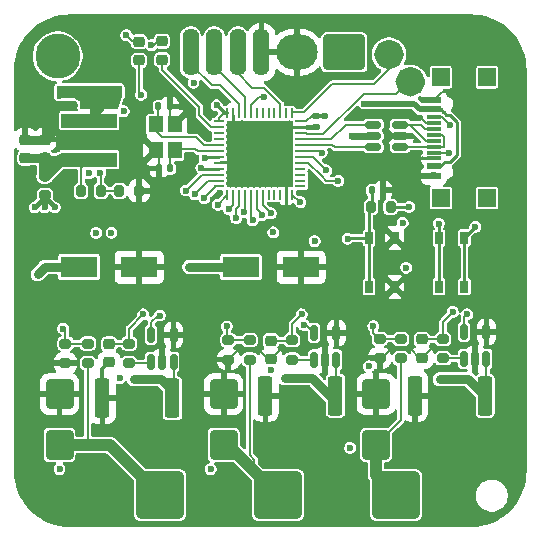
<source format=gtl>
%TF.GenerationSoftware,KiCad,Pcbnew,9.0.0*%
%TF.CreationDate,2025-04-09T22:07:22+02:00*%
%TF.ProjectId,ESC,4553432e-6b69-4636-9164-5f7063625858,rev?*%
%TF.SameCoordinates,Original*%
%TF.FileFunction,Copper,L1,Top*%
%TF.FilePolarity,Positive*%
%FSLAX45Y45*%
G04 Gerber Fmt 4.5, Leading zero omitted, Abs format (unit mm)*
G04 Created by KiCad (PCBNEW 9.0.0) date 2025-04-09 22:07:22*
%MOMM*%
%LPD*%
G01*
G04 APERTURE LIST*
G04 Aperture macros list*
%AMRoundRect*
0 Rectangle with rounded corners*
0 $1 Rounding radius*
0 $2 $3 $4 $5 $6 $7 $8 $9 X,Y pos of 4 corners*
0 Add a 4 corners polygon primitive as box body*
4,1,4,$2,$3,$4,$5,$6,$7,$8,$9,$2,$3,0*
0 Add four circle primitives for the rounded corners*
1,1,$1+$1,$2,$3*
1,1,$1+$1,$4,$5*
1,1,$1+$1,$6,$7*
1,1,$1+$1,$8,$9*
0 Add four rect primitives between the rounded corners*
20,1,$1+$1,$2,$3,$4,$5,0*
20,1,$1+$1,$4,$5,$6,$7,0*
20,1,$1+$1,$6,$7,$8,$9,0*
20,1,$1+$1,$8,$9,$2,$3,0*%
G04 Aperture macros list end*
%TA.AperFunction,Conductor*%
%ADD10C,1.251086*%
%TD*%
%TA.AperFunction,ComponentPad*%
%ADD11RoundRect,0.333333X1.666667X1.666667X-1.666667X1.666667X-1.666667X-1.666667X1.666667X-1.666667X0*%
%TD*%
%TA.AperFunction,SMDPad,CuDef*%
%ADD12R,3.150000X1.800000*%
%TD*%
%TA.AperFunction,SMDPad,CuDef*%
%ADD13RoundRect,0.218750X-0.256250X0.218750X-0.256250X-0.218750X0.256250X-0.218750X0.256250X0.218750X0*%
%TD*%
%TA.AperFunction,SMDPad,CuDef*%
%ADD14RoundRect,0.225000X0.250000X-0.225000X0.250000X0.225000X-0.250000X0.225000X-0.250000X-0.225000X0*%
%TD*%
%TA.AperFunction,SMDPad,CuDef*%
%ADD15R,0.650000X1.050000*%
%TD*%
%TA.AperFunction,SMDPad,CuDef*%
%ADD16RoundRect,0.200000X0.200000X0.275000X-0.200000X0.275000X-0.200000X-0.275000X0.200000X-0.275000X0*%
%TD*%
%TA.AperFunction,SMDPad,CuDef*%
%ADD17RoundRect,0.200000X-0.275000X0.200000X-0.275000X-0.200000X0.275000X-0.200000X0.275000X0.200000X0*%
%TD*%
%TA.AperFunction,ComponentPad*%
%ADD18C,3.800000*%
%TD*%
%TA.AperFunction,SMDPad,CuDef*%
%ADD19R,4.700000X1.180000*%
%TD*%
%TA.AperFunction,SMDPad,CuDef*%
%ADD20RoundRect,0.062500X-0.375000X-0.062500X0.375000X-0.062500X0.375000X0.062500X-0.375000X0.062500X0*%
%TD*%
%TA.AperFunction,SMDPad,CuDef*%
%ADD21RoundRect,0.062500X-0.062500X-0.375000X0.062500X-0.375000X0.062500X0.375000X-0.062500X0.375000X0*%
%TD*%
%TA.AperFunction,HeatsinkPad*%
%ADD22R,5.600000X5.600000*%
%TD*%
%TA.AperFunction,SMDPad,CuDef*%
%ADD23RoundRect,0.225000X-0.250000X0.225000X-0.250000X-0.225000X0.250000X-0.225000X0.250000X0.225000X0*%
%TD*%
%TA.AperFunction,SMDPad,CuDef*%
%ADD24RoundRect,0.250000X0.362500X1.425000X-0.362500X1.425000X-0.362500X-1.425000X0.362500X-1.425000X0*%
%TD*%
%TA.AperFunction,SMDPad,CuDef*%
%ADD25RoundRect,0.150000X0.150000X-0.512500X0.150000X0.512500X-0.150000X0.512500X-0.150000X-0.512500X0*%
%TD*%
%TA.AperFunction,SMDPad,CuDef*%
%ADD26RoundRect,0.200000X0.275000X-0.200000X0.275000X0.200000X-0.275000X0.200000X-0.275000X-0.200000X0*%
%TD*%
%TA.AperFunction,SMDPad,CuDef*%
%ADD27RoundRect,0.150000X0.512500X0.150000X-0.512500X0.150000X-0.512500X-0.150000X0.512500X-0.150000X0*%
%TD*%
%TA.AperFunction,SMDPad,CuDef*%
%ADD28RoundRect,0.250000X0.900000X-1.000000X0.900000X1.000000X-0.900000X1.000000X-0.900000X-1.000000X0*%
%TD*%
%TA.AperFunction,SMDPad,CuDef*%
%ADD29RoundRect,0.200000X-0.200000X-0.275000X0.200000X-0.275000X0.200000X0.275000X-0.200000X0.275000X0*%
%TD*%
%TA.AperFunction,SMDPad,CuDef*%
%ADD30RoundRect,0.140000X0.140000X0.170000X-0.140000X0.170000X-0.140000X-0.170000X0.140000X-0.170000X0*%
%TD*%
%TA.AperFunction,SMDPad,CuDef*%
%ADD31R,1.150000X0.600000*%
%TD*%
%TA.AperFunction,SMDPad,CuDef*%
%ADD32R,1.150000X0.300000*%
%TD*%
%TA.AperFunction,SMDPad,CuDef*%
%ADD33R,1.500000X1.500000*%
%TD*%
%TA.AperFunction,SMDPad,CuDef*%
%ADD34RoundRect,0.140000X0.170000X-0.140000X0.170000X0.140000X-0.170000X0.140000X-0.170000X-0.140000X0*%
%TD*%
%TA.AperFunction,ComponentPad*%
%ADD35RoundRect,0.250000X1.500000X1.250000X-1.500000X1.250000X-1.500000X-1.250000X1.500000X-1.250000X0*%
%TD*%
%TA.AperFunction,ComponentPad*%
%ADD36O,3.500000X3.000000*%
%TD*%
%TA.AperFunction,SMDPad,CuDef*%
%ADD37O,1.400000X4.000000*%
%TD*%
%TA.AperFunction,SMDPad,CuDef*%
%ADD38RoundRect,0.140000X-0.140000X-0.170000X0.140000X-0.170000X0.140000X0.170000X-0.140000X0.170000X0*%
%TD*%
%TA.AperFunction,SMDPad,CuDef*%
%ADD39R,1.150000X1.400000*%
%TD*%
%TA.AperFunction,ViaPad*%
%ADD40C,0.600000*%
%TD*%
%TA.AperFunction,Conductor*%
%ADD41C,0.200000*%
%TD*%
%TA.AperFunction,Conductor*%
%ADD42C,0.350000*%
%TD*%
%TA.AperFunction,Conductor*%
%ADD43C,0.800000*%
%TD*%
%TA.AperFunction,Conductor*%
%ADD44C,0.300000*%
%TD*%
%TA.AperFunction,Conductor*%
%ADD45C,1.000000*%
%TD*%
%TA.AperFunction,Conductor*%
%ADD46C,0.400000*%
%TD*%
%TA.AperFunction,Conductor*%
%ADD47C,0.250000*%
%TD*%
%TA.AperFunction,Conductor*%
%ADD48C,0.550000*%
%TD*%
%TA.AperFunction,Conductor*%
%ADD49C,0.600000*%
%TD*%
%TA.AperFunction,Conductor*%
%ADD50C,0.500000*%
%TD*%
G04 APERTURE END LIST*
%TO.N,/SWCLK*%
D10*
X5142554Y-2370000D02*
G75*
G02*
X5017446Y-2370000I-62554J0D01*
G01*
X5017446Y-2370000D02*
G75*
G02*
X5142554Y-2370000I62554J0D01*
G01*
%TO.N,/SWDIO*%
X5322554Y-2600000D02*
G75*
G02*
X5197446Y-2600000I-62554J0D01*
G01*
X5197446Y-2600000D02*
G75*
G02*
X5322554Y-2600000I62554J0D01*
G01*
%TD*%
D11*
%TO.P,C25,1,A*%
%TO.N,/Phase_A*%
X5140000Y-6101000D03*
%TO.P,C25,2,B*%
%TO.N,/Phase_B*%
X4140000Y-6100000D03*
%TO.P,C25,3,C*%
%TO.N,/Phase_C*%
X3140000Y-6100000D03*
%TD*%
D12*
%TO.P,C16,1*%
%TO.N,V_Bat*%
X2455000Y-4170000D03*
%TO.P,C16,2*%
%TO.N,GND*%
X2965000Y-4170000D03*
%TD*%
D13*
%TO.P,D5,1,K*%
%TO.N,Net-(D5-K)*%
X2965000Y-2261250D03*
%TO.P,D5,2,A*%
%TO.N,V_Bat*%
X2965000Y-2418750D03*
%TD*%
%TO.P,D6,1,K*%
%TO.N,Net-(D6-K)*%
X3160000Y-2256250D03*
%TO.P,D6,2,A*%
%TO.N,/LED_stat*%
X3160000Y-2413750D03*
%TD*%
D14*
%TO.P,C9,1*%
%TO.N,GND*%
X4080000Y-4947500D03*
%TO.P,C9,2*%
%TO.N,/VISENSE_B*%
X4080000Y-4792500D03*
%TD*%
D15*
%TO.P,SW2,1,1*%
%TO.N,/Reset*%
X4912500Y-4337500D03*
X4912500Y-3922500D03*
%TO.P,SW2,2,2*%
%TO.N,GND*%
X5127500Y-4337500D03*
X5127500Y-3922500D03*
%TD*%
D16*
%TO.P,R_FBB1,1*%
%TO.N,GND*%
X2962500Y-3525000D03*
%TO.P,R_FBB1,2*%
%TO.N,/FB*%
X2797500Y-3525000D03*
%TD*%
D12*
%TO.P,C8,1*%
%TO.N,V_Bat*%
X3825000Y-4170000D03*
%TO.P,C8,2*%
%TO.N,GND*%
X4335000Y-4170000D03*
%TD*%
D17*
%TO.P,R4,1*%
%TO.N,/VISENSE_A*%
X5537000Y-4777500D03*
%TO.P,R4,2*%
%TO.N,Net-(R4-Pad2)*%
X5537000Y-4942500D03*
%TD*%
D14*
%TO.P,C17,1*%
%TO.N,GND*%
X2710000Y-4977500D03*
%TO.P,C17,2*%
%TO.N,/VISENSE_C*%
X2710000Y-4822500D03*
%TD*%
D18*
%TO.P,H1,1*%
%TO.N,N/C*%
X2275000Y-2385000D03*
%TD*%
D19*
%TO.P,L2,1*%
%TO.N,/SW*%
X2540000Y-2929500D03*
%TO.P,L2,2*%
%TO.N,/OUT_buck*%
X2540000Y-3260500D03*
%TD*%
D20*
%TO.P,U1,1,VBAT*%
%TO.N,+3V3*%
X3641250Y-2937000D03*
%TO.P,U1,2,PC13*%
%TO.N,/LED_stat*%
X3641250Y-2987000D03*
%TO.P,U1,3,PC14*%
%TO.N,unconnected-(U1-PC14-Pad3)*%
X3641250Y-3037000D03*
%TO.P,U1,4,PC15*%
%TO.N,unconnected-(U1-PC15-Pad4)*%
X3641250Y-3087000D03*
%TO.P,U1,5,PH0*%
%TO.N,/RCC_OSC_IN*%
X3641250Y-3137000D03*
%TO.P,U1,6,PH1*%
%TO.N,/RCC_OSC_OUT*%
X3641250Y-3187000D03*
%TO.P,U1,7,NRST*%
%TO.N,/Reset*%
X3641250Y-3237000D03*
%TO.P,U1,8,VSSA*%
%TO.N,GND*%
X3641250Y-3287000D03*
%TO.P,U1,9,VDDA*%
%TO.N,+3V3*%
X3641250Y-3337000D03*
%TO.P,U1,10,PA0*%
%TO.N,/VV_SENSE_C*%
X3641250Y-3387000D03*
%TO.P,U1,11,PA1*%
%TO.N,/VISENSE_C*%
X3641250Y-3437000D03*
%TO.P,U1,12,PA2*%
%TO.N,/VV_SENSE_B*%
X3641250Y-3487000D03*
D21*
%TO.P,U1,13,PA3*%
%TO.N,/VISENSE_B*%
X3710000Y-3555750D03*
%TO.P,U1,14,PA4*%
%TO.N,/VV_SENSE_A*%
X3760000Y-3555750D03*
%TO.P,U1,15,PA5*%
%TO.N,/VISENSE_A*%
X3810000Y-3555750D03*
%TO.P,U1,16,PA6*%
%TO.N,/V_Bat_Div*%
X3860000Y-3555750D03*
%TO.P,U1,17,PA7*%
%TO.N,/LO_A*%
X3910000Y-3555750D03*
%TO.P,U1,18,PB0*%
%TO.N,/LO_B*%
X3960000Y-3555750D03*
%TO.P,U1,19,PB1*%
%TO.N,/LO_C*%
X4010000Y-3555750D03*
%TO.P,U1,20,PB2*%
%TO.N,unconnected-(U1-PB2-Pad20)*%
X4060000Y-3555750D03*
%TO.P,U1,21,PB10*%
%TO.N,unconnected-(U1-PB10-Pad21)*%
X4110000Y-3555750D03*
%TO.P,U1,22,PB11*%
%TO.N,unconnected-(U1-PB11-Pad22)*%
X4160000Y-3555750D03*
%TO.P,U1,23,VSS*%
%TO.N,GND*%
X4210000Y-3555750D03*
%TO.P,U1,24,VDD*%
%TO.N,+3V3*%
X4260000Y-3555750D03*
D20*
%TO.P,U1,25,PB12*%
%TO.N,unconnected-(U1-PB12-Pad25)*%
X4328750Y-3487000D03*
%TO.P,U1,26,PB13*%
%TO.N,unconnected-(U1-PB13-Pad26)*%
X4328750Y-3437000D03*
%TO.P,U1,27,PB14*%
%TO.N,unconnected-(U1-PB14-Pad27)*%
X4328750Y-3387000D03*
%TO.P,U1,28,PB15*%
%TO.N,unconnected-(U1-PB15-Pad28)*%
X4328750Y-3337000D03*
%TO.P,U1,29,PA8*%
%TO.N,/Hi_A*%
X4328750Y-3287000D03*
%TO.P,U1,30,PA9*%
%TO.N,/Hi_B*%
X4328750Y-3237000D03*
%TO.P,U1,31,PA10*%
%TO.N,/HI_C*%
X4328750Y-3187000D03*
%TO.P,U1,32,PA11*%
%TO.N,/USB_D-*%
X4328750Y-3137000D03*
%TO.P,U1,33,PA12*%
%TO.N,/USB_D+*%
X4328750Y-3087000D03*
%TO.P,U1,34,PA13*%
%TO.N,/SWDIO*%
X4328750Y-3037000D03*
%TO.P,U1,35,VSS*%
%TO.N,GND*%
X4328750Y-2987000D03*
%TO.P,U1,36,VDDUSB*%
%TO.N,+3V3*%
X4328750Y-2937000D03*
D21*
%TO.P,U1,37,PA14*%
%TO.N,/SWCLK*%
X4260000Y-2868250D03*
%TO.P,U1,38,PA15*%
%TO.N,unconnected-(U1-PA15-Pad38)*%
X4210000Y-2868250D03*
%TO.P,U1,39,PB3*%
%TO.N,/Duty_in*%
X4160000Y-2868250D03*
%TO.P,U1,40,PB4*%
%TO.N,unconnected-(U1-PB4-Pad40)*%
X4110000Y-2868250D03*
%TO.P,U1,41,PB5*%
%TO.N,unconnected-(U1-PB5-Pad41)*%
X4060000Y-2868250D03*
%TO.P,U1,42,PB6*%
%TO.N,unconnected-(U1-PB6-Pad42)*%
X4010000Y-2868250D03*
%TO.P,U1,43,PB7*%
%TO.N,unconnected-(U1-PB7-Pad43)*%
X3960000Y-2868250D03*
%TO.P,U1,44,PH3*%
%TO.N,/Boot*%
X3910000Y-2868250D03*
%TO.P,U1,45,PB8*%
%TO.N,/I2C1_CL*%
X3860000Y-2868250D03*
%TO.P,U1,46,PB9*%
%TO.N,/I2C1_SDA*%
X3810000Y-2868250D03*
%TO.P,U1,47,VSS*%
%TO.N,GND*%
X3760000Y-2868250D03*
%TO.P,U1,48,VDD*%
%TO.N,+3V3*%
X3710000Y-2868250D03*
D22*
%TO.P,U1,49,VSS*%
%TO.N,GND*%
X3985000Y-3212000D03*
%TD*%
D14*
%TO.P,C1,1*%
%TO.N,GND*%
X5360000Y-4937500D03*
%TO.P,C1,2*%
%TO.N,/VISENSE_A*%
X5360000Y-4782500D03*
%TD*%
D17*
%TO.P,R20,1*%
%TO.N,/VISENSE_C*%
X2880000Y-4817500D03*
%TO.P,R20,2*%
%TO.N,Net-(R20-Pad2)*%
X2880000Y-4982500D03*
%TD*%
D23*
%TO.P,C12,1*%
%TO.N,GND*%
X2001000Y-3090000D03*
%TO.P,C12,2*%
%TO.N,/OUT_buck*%
X2001000Y-3245000D03*
%TD*%
D24*
%TO.P,R1,1*%
%TO.N,Net-(Q6-S)*%
X5893250Y-5260000D03*
%TO.P,R1,2*%
%TO.N,GND*%
X5300750Y-5260000D03*
%TD*%
D15*
%TO.P,SW1,1,1*%
%TO.N,/Boot*%
X5502500Y-4337500D03*
X5502500Y-3922500D03*
%TO.P,SW1,2,2*%
%TO.N,+3V3*%
X5717500Y-4337500D03*
X5717500Y-3922500D03*
%TD*%
D25*
%TO.P,U5,1*%
%TO.N,Net-(R20-Pad2)*%
X3065000Y-4972250D03*
%TO.P,U5,2,GND*%
%TO.N,GND*%
X3160000Y-4972250D03*
%TO.P,U5,3,+*%
%TO.N,Net-(Q8-S)*%
X3255000Y-4972250D03*
%TO.P,U5,4,-*%
%TO.N,GND*%
X3255000Y-4744750D03*
%TO.P,U5,5,V+*%
%TO.N,+3V3*%
X3065000Y-4744750D03*
%TD*%
%TO.P,U4,1*%
%TO.N,Net-(R14-Pad2)*%
X4445000Y-4953750D03*
%TO.P,U4,2,GND*%
%TO.N,GND*%
X4540000Y-4953750D03*
%TO.P,U4,3,+*%
%TO.N,Net-(Q7-S)*%
X4635000Y-4953750D03*
%TO.P,U4,4,-*%
%TO.N,GND*%
X4635000Y-4726250D03*
%TO.P,U4,5,V+*%
%TO.N,+3V3*%
X4445000Y-4726250D03*
%TD*%
D17*
%TO.P,J_3V3,1*%
%TO.N,/OUT_buck*%
X2165000Y-3397500D03*
%TO.P,J_3V3,2*%
%TO.N,+3V3*%
X2165000Y-3562500D03*
%TD*%
D24*
%TO.P,R19,1*%
%TO.N,Net-(Q8-S)*%
X3246250Y-5280000D03*
%TO.P,R19,2*%
%TO.N,GND*%
X2653750Y-5280000D03*
%TD*%
D26*
%TO.P,R16,1*%
%TO.N,GND*%
X3720000Y-4952500D03*
%TO.P,R16,2*%
%TO.N,/VV_SENSE_B*%
X3720000Y-4787500D03*
%TD*%
D25*
%TO.P,U3,1*%
%TO.N,Net-(R4-Pad2)*%
X5715000Y-4946250D03*
%TO.P,U3,2,GND*%
%TO.N,GND*%
X5810000Y-4946250D03*
%TO.P,U3,3,+*%
%TO.N,Net-(Q6-S)*%
X5905000Y-4946250D03*
%TO.P,U3,4,-*%
%TO.N,GND*%
X5905000Y-4718750D03*
%TO.P,U3,5,V+*%
%TO.N,+3V3*%
X5715000Y-4718750D03*
%TD*%
D24*
%TO.P,R13,1*%
%TO.N,Net-(Q7-S)*%
X4626250Y-5260000D03*
%TO.P,R13,2*%
%TO.N,GND*%
X4033750Y-5260000D03*
%TD*%
D27*
%TO.P,U2,1,I/O1*%
%TO.N,Net-(J1-D--PadA7)*%
X5174750Y-3154000D03*
%TO.P,U2,2,GND*%
%TO.N,GND*%
X5174750Y-3059000D03*
%TO.P,U2,3,I/O2*%
%TO.N,Net-(J1-D+-PadA6)*%
X5174750Y-2964000D03*
%TO.P,U2,4,I/O2*%
%TO.N,/USB_D+*%
X4947250Y-2964000D03*
%TO.P,U2,5,VBUS*%
%TO.N,+5V_USB*%
X4947250Y-3059000D03*
%TO.P,U2,6,I/O1*%
%TO.N,/USB_D-*%
X4947250Y-3154000D03*
%TD*%
D28*
%TO.P,D7,1,K*%
%TO.N,/Phase_A*%
X4970000Y-5675000D03*
%TO.P,D7,2,A*%
%TO.N,GND*%
X4970000Y-5245000D03*
%TD*%
D29*
%TO.P,R28,1*%
%TO.N,/Reset*%
X4927500Y-3660000D03*
%TO.P,R28,2*%
%TO.N,+3V3*%
X5092500Y-3660000D03*
%TD*%
D26*
%TO.P,R22,1*%
%TO.N,GND*%
X2340000Y-4982500D03*
%TO.P,R22,2*%
%TO.N,/VV_SENSE_C*%
X2340000Y-4817500D03*
%TD*%
%TO.P,R12,1*%
%TO.N,GND*%
X5000000Y-4942500D03*
%TO.P,R12,2*%
%TO.N,/VV_SENSE_A*%
X5000000Y-4777500D03*
%TD*%
D28*
%TO.P,D8,1,K*%
%TO.N,/Phase_B*%
X3680000Y-5675000D03*
%TO.P,D8,2,A*%
%TO.N,GND*%
X3680000Y-5245000D03*
%TD*%
D17*
%TO.P,R21,1*%
%TO.N,/VV_SENSE_C*%
X2530000Y-4817500D03*
%TO.P,R21,2*%
%TO.N,/Phase_C*%
X2530000Y-4982500D03*
%TD*%
%TO.P,R15,1*%
%TO.N,/VV_SENSE_B*%
X3900000Y-4787500D03*
%TO.P,R15,2*%
%TO.N,/Phase_B*%
X3900000Y-4952500D03*
%TD*%
D16*
%TO.P,R_FBT1,1*%
%TO.N,/FB*%
X2638500Y-3525000D03*
%TO.P,R_FBT1,2*%
%TO.N,/OUT_buck*%
X2473500Y-3525000D03*
%TD*%
D30*
%TO.P,C29,1*%
%TO.N,GND*%
X5028000Y-3520000D03*
%TO.P,C29,2*%
%TO.N,/Reset*%
X4932000Y-3520000D03*
%TD*%
D31*
%TO.P,J1,A1,GND*%
%TO.N,GND*%
X5460000Y-3395000D03*
%TO.P,J1,A4,VBUS*%
%TO.N,+5V_USB*%
X5460000Y-3315000D03*
D32*
%TO.P,J1,A5,CC1*%
%TO.N,Net-(J1-CC1)*%
X5460000Y-3200000D03*
%TO.P,J1,A6,D+*%
%TO.N,Net-(J1-D+-PadA6)*%
X5460000Y-3100000D03*
%TO.P,J1,A7,D-*%
%TO.N,Net-(J1-D--PadA7)*%
X5460000Y-3050000D03*
%TO.P,J1,A8,SBU1*%
%TO.N,GND*%
X5460000Y-2950000D03*
D31*
%TO.P,J1,A9,VBUS*%
%TO.N,+5V_USB*%
X5460000Y-2835000D03*
%TO.P,J1,A12,GND*%
%TO.N,GND*%
X5460000Y-2755000D03*
D32*
%TO.P,J1,B5,CC2*%
%TO.N,Net-(J1-CC2)*%
X5460000Y-2900000D03*
%TO.P,J1,B6,D+*%
%TO.N,Net-(J1-D+-PadA6)*%
X5460000Y-3000000D03*
%TO.P,J1,B7,D-*%
%TO.N,Net-(J1-D--PadA7)*%
X5460000Y-3150000D03*
%TO.P,J1,B8,SBU2*%
%TO.N,GND*%
X5460000Y-3250000D03*
D33*
%TO.P,J1,MP1*%
%TO.N,N/C*%
X5517500Y-3587000D03*
%TO.P,J1,MP2*%
X5517500Y-2563000D03*
%TO.P,J1,MP3*%
X5910500Y-3587000D03*
%TO.P,J1,MP4*%
X5910500Y-2563000D03*
%TD*%
D23*
%TO.P,C11,1*%
%TO.N,GND*%
X2166000Y-3090000D03*
%TO.P,C11,2*%
%TO.N,/OUT_buck*%
X2166000Y-3245000D03*
%TD*%
D17*
%TO.P,R14,1*%
%TO.N,/VISENSE_B*%
X4260000Y-4787500D03*
%TO.P,R14,2*%
%TO.N,Net-(R14-Pad2)*%
X4260000Y-4952500D03*
%TD*%
D34*
%TO.P,C23,1*%
%TO.N,GND*%
X4465000Y-2988000D03*
%TO.P,C23,2*%
%TO.N,+3V3*%
X4465000Y-2892000D03*
%TD*%
D35*
%TO.P,C24,1,Bat+*%
%TO.N,/V_Bat_raw*%
X4700000Y-2351000D03*
D36*
%TO.P,C24,2,Bat-*%
%TO.N,GND*%
X4300000Y-2350000D03*
D37*
%TO.P,C24,3,GND*%
X4000000Y-2350000D03*
%TO.P,C24,4,PWM*%
%TO.N,/Duty_in*%
X3800000Y-2350000D03*
%TO.P,C24,5,SCL*%
%TO.N,/I2C1_CL*%
X3600000Y-2350000D03*
%TO.P,C24,6,SDA*%
%TO.N,/I2C1_SDA*%
X3400000Y-2350000D03*
%TD*%
D17*
%TO.P,R11,1*%
%TO.N,/VV_SENSE_A*%
X5180000Y-4777500D03*
%TO.P,R11,2*%
%TO.N,/Phase_A*%
X5180000Y-4942500D03*
%TD*%
D30*
%TO.P,C27,1*%
%TO.N,GND*%
X3223000Y-2810000D03*
%TO.P,C27,2*%
%TO.N,/RCC_OSC_IN*%
X3127000Y-2810000D03*
%TD*%
D28*
%TO.P,D9,1,K*%
%TO.N,/Phase_C*%
X2290000Y-5675000D03*
%TO.P,D9,2,A*%
%TO.N,GND*%
X2290000Y-5245000D03*
%TD*%
D38*
%TO.P,C26,1*%
%TO.N,GND*%
X3131500Y-3335000D03*
%TO.P,C26,2*%
%TO.N,/RCC_OSC_OUT*%
X3227500Y-3335000D03*
%TD*%
D39*
%TO.P,Y1,1,1*%
%TO.N,/RCC_OSC_IN*%
X3103700Y-2962500D03*
%TO.P,Y1,2,2*%
%TO.N,GND*%
X3103700Y-3182500D03*
%TO.P,Y1,3,3*%
%TO.N,/RCC_OSC_OUT*%
X3263800Y-3182500D03*
%TO.P,Y1,4,4*%
%TO.N,GND*%
X3263800Y-2962500D03*
%TD*%
D40*
%TO.N,GND*%
X2675000Y-2300000D03*
X2920000Y-3385000D03*
X3805000Y-3210000D03*
X4175000Y-3370000D03*
X4325000Y-4000000D03*
X2850000Y-4375000D03*
X2050000Y-5250000D03*
X6100000Y-5400000D03*
X3415000Y-2967500D03*
X4175000Y-3030000D03*
X1995000Y-2815000D03*
X3985000Y-3212000D03*
X2405000Y-2800000D03*
X2040000Y-5640000D03*
X4175000Y-3210000D03*
X3800000Y-3020000D03*
X5687973Y-3493271D03*
X4075000Y-5575000D03*
X2310000Y-2805000D03*
X2950000Y-3700000D03*
X6100000Y-5700000D03*
X3350000Y-4025000D03*
X2975000Y-2845000D03*
X2000000Y-3445000D03*
X3425000Y-5250000D03*
X4675000Y-4050000D03*
X6050000Y-4150000D03*
X2675000Y-2475000D03*
X3800000Y-3370000D03*
X5810000Y-2110000D03*
X3195000Y-3525000D03*
X3980000Y-3025000D03*
X5610000Y-4020000D03*
X3225000Y-2705000D03*
X2840000Y-3790000D03*
X6050000Y-4700000D03*
X5420000Y-4200000D03*
X2325000Y-3505000D03*
X6100000Y-5100000D03*
X2350000Y-3380000D03*
X2830000Y-3365000D03*
X5925000Y-3175000D03*
X5930000Y-2280000D03*
X2190000Y-6120000D03*
X3375000Y-3775000D03*
X4675000Y-4150000D03*
X2230000Y-2865000D03*
X2955000Y-3230000D03*
X3985000Y-3365000D03*
X4325000Y-2700000D03*
X2230000Y-2945000D03*
X1992694Y-4832842D03*
X3997500Y-2349500D03*
X2000000Y-2695000D03*
X3340000Y-2807500D03*
X1995000Y-2920000D03*
X5925000Y-2907017D03*
%TO.N,/VISENSE_A*%
X3785000Y-3755000D03*
X5620000Y-4550000D03*
%TO.N,V_Bat*%
X2250000Y-4170000D03*
X3550000Y-4170000D03*
X2980000Y-2710000D03*
X2832500Y-2850000D03*
X2540000Y-3375000D03*
X2105000Y-4230000D03*
X3460000Y-4170000D03*
X3390000Y-4170000D03*
X2165000Y-4170000D03*
%TO.N,/nGate_A*%
X4750000Y-5700000D03*
X4910000Y-5010000D03*
%TO.N,+3V3*%
X4540000Y-2890000D03*
X5250000Y-3660000D03*
X5810000Y-3830000D03*
X2250000Y-3665000D03*
X4330000Y-3620000D03*
X3140000Y-4580000D03*
X4360000Y-4660000D03*
X2165000Y-3665000D03*
X3490000Y-3327000D03*
X2080000Y-3665000D03*
X3620000Y-2800000D03*
X5740000Y-4570000D03*
%TO.N,+5V_USB*%
X3425000Y-2610000D03*
X4765000Y-3060000D03*
X4870000Y-2785000D03*
%TO.N,Net-(J1-CC2)*%
X5595000Y-2970000D03*
%TO.N,Net-(J1-CC1)*%
X5590000Y-3200000D03*
%TO.N,/VV_SENSE_A*%
X3725000Y-3682000D03*
X4947500Y-4670000D03*
%TO.N,/nGate_B*%
X4083764Y-5043768D03*
X3570000Y-5880000D03*
%TO.N,Net-(Q7-S)*%
X4430000Y-5110000D03*
X4320000Y-5110000D03*
X4200000Y-5110000D03*
%TO.N,/SW*%
X2570000Y-2670000D03*
X2350000Y-2665000D03*
X2695000Y-2760000D03*
X2780000Y-2670000D03*
X2680000Y-2670000D03*
X2575000Y-2765000D03*
X2465000Y-2670000D03*
%TO.N,/VISENSE_B*%
X4340000Y-4570000D03*
X3630000Y-3642000D03*
%TO.N,/VISENSE_C*%
X3000000Y-4570000D03*
X3435000Y-3552000D03*
%TO.N,/nGate_C*%
X2800000Y-5110000D03*
X2290000Y-5880000D03*
%TO.N,/VV_SENSE_B*%
X3515000Y-3587000D03*
X3707500Y-4672500D03*
%TO.N,/VV_SENSE_C*%
X2320000Y-4690000D03*
X3360000Y-3522000D03*
%TO.N,/FB*%
X2636000Y-3375000D03*
%TO.N,/LO_B*%
X4100000Y-3875000D03*
X4001776Y-3731762D03*
%TO.N,/Hi_B*%
X4450000Y-3950000D03*
X4550000Y-3350000D03*
%TO.N,/Hi_A*%
X5195000Y-3795000D03*
X4650000Y-3440000D03*
%TO.N,/LO_A*%
X3925000Y-3775000D03*
X5225000Y-4175000D03*
%TO.N,/LO_C*%
X4080000Y-3715000D03*
X2730000Y-3880000D03*
%TO.N,/HI_C*%
X4510000Y-3200000D03*
X2600000Y-3880000D03*
%TO.N,/V_Bat_Div*%
X3850000Y-3705000D03*
%TO.N,Net-(Q6-S)*%
X5620000Y-5120000D03*
X5750000Y-5116750D03*
X5510000Y-5120000D03*
%TO.N,Net-(Q8-S)*%
X3050000Y-5120000D03*
X2920000Y-5120000D03*
X3150000Y-5120000D03*
%TO.N,/I2C1_SDA*%
X3397500Y-2350000D03*
%TO.N,/I2C1_CL*%
X3597500Y-2349500D03*
%TO.N,Net-(D5-K)*%
X2855000Y-2205000D03*
%TO.N,Net-(D6-K)*%
X3067500Y-2290000D03*
%TO.N,/Duty_in*%
X3797500Y-2349500D03*
%TO.N,/Reset*%
X4730000Y-3930000D03*
X3520000Y-3250000D03*
%TO.N,/Boot*%
X5502500Y-3802500D03*
X4017573Y-2732427D03*
%TD*%
D41*
%TO.N,GND*%
X4157500Y-4870000D02*
X4195000Y-4870000D01*
X3910000Y-3287000D02*
X3985000Y-3212000D01*
D42*
X5060000Y-3010500D02*
X5060000Y-2875000D01*
D43*
X2315000Y-2800000D02*
X2310000Y-2805000D01*
D41*
X4210000Y-3437000D02*
X3985000Y-3212000D01*
X3795000Y-4877500D02*
X3822500Y-4877500D01*
X4080000Y-4947500D02*
X4055000Y-4947500D01*
X3223000Y-2810000D02*
X3223000Y-2921700D01*
D44*
X5460000Y-3395000D02*
X5330000Y-3395000D01*
D42*
X3160000Y-4972250D02*
X3160000Y-4752500D01*
D41*
X5375000Y-3250000D02*
X5360000Y-3235000D01*
D43*
X2310000Y-2805000D02*
X2280000Y-2805000D01*
D42*
X3167750Y-4744750D02*
X3255000Y-4744750D01*
X5810000Y-4725000D02*
X5816250Y-4718750D01*
D41*
X5460000Y-2755000D02*
X5525000Y-2690000D01*
X5108500Y-3059000D02*
X5065000Y-3102500D01*
X3223000Y-2921700D02*
X3263800Y-2962500D01*
X4328750Y-2987000D02*
X4210000Y-2987000D01*
D42*
X5108500Y-3059000D02*
X5060000Y-3010500D01*
D41*
X4210000Y-3555750D02*
X4210000Y-3437000D01*
D42*
X3160000Y-4752500D02*
X3167750Y-4744750D01*
D41*
X5525000Y-2690000D02*
X5580000Y-2690000D01*
X5332500Y-4937500D02*
X5262500Y-4867500D01*
X4080000Y-4947500D02*
X4157500Y-4870000D01*
X5174750Y-3059000D02*
X5108500Y-3059000D01*
X3720000Y-4952500D02*
X3795000Y-4877500D01*
X5389069Y-2950000D02*
X5346569Y-2907500D01*
D44*
X2653750Y-5033750D02*
X2710000Y-4977500D01*
D41*
X5017500Y-4942500D02*
X5100000Y-4860000D01*
D42*
X5816250Y-4718750D02*
X5905000Y-4718750D01*
D41*
X5360000Y-4937500D02*
X5332500Y-4937500D01*
X5000000Y-4942500D02*
X5017500Y-4942500D01*
D43*
X2166000Y-3090000D02*
X2001000Y-3090000D01*
D41*
X5360000Y-4937500D02*
X5437500Y-4860000D01*
X4210000Y-2987000D02*
X3985000Y-3212000D01*
X5460000Y-2950000D02*
X5389069Y-2950000D01*
X3760000Y-2868250D02*
X3760000Y-2987000D01*
D42*
X5108500Y-3059000D02*
X5060000Y-3107500D01*
D44*
X2653750Y-5280000D02*
X2653750Y-5033750D01*
D42*
X4540000Y-4735000D02*
X4548750Y-4726250D01*
D43*
X2230000Y-2865000D02*
X2230000Y-2945000D01*
D41*
X5065000Y-3102500D02*
X5065000Y-3175000D01*
D43*
X2230000Y-3026000D02*
X2166000Y-3090000D01*
D41*
X5346569Y-2907500D02*
X5332500Y-2907500D01*
X4452000Y-2987000D02*
X4328750Y-2987000D01*
X3641250Y-3287000D02*
X3910000Y-3287000D01*
X4055000Y-4947500D02*
X3972500Y-4865000D01*
D44*
X5330000Y-3395000D02*
X5315000Y-3410000D01*
D43*
X2230000Y-2855000D02*
X2230000Y-2865000D01*
D42*
X5810000Y-4946250D02*
X5810000Y-4725000D01*
D41*
X3131500Y-3335000D02*
X3131500Y-3210300D01*
X5437500Y-4860000D02*
X5467500Y-4860000D01*
X5460000Y-3250000D02*
X5375000Y-3250000D01*
X3760000Y-2987000D02*
X3985000Y-3212000D01*
D43*
X2280000Y-2805000D02*
X2230000Y-2855000D01*
X2405000Y-2800000D02*
X2315000Y-2800000D01*
D41*
X4465000Y-3000000D02*
X4452000Y-2987000D01*
D42*
X4540000Y-4953750D02*
X4540000Y-4735000D01*
D43*
X2230000Y-2945000D02*
X2230000Y-3026000D01*
D42*
X5060000Y-3107500D02*
X5060000Y-3255000D01*
D41*
X3131500Y-3210300D02*
X3103700Y-3182500D01*
D42*
X4548750Y-4726250D02*
X4635000Y-4726250D01*
D41*
%TO.N,/VISENSE_A*%
X5532000Y-4782500D02*
X5537000Y-4777500D01*
X5537000Y-4633000D02*
X5620000Y-4550000D01*
X5537000Y-4777500D02*
X5537000Y-4633000D01*
X5370000Y-4782500D02*
X5532000Y-4782500D01*
X3785000Y-3678569D02*
X3810000Y-3653569D01*
X3810000Y-3653569D02*
X3810000Y-3555750D01*
X3785000Y-3755000D02*
X3785000Y-3678569D01*
D43*
%TO.N,V_Bat*%
X3550000Y-4170000D02*
X3460000Y-4170000D01*
X3460000Y-4170000D02*
X3390000Y-4170000D01*
D41*
X2965000Y-2407500D02*
X2965000Y-2695000D01*
D43*
X2165000Y-4170000D02*
X2105000Y-4230000D01*
X2165000Y-4170000D02*
X2250000Y-4170000D01*
X2250000Y-4170000D02*
X2455000Y-4170000D01*
D41*
X2965000Y-2695000D02*
X2980000Y-2710000D01*
D43*
X3825000Y-4170000D02*
X3550000Y-4170000D01*
D41*
%TO.N,/Phase_A*%
X5180000Y-5465000D02*
X4970000Y-5675000D01*
X5130000Y-6101000D02*
X5000000Y-5971000D01*
D45*
X4970000Y-5931000D02*
X5140000Y-6101000D01*
X4970000Y-5675000D02*
X4970000Y-5931000D01*
D41*
X5180000Y-4942500D02*
X5180000Y-5465000D01*
%TO.N,Net-(R4-Pad2)*%
X5537000Y-4942500D02*
X5711250Y-4942500D01*
X5711250Y-4942500D02*
X5715000Y-4946250D01*
%TO.N,+3V3*%
X4379000Y-2937000D02*
X4424000Y-2892000D01*
X4424000Y-2892000D02*
X4465000Y-2892000D01*
D46*
X2165000Y-3562500D02*
X2165000Y-3665000D01*
D47*
X5810000Y-3830000D02*
X5717500Y-3922500D01*
D41*
X3681750Y-2868250D02*
X3710000Y-2868250D01*
X4378750Y-4660000D02*
X4445000Y-4726250D01*
D46*
X2250000Y-3665000D02*
X2165000Y-3580000D01*
D47*
X5092500Y-3660000D02*
X5250000Y-3660000D01*
D46*
X2165000Y-3580000D02*
X2080000Y-3665000D01*
D41*
X4360000Y-4660000D02*
X4378750Y-4660000D01*
X4328750Y-2937000D02*
X4379000Y-2937000D01*
D46*
X2165000Y-3562500D02*
X2165000Y-3580000D01*
D47*
X3500000Y-3337000D02*
X3641250Y-3337000D01*
D41*
X3641250Y-2908750D02*
X3681750Y-2868250D01*
X4324250Y-3620000D02*
X4260000Y-3555750D01*
D42*
X4467000Y-2890000D02*
X4465000Y-2892000D01*
D47*
X3490000Y-3327000D02*
X3500000Y-3337000D01*
D44*
X3688250Y-2868250D02*
X3710000Y-2868250D01*
D47*
X5717500Y-4337500D02*
X5717500Y-3922500D01*
D41*
X3641250Y-2937000D02*
X3641250Y-2908750D01*
X5715000Y-4595000D02*
X5740000Y-4570000D01*
D42*
X4540000Y-2890000D02*
X4467000Y-2890000D01*
D41*
X5715000Y-4718750D02*
X5715000Y-4595000D01*
D44*
X3620000Y-2800000D02*
X3688250Y-2868250D01*
D41*
X3065000Y-4635000D02*
X3120000Y-4580000D01*
X3065000Y-4744750D02*
X3065000Y-4635000D01*
X3120000Y-4580000D02*
X3140000Y-4580000D01*
X4330000Y-3620000D02*
X4324250Y-3620000D01*
D47*
%TO.N,+5V_USB*%
X5657600Y-2944070D02*
X5657600Y-2995930D01*
X5515000Y-3315000D02*
X5460000Y-3315000D01*
X5620788Y-2907400D02*
X5620930Y-2907400D01*
X5598388Y-3280000D02*
X5550000Y-3280000D01*
X5593388Y-2880000D02*
X5620788Y-2907400D01*
X5657500Y-2996030D02*
X5657500Y-3220888D01*
X5550000Y-3280000D02*
X5515000Y-3315000D01*
X5538464Y-2856100D02*
X5541346Y-2856100D01*
X5517364Y-2835000D02*
X5538464Y-2856100D01*
D48*
X5345000Y-2835000D02*
X5460000Y-2835000D01*
D47*
X5460000Y-2835000D02*
X5517364Y-2835000D01*
X5657600Y-2995930D02*
X5657500Y-2996030D01*
X5657500Y-3220888D02*
X5598388Y-3280000D01*
X5565246Y-2880000D02*
X5593388Y-2880000D01*
D49*
X4766000Y-3059000D02*
X4947250Y-3059000D01*
D48*
X4870000Y-2785000D02*
X5295000Y-2785000D01*
X5295000Y-2785000D02*
X5345000Y-2835000D01*
D47*
X5620930Y-2907400D02*
X5657600Y-2944070D01*
D49*
X4765000Y-3060000D02*
X4766000Y-3059000D01*
D47*
X5541346Y-2856100D02*
X5565246Y-2880000D01*
D41*
%TO.N,Net-(J1-CC2)*%
X5525000Y-2900000D02*
X5460000Y-2900000D01*
X5595000Y-2970000D02*
X5525000Y-2900000D01*
%TO.N,Net-(J1-D--PadA7)*%
X5547500Y-3067500D02*
X5530000Y-3050000D01*
X5178750Y-3150000D02*
X5460000Y-3150000D01*
X5542500Y-3150000D02*
X5547500Y-3145000D01*
X5547500Y-3145000D02*
X5547500Y-3067500D01*
X5174750Y-3154000D02*
X5178750Y-3150000D01*
X5460000Y-3150000D02*
X5542500Y-3150000D01*
X5530000Y-3050000D02*
X5460000Y-3050000D01*
%TO.N,Net-(J1-D+-PadA6)*%
X5255000Y-2964000D02*
X5174750Y-2964000D01*
X5460000Y-3100000D02*
X5391000Y-3100000D01*
X5391000Y-3100000D02*
X5255000Y-2964000D01*
X5382500Y-3000000D02*
X5346500Y-2964000D01*
X5460000Y-3000000D02*
X5382500Y-3000000D01*
X5346500Y-2964000D02*
X5174750Y-2964000D01*
%TO.N,Net-(J1-CC1)*%
X5460000Y-3200000D02*
X5590000Y-3200000D01*
%TO.N,/VV_SENSE_A*%
X3725000Y-3682000D02*
X3760000Y-3647000D01*
X4947500Y-4725000D02*
X5000000Y-4777500D01*
X3760000Y-3647000D02*
X3760000Y-3555750D01*
X4947500Y-4670000D02*
X4947500Y-4725000D01*
X5190000Y-4777500D02*
X5000000Y-4777500D01*
%TO.N,/Phase_B*%
X3900000Y-5760000D02*
X3900000Y-4952500D01*
X3940000Y-5900000D02*
X3940000Y-5800000D01*
D45*
X3940000Y-5900000D02*
X4140000Y-6100000D01*
X3715000Y-5675000D02*
X3940000Y-5900000D01*
X3680000Y-5675000D02*
X3715000Y-5675000D01*
D41*
X3940000Y-5800000D02*
X3900000Y-5760000D01*
%TO.N,Net-(Q7-S)*%
X4626250Y-5260000D02*
X4635000Y-5251250D01*
D43*
X4430000Y-5110000D02*
X4580000Y-5260000D01*
D41*
X4635000Y-5251250D02*
X4635000Y-4953750D01*
D43*
X4200000Y-5110000D02*
X4320000Y-5110000D01*
X4580000Y-5260000D02*
X4626250Y-5260000D01*
X4430000Y-5110000D02*
X4320000Y-5110000D01*
D41*
%TO.N,Net-(R14-Pad2)*%
X4443750Y-4952500D02*
X4445000Y-4953750D01*
X4260000Y-4952500D02*
X4443750Y-4952500D01*
D48*
%TO.N,/SW*%
X2575000Y-2765000D02*
X2575000Y-2894500D01*
D50*
X2575000Y-2894500D02*
X2540000Y-2929500D01*
D41*
%TO.N,/VISENSE_B*%
X4080000Y-4792500D02*
X4255000Y-4792500D01*
X3710000Y-3562000D02*
X3630000Y-3642000D01*
X3710000Y-3555750D02*
X3710000Y-3562000D01*
X4255000Y-4792500D02*
X4260000Y-4787500D01*
X4260000Y-4787500D02*
X4260000Y-4650000D01*
X4260000Y-4650000D02*
X4340000Y-4570000D01*
%TO.N,/VISENSE_C*%
X2880000Y-4817500D02*
X2880000Y-4690000D01*
X2880000Y-4690000D02*
X3000000Y-4570000D01*
X2715000Y-4817500D02*
X2710000Y-4822500D01*
X3550000Y-3437000D02*
X3435000Y-3552000D01*
X2880000Y-4817500D02*
X2715000Y-4817500D01*
X3641250Y-3437000D02*
X3550000Y-3437000D01*
%TO.N,/Phase_C*%
X2560000Y-5675000D02*
X2530000Y-5645000D01*
D45*
X2715000Y-5675000D02*
X3140000Y-6100000D01*
X2290000Y-5675000D02*
X2560000Y-5675000D01*
D41*
X2530000Y-5645000D02*
X2530000Y-4982500D01*
D45*
X2560000Y-5675000D02*
X2715000Y-5675000D01*
D41*
%TO.N,/VV_SENSE_B*%
X3641250Y-3487000D02*
X3615000Y-3487000D01*
X3900000Y-4787500D02*
X3720000Y-4787500D01*
X3707500Y-4775000D02*
X3720000Y-4787500D01*
X3615000Y-3487000D02*
X3515000Y-3587000D01*
X3707500Y-4672500D02*
X3707500Y-4775000D01*
%TO.N,Net-(R20-Pad2)*%
X3054750Y-4982500D02*
X3065000Y-4972250D01*
X2880000Y-4982500D02*
X3054750Y-4982500D01*
%TO.N,/VV_SENSE_C*%
X3641250Y-3387000D02*
X3495000Y-3387000D01*
X2340000Y-4710000D02*
X2320000Y-4690000D01*
X2530000Y-4817500D02*
X2340000Y-4817500D01*
X2340000Y-4817500D02*
X2340000Y-4710000D01*
X3495000Y-3387000D02*
X3360000Y-3522000D01*
%TO.N,/FB*%
X2797500Y-3525000D02*
X2638500Y-3525000D01*
X2638500Y-3525000D02*
X2638500Y-3377500D01*
X2638500Y-3377500D02*
X2636000Y-3375000D01*
D43*
%TO.N,/OUT_buck*%
X2166000Y-3245000D02*
X2001000Y-3245000D01*
D45*
X2302000Y-3260500D02*
X2165000Y-3397500D01*
D41*
X2473500Y-3327000D02*
X2473500Y-3525000D01*
D43*
X2181500Y-3260500D02*
X2166000Y-3245000D01*
X2540000Y-3260500D02*
X2181500Y-3260500D01*
D45*
X2540000Y-3260500D02*
X2302000Y-3260500D01*
X2166000Y-3396500D02*
X2165000Y-3397500D01*
D41*
X2540000Y-3260500D02*
X2473500Y-3327000D01*
D45*
X2166000Y-3245000D02*
X2166000Y-3396500D01*
D41*
%TO.N,/USB_D+*%
X4947250Y-2964000D02*
X4713000Y-2964000D01*
X4328750Y-3087000D02*
X4590000Y-3087000D01*
X4713000Y-2964000D02*
X4590000Y-3087000D01*
%TO.N,/USB_D-*%
X4598517Y-3133483D02*
X4619035Y-3154000D01*
X4328750Y-3137000D02*
X4332267Y-3133483D01*
X4332267Y-3133483D02*
X4598517Y-3133483D01*
X4619035Y-3154000D02*
X4947250Y-3154000D01*
%TO.N,/LO_B*%
X4001776Y-3731762D02*
X4001776Y-3718923D01*
X3960000Y-3677147D02*
X3960000Y-3555750D01*
X4001776Y-3718923D02*
X3960000Y-3677147D01*
%TO.N,/Hi_B*%
X4437000Y-3237000D02*
X4328750Y-3237000D01*
X4550000Y-3350000D02*
X4437000Y-3237000D01*
%TO.N,/Hi_A*%
X4397147Y-3287000D02*
X4328750Y-3287000D01*
X4510000Y-3400000D02*
X4510000Y-3399853D01*
X4550000Y-3440000D02*
X4510000Y-3400000D01*
X4510000Y-3399853D02*
X4397147Y-3287000D01*
X4650000Y-3440000D02*
X4550000Y-3440000D01*
%TO.N,/LO_A*%
X3910000Y-3753224D02*
X3910000Y-3555750D01*
X3925000Y-3768224D02*
X3910000Y-3753224D01*
X3925000Y-3775000D02*
X3925000Y-3768224D01*
%TO.N,/LO_C*%
X4010000Y-3645000D02*
X4010000Y-3555750D01*
X4080000Y-3715000D02*
X4010000Y-3645000D01*
%TO.N,/HI_C*%
X4510000Y-3200000D02*
X4497000Y-3187000D01*
X4497000Y-3187000D02*
X4328750Y-3187000D01*
%TO.N,/RCC_OSC_OUT*%
X3280300Y-3166000D02*
X3263800Y-3182500D01*
X3641250Y-3187000D02*
X3461000Y-3187000D01*
X3461000Y-3187000D02*
X3440000Y-3166000D01*
X3227500Y-3218800D02*
X3263800Y-3182500D01*
X3227500Y-3335000D02*
X3227500Y-3218800D01*
X3440000Y-3166000D02*
X3280300Y-3166000D01*
%TO.N,/RCC_OSC_IN*%
X3448091Y-3070000D02*
X3160000Y-3070000D01*
X3103700Y-3013700D02*
X3103700Y-2962500D01*
X3127000Y-2939200D02*
X3103700Y-2962500D01*
X3127000Y-2810000D02*
X3127000Y-2939200D01*
X3641250Y-3137000D02*
X3515091Y-3137000D01*
X3160000Y-3070000D02*
X3103700Y-3013700D01*
X3515091Y-3137000D02*
X3448091Y-3070000D01*
%TO.N,/V_Bat_Div*%
X3860000Y-3695000D02*
X3850000Y-3705000D01*
X3860000Y-3555750D02*
X3860000Y-3695000D01*
D43*
%TO.N,Net-(Q6-S)*%
X5746750Y-5120000D02*
X5620000Y-5120000D01*
X5750000Y-5116750D02*
X5746750Y-5120000D01*
D41*
X5905000Y-4946250D02*
X5905000Y-5248250D01*
D43*
X5750000Y-5116750D02*
X5893250Y-5260000D01*
D41*
X5905000Y-5248250D02*
X5893250Y-5260000D01*
D43*
X5620000Y-5120000D02*
X5510000Y-5120000D01*
D41*
%TO.N,Net-(Q8-S)*%
X3255000Y-5271250D02*
X3246250Y-5280000D01*
X3255000Y-4972250D02*
X3255000Y-5271250D01*
D43*
X3150000Y-5120000D02*
X3246250Y-5216250D01*
X3246250Y-5216250D02*
X3246250Y-5280000D01*
X2920000Y-5120000D02*
X3150000Y-5120000D01*
D41*
%TO.N,/I2C1_SDA*%
X3397500Y-2350000D02*
X3397500Y-2447500D01*
X3397500Y-2447500D02*
X3580000Y-2630000D01*
X3810000Y-2790000D02*
X3810000Y-2868250D01*
X3650000Y-2630000D02*
X3810000Y-2790000D01*
X3580000Y-2630000D02*
X3650000Y-2630000D01*
%TO.N,/I2C1_CL*%
X3597500Y-2349500D02*
X3597500Y-2467500D01*
X3597500Y-2467500D02*
X3860000Y-2730000D01*
X3860000Y-2730000D02*
X3860000Y-2868250D01*
%TO.N,Net-(D5-K)*%
X2902500Y-2252500D02*
X2965000Y-2252500D01*
X2855000Y-2205000D02*
X2902500Y-2252500D01*
%TO.N,Net-(D6-K)*%
X3087500Y-2290000D02*
X3155000Y-2222500D01*
X3067500Y-2290000D02*
X3087500Y-2290000D01*
%TO.N,/SWCLK*%
X4600000Y-2620000D02*
X4950000Y-2620000D01*
X4260000Y-2868250D02*
X4268250Y-2860000D01*
X4360000Y-2860000D02*
X4600000Y-2620000D01*
X5095000Y-2475000D02*
X5095000Y-2370000D01*
X4268250Y-2860000D02*
X4360000Y-2860000D01*
X4950000Y-2620000D02*
X5095000Y-2475000D01*
%TO.N,/SWDIO*%
X5140000Y-2705000D02*
X5255000Y-2590000D01*
X4328750Y-3037000D02*
X4373939Y-3037000D01*
X4865000Y-2705000D02*
X5140000Y-2705000D01*
X4373939Y-3037000D02*
X4383939Y-3047000D01*
X4523000Y-3047000D02*
X4865000Y-2705000D01*
X4383939Y-3047000D02*
X4523000Y-3047000D01*
%TO.N,/Duty_in*%
X3797500Y-2527500D02*
X3920000Y-2650000D01*
X4160000Y-2790000D02*
X4160000Y-2868250D01*
X3797500Y-2349500D02*
X3797500Y-2527500D01*
X3920000Y-2650000D02*
X4020000Y-2650000D01*
X4020000Y-2650000D02*
X4160000Y-2790000D01*
D47*
%TO.N,/Reset*%
X4932000Y-3520000D02*
X4932000Y-3655500D01*
X4912500Y-3922500D02*
X4912500Y-3675000D01*
X4932000Y-3655500D02*
X4927500Y-3660000D01*
X4912500Y-4337500D02*
X4912500Y-3922500D01*
X4737500Y-3922500D02*
X4730000Y-3930000D01*
X4912500Y-3675000D02*
X4927500Y-3660000D01*
X4912500Y-3922500D02*
X4737500Y-3922500D01*
X3520000Y-3250000D02*
X3533000Y-3237000D01*
X3533000Y-3237000D02*
X3641250Y-3237000D01*
%TO.N,/Boot*%
X5502500Y-4337500D02*
X5502500Y-3922500D01*
X5502500Y-3802500D02*
X5502500Y-3922500D01*
D41*
X3970000Y-2740000D02*
X3970000Y-2740274D01*
X3977573Y-2732427D02*
X3970000Y-2740000D01*
X3910000Y-2800274D02*
X3910000Y-2868250D01*
X4017573Y-2732427D02*
X3977573Y-2732427D01*
X3970000Y-2740274D02*
X3910000Y-2800274D01*
%TO.N,/LED_stat*%
X3475000Y-2812500D02*
X3160000Y-2497500D01*
X3160000Y-2497500D02*
X3160000Y-2413750D01*
X3475000Y-2886250D02*
X3475000Y-2812500D01*
X3641250Y-2987000D02*
X3575750Y-2987000D01*
X3575750Y-2987000D02*
X3475000Y-2886250D01*
%TD*%
%TA.AperFunction,Conductor*%
%TO.N,/SW*%
G36*
X2815919Y-2636891D02*
G01*
X2819515Y-2641841D01*
X2820000Y-2644900D01*
X2820000Y-2728234D01*
X2819390Y-2731657D01*
X2785360Y-2824022D01*
X2781574Y-2828829D01*
X2776071Y-2830500D01*
X2660000Y-2830500D01*
X2663713Y-2834213D01*
X2666491Y-2839664D01*
X2665533Y-2845708D01*
X2663713Y-2848213D01*
X2568214Y-2943713D01*
X2562762Y-2946490D01*
X2556719Y-2945533D01*
X2554213Y-2943713D01*
X2525787Y-2915287D01*
X2523009Y-2909835D01*
X2523967Y-2903792D01*
X2525787Y-2901286D01*
X2596574Y-2830500D01*
X2471898Y-2830500D01*
X2466079Y-2828609D01*
X2462482Y-2823659D01*
X2462335Y-2818038D01*
X2464502Y-2809950D01*
X2465050Y-2807906D01*
X2465050Y-2792094D01*
X2461092Y-2777323D01*
X2460758Y-2774509D01*
X2461000Y-2765000D01*
X2461000Y-2765000D01*
X2459024Y-2765000D01*
X2453205Y-2763109D01*
X2452024Y-2762100D01*
X2441872Y-2751948D01*
X2441872Y-2751948D01*
X2428178Y-2744042D01*
X2412906Y-2739950D01*
X2412906Y-2739950D01*
X2323514Y-2739950D01*
X2323512Y-2739950D01*
X2322906Y-2739950D01*
X2307094Y-2739950D01*
X2307094Y-2739950D01*
X2291822Y-2744042D01*
X2291450Y-2744196D01*
X2287661Y-2744950D01*
X2274900Y-2744950D01*
X2269081Y-2743059D01*
X2265485Y-2738109D01*
X2265000Y-2735050D01*
X2265000Y-2644900D01*
X2266891Y-2639081D01*
X2271841Y-2635485D01*
X2274900Y-2635000D01*
X2810100Y-2635000D01*
X2815919Y-2636891D01*
G37*
%TD.AperFunction*%
%TD*%
%TA.AperFunction,Conductor*%
%TO.N,GND*%
G36*
X5340858Y-2723583D02*
G01*
X5341922Y-2723383D01*
X5344213Y-2724313D01*
X5346628Y-2724838D01*
X5347954Y-2725831D01*
X5348396Y-2726011D01*
X5349453Y-2726953D01*
X5352500Y-2730000D01*
X5447600Y-2730000D01*
X5454304Y-2731969D01*
X5458879Y-2737249D01*
X5460000Y-2742400D01*
X5460000Y-2767600D01*
X5458032Y-2774304D01*
X5452751Y-2778879D01*
X5447600Y-2780000D01*
X5362382Y-2780000D01*
X5355678Y-2778032D01*
X5353614Y-2776368D01*
X5325172Y-2747926D01*
X5321823Y-2741794D01*
X5322322Y-2734825D01*
X5326509Y-2729231D01*
X5328310Y-2728110D01*
X5332364Y-2726044D01*
X5335055Y-2724673D01*
X5337484Y-2724216D01*
X5339800Y-2723353D01*
X5340858Y-2723583D01*
G37*
%TD.AperFunction*%
%TA.AperFunction,Conductor*%
G36*
X5775270Y-2030062D02*
G01*
X5815420Y-2031815D01*
X5816494Y-2031909D01*
X5856069Y-2037119D01*
X5857133Y-2037306D01*
X5896104Y-2045946D01*
X5897148Y-2046226D01*
X5935217Y-2058229D01*
X5936231Y-2058598D01*
X5973110Y-2073874D01*
X5974089Y-2074330D01*
X6009494Y-2092761D01*
X6010431Y-2093302D01*
X6044096Y-2114749D01*
X6044982Y-2115369D01*
X6076649Y-2139668D01*
X6077477Y-2140363D01*
X6106906Y-2167329D01*
X6107670Y-2168094D01*
X6134636Y-2197523D01*
X6135332Y-2198351D01*
X6159631Y-2230018D01*
X6160251Y-2230904D01*
X6181698Y-2264569D01*
X6182239Y-2265506D01*
X6200669Y-2300910D01*
X6201126Y-2301890D01*
X6216401Y-2338767D01*
X6216771Y-2339784D01*
X6228774Y-2377851D01*
X6229054Y-2378896D01*
X6237693Y-2417866D01*
X6237881Y-2418931D01*
X6243091Y-2458504D01*
X6243185Y-2459582D01*
X6244938Y-2499730D01*
X6244950Y-2500271D01*
X6244950Y-5899729D01*
X6244938Y-5900270D01*
X6243185Y-5940418D01*
X6243091Y-5941496D01*
X6237881Y-5981068D01*
X6237693Y-5982134D01*
X6229054Y-6021104D01*
X6228774Y-6022149D01*
X6216771Y-6060216D01*
X6216401Y-6061232D01*
X6201126Y-6098110D01*
X6200669Y-6099090D01*
X6182239Y-6134494D01*
X6181698Y-6135431D01*
X6160251Y-6169096D01*
X6159631Y-6169982D01*
X6135332Y-6201649D01*
X6134636Y-6202477D01*
X6107670Y-6231906D01*
X6106906Y-6232670D01*
X6077477Y-6259636D01*
X6076649Y-6260332D01*
X6044982Y-6284631D01*
X6044096Y-6285251D01*
X6010431Y-6306698D01*
X6009494Y-6307239D01*
X5974090Y-6325669D01*
X5973110Y-6326126D01*
X5936232Y-6341401D01*
X5935216Y-6341771D01*
X5897149Y-6353774D01*
X5896104Y-6354054D01*
X5857134Y-6362693D01*
X5856068Y-6362881D01*
X5816496Y-6368091D01*
X5815418Y-6368185D01*
X5775270Y-6369938D01*
X5774729Y-6369950D01*
X2375271Y-6369950D01*
X2374730Y-6369938D01*
X2334582Y-6368185D01*
X2333504Y-6368091D01*
X2293931Y-6362881D01*
X2292866Y-6362693D01*
X2253896Y-6354054D01*
X2252851Y-6353774D01*
X2214784Y-6341771D01*
X2213767Y-6341401D01*
X2176890Y-6326126D01*
X2175910Y-6325669D01*
X2140506Y-6307239D01*
X2139569Y-6306698D01*
X2105904Y-6285251D01*
X2105018Y-6284631D01*
X2073351Y-6260332D01*
X2072522Y-6259636D01*
X2043094Y-6232670D01*
X2042329Y-6231906D01*
X2015363Y-6202477D01*
X2014668Y-6201649D01*
X1990369Y-6169982D01*
X1989749Y-6169096D01*
X1968302Y-6135431D01*
X1967761Y-6134494D01*
X1949331Y-6099090D01*
X1948874Y-6098110D01*
X1933598Y-6061231D01*
X1933229Y-6060216D01*
X1931003Y-6053159D01*
X1921226Y-6022148D01*
X1920946Y-6021104D01*
X1918233Y-6008867D01*
X1912306Y-5982133D01*
X1912119Y-5981068D01*
X1911980Y-5980016D01*
X1906909Y-5941494D01*
X1906815Y-5940420D01*
X1905062Y-5900270D01*
X1905050Y-5899729D01*
X1905050Y-5569573D01*
X2154950Y-5569573D01*
X2154950Y-5780427D01*
X2155235Y-5783470D01*
X2155235Y-5783470D01*
X2159635Y-5796044D01*
X2159721Y-5796288D01*
X2167785Y-5807215D01*
X2178712Y-5815279D01*
X2182985Y-5816774D01*
X2191530Y-5819765D01*
X2194573Y-5820050D01*
X2249232Y-5820050D01*
X2255936Y-5822018D01*
X2260512Y-5827299D01*
X2261506Y-5834215D01*
X2258604Y-5840570D01*
X2258001Y-5841218D01*
X2249950Y-5849268D01*
X2249950Y-5849269D01*
X2243361Y-5860681D01*
X2239950Y-5873411D01*
X2239950Y-5886589D01*
X2243361Y-5899319D01*
X2243598Y-5899729D01*
X2249950Y-5910731D01*
X2259269Y-5920050D01*
X2270681Y-5926639D01*
X2283411Y-5930050D01*
X2283411Y-5930050D01*
X2296589Y-5930050D01*
X2296589Y-5930050D01*
X2309319Y-5926639D01*
X2320731Y-5920050D01*
X2330050Y-5910731D01*
X2336639Y-5899319D01*
X2340050Y-5886589D01*
X2340050Y-5873411D01*
X2336639Y-5860681D01*
X2330050Y-5849269D01*
X2322000Y-5841218D01*
X2318651Y-5835086D01*
X2319149Y-5828117D01*
X2323337Y-5822523D01*
X2329883Y-5820082D01*
X2330768Y-5820050D01*
X2385427Y-5820050D01*
X2388470Y-5819765D01*
X2388470Y-5819765D01*
X2394879Y-5817522D01*
X2401288Y-5815279D01*
X2412215Y-5807215D01*
X2420279Y-5796288D01*
X2423039Y-5788400D01*
X2424765Y-5783470D01*
X2424765Y-5783470D01*
X2425050Y-5780427D01*
X2425050Y-5757450D01*
X2427019Y-5750746D01*
X2432299Y-5746171D01*
X2437450Y-5745050D01*
X2553101Y-5745050D01*
X2680848Y-5745050D01*
X2687552Y-5747018D01*
X2689616Y-5748682D01*
X2916318Y-5975384D01*
X2919667Y-5981516D01*
X2919950Y-5984152D01*
X2919950Y-6270845D01*
X2920980Y-6279425D01*
X2926364Y-6293077D01*
X2935231Y-6304769D01*
X2946923Y-6313636D01*
X2946924Y-6313636D01*
X2960575Y-6319020D01*
X2969154Y-6320050D01*
X3310846Y-6320050D01*
X3319425Y-6319020D01*
X3333076Y-6313636D01*
X3344769Y-6304769D01*
X3353636Y-6293076D01*
X3359020Y-6279425D01*
X3360050Y-6270846D01*
X3360050Y-5929154D01*
X3359020Y-5920575D01*
X3353636Y-5906924D01*
X3348386Y-5900000D01*
X3344769Y-5895231D01*
X3333077Y-5886364D01*
X3333076Y-5886364D01*
X3327421Y-5884133D01*
X3327421Y-5884133D01*
X3319425Y-5880980D01*
X3318199Y-5880833D01*
X3310846Y-5879950D01*
X3310845Y-5879950D01*
X3024152Y-5879950D01*
X3017448Y-5877981D01*
X3015384Y-5876318D01*
X3012476Y-5873411D01*
X3519950Y-5873411D01*
X3519950Y-5886589D01*
X3523361Y-5899319D01*
X3523598Y-5899729D01*
X3529950Y-5910731D01*
X3539269Y-5920050D01*
X3550681Y-5926639D01*
X3563411Y-5930050D01*
X3563411Y-5930050D01*
X3576589Y-5930050D01*
X3576589Y-5930050D01*
X3589319Y-5926639D01*
X3600731Y-5920050D01*
X3610050Y-5910731D01*
X3616639Y-5899319D01*
X3620050Y-5886589D01*
X3620050Y-5873411D01*
X3616639Y-5860681D01*
X3610050Y-5849269D01*
X3601999Y-5841218D01*
X3598651Y-5835086D01*
X3599149Y-5828117D01*
X3603337Y-5822523D01*
X3609883Y-5820082D01*
X3610768Y-5820050D01*
X3755848Y-5820050D01*
X3762552Y-5822018D01*
X3764616Y-5823682D01*
X3916318Y-5975384D01*
X3919667Y-5981516D01*
X3919950Y-5984152D01*
X3919950Y-6270845D01*
X3920980Y-6279425D01*
X3926364Y-6293077D01*
X3935231Y-6304769D01*
X3946923Y-6313636D01*
X3946924Y-6313636D01*
X3960575Y-6319020D01*
X3969154Y-6320050D01*
X4310846Y-6320050D01*
X4319425Y-6319020D01*
X4333076Y-6313636D01*
X4344769Y-6304769D01*
X4353636Y-6293076D01*
X4359020Y-6279425D01*
X4360050Y-6270846D01*
X4360050Y-5929154D01*
X4359020Y-5920575D01*
X4353636Y-5906924D01*
X4348386Y-5900000D01*
X4344769Y-5895231D01*
X4333077Y-5886364D01*
X4333076Y-5886364D01*
X4326251Y-5883672D01*
X4319425Y-5880980D01*
X4315021Y-5880451D01*
X4310846Y-5879950D01*
X4310846Y-5879950D01*
X4024152Y-5879950D01*
X4017448Y-5877981D01*
X4015384Y-5876318D01*
X3973682Y-5834616D01*
X3970333Y-5828484D01*
X3970050Y-5825848D01*
X3970050Y-5796044D01*
X3968002Y-5788401D01*
X3968002Y-5788400D01*
X3964046Y-5781549D01*
X3964046Y-5781549D01*
X3933682Y-5751185D01*
X3930333Y-5745052D01*
X3930050Y-5742417D01*
X3930050Y-5693411D01*
X4699950Y-5693411D01*
X4699950Y-5706589D01*
X4703361Y-5719319D01*
X4706655Y-5725025D01*
X4709950Y-5730731D01*
X4719269Y-5740050D01*
X4730681Y-5746639D01*
X4743411Y-5750050D01*
X4743411Y-5750050D01*
X4756589Y-5750050D01*
X4756589Y-5750050D01*
X4769319Y-5746639D01*
X4780731Y-5740050D01*
X4790050Y-5730731D01*
X4796639Y-5719319D01*
X4800050Y-5706589D01*
X4800050Y-5693411D01*
X4796639Y-5680681D01*
X4790050Y-5669269D01*
X4780731Y-5659950D01*
X4775025Y-5656655D01*
X4769319Y-5653361D01*
X4762954Y-5651655D01*
X4756589Y-5649950D01*
X4743411Y-5649950D01*
X4730681Y-5653361D01*
X4719269Y-5659950D01*
X4719268Y-5659950D01*
X4709950Y-5669268D01*
X4709950Y-5669269D01*
X4703361Y-5680681D01*
X4699950Y-5693411D01*
X3930050Y-5693411D01*
X3930050Y-5569573D01*
X4834950Y-5569573D01*
X4834950Y-5780427D01*
X4835235Y-5783470D01*
X4835235Y-5783470D01*
X4839635Y-5796044D01*
X4839721Y-5796288D01*
X4847785Y-5807215D01*
X4858712Y-5815279D01*
X4862985Y-5816774D01*
X4871530Y-5819765D01*
X4874573Y-5820050D01*
X4874573Y-5820050D01*
X4887550Y-5820050D01*
X4894254Y-5822018D01*
X4898829Y-5827299D01*
X4899950Y-5832450D01*
X4899950Y-5924101D01*
X4899950Y-5937899D01*
X4899950Y-5937900D01*
X4899950Y-5937900D01*
X4902642Y-5951432D01*
X4902642Y-5951433D01*
X4907922Y-5964181D01*
X4915589Y-5975654D01*
X4916318Y-5976383D01*
X4919667Y-5982516D01*
X4919950Y-5985152D01*
X4919950Y-6271845D01*
X4920980Y-6280425D01*
X4926364Y-6294077D01*
X4935231Y-6305769D01*
X4945605Y-6313636D01*
X4946924Y-6314636D01*
X4960575Y-6320020D01*
X4969154Y-6321050D01*
X5310846Y-6321050D01*
X5319425Y-6320020D01*
X5333076Y-6314636D01*
X5344769Y-6305769D01*
X5353636Y-6294076D01*
X5359020Y-6280425D01*
X5360050Y-6271846D01*
X5360050Y-6094371D01*
X5814950Y-6094371D01*
X5814950Y-6115629D01*
X5818275Y-6136624D01*
X5824844Y-6156841D01*
X5834495Y-6175782D01*
X5846989Y-6192979D01*
X5862021Y-6208011D01*
X5879218Y-6220505D01*
X5879218Y-6220505D01*
X5879218Y-6220505D01*
X5898159Y-6230156D01*
X5918376Y-6236725D01*
X5939371Y-6240050D01*
X5939371Y-6240050D01*
X5960629Y-6240050D01*
X5960629Y-6240050D01*
X5981624Y-6236725D01*
X6001841Y-6230156D01*
X6020782Y-6220505D01*
X6022979Y-6218909D01*
X6037979Y-6208011D01*
X6037979Y-6208011D01*
X6037979Y-6208010D01*
X6053010Y-6192979D01*
X6053011Y-6192979D01*
X6053011Y-6192979D01*
X6065505Y-6175782D01*
X6065505Y-6175782D01*
X6065505Y-6175782D01*
X6075156Y-6156841D01*
X6081725Y-6136624D01*
X6085050Y-6115629D01*
X6085050Y-6094371D01*
X6081725Y-6073376D01*
X6075156Y-6053159D01*
X6065505Y-6034218D01*
X6065505Y-6034218D01*
X6065505Y-6034218D01*
X6053011Y-6017021D01*
X6037979Y-6001989D01*
X6020782Y-5989495D01*
X6001841Y-5979844D01*
X6001841Y-5979844D01*
X6001841Y-5979844D01*
X5981624Y-5973275D01*
X5981624Y-5973275D01*
X5981624Y-5973275D01*
X5965496Y-5970721D01*
X5960629Y-5969950D01*
X5939371Y-5969950D01*
X5934504Y-5970721D01*
X5918376Y-5973275D01*
X5898158Y-5979844D01*
X5879218Y-5989495D01*
X5862021Y-6001989D01*
X5846989Y-6017021D01*
X5834495Y-6034218D01*
X5824844Y-6053158D01*
X5818275Y-6073376D01*
X5814950Y-6094371D01*
X5360050Y-6094371D01*
X5360050Y-5930154D01*
X5359020Y-5921575D01*
X5353636Y-5907924D01*
X5352878Y-5906924D01*
X5344769Y-5896231D01*
X5333077Y-5887364D01*
X5333076Y-5887364D01*
X5326251Y-5884672D01*
X5319425Y-5881980D01*
X5315021Y-5881451D01*
X5310846Y-5880950D01*
X5310846Y-5880950D01*
X5052450Y-5880950D01*
X5045746Y-5878981D01*
X5041171Y-5873701D01*
X5040050Y-5868550D01*
X5040050Y-5832450D01*
X5042019Y-5825746D01*
X5047299Y-5821171D01*
X5052450Y-5820050D01*
X5065427Y-5820050D01*
X5068470Y-5819765D01*
X5068470Y-5819765D01*
X5074879Y-5817522D01*
X5081288Y-5815279D01*
X5092215Y-5807215D01*
X5100279Y-5796288D01*
X5103039Y-5788400D01*
X5104765Y-5783470D01*
X5104765Y-5783470D01*
X5105050Y-5780427D01*
X5105050Y-5587583D01*
X5107019Y-5580879D01*
X5108682Y-5578815D01*
X5156277Y-5531220D01*
X5204046Y-5483451D01*
X5208002Y-5476599D01*
X5208480Y-5474814D01*
X5212117Y-5468848D01*
X5218402Y-5465795D01*
X5225339Y-5466624D01*
X5226968Y-5467469D01*
X5232587Y-5470936D01*
X5232588Y-5470936D01*
X5249230Y-5476451D01*
X5249231Y-5476451D01*
X5259502Y-5477500D01*
X5275750Y-5477500D01*
X5325750Y-5477500D01*
X5341997Y-5477500D01*
X5341999Y-5477500D01*
X5352270Y-5476451D01*
X5368912Y-5470936D01*
X5368912Y-5470936D01*
X5383835Y-5461732D01*
X5396232Y-5449335D01*
X5405436Y-5434412D01*
X5405436Y-5434412D01*
X5410951Y-5417770D01*
X5410951Y-5417769D01*
X5412000Y-5407499D01*
X5412000Y-5407497D01*
X5412000Y-5285000D01*
X5325750Y-5285000D01*
X5325750Y-5477500D01*
X5275750Y-5477500D01*
X5275750Y-5477500D01*
X5275750Y-5272400D01*
X5277719Y-5265696D01*
X5282999Y-5261121D01*
X5288150Y-5260000D01*
X5300750Y-5260000D01*
X5300750Y-5247400D01*
X5302719Y-5240696D01*
X5307999Y-5236121D01*
X5313150Y-5235000D01*
X5412000Y-5235000D01*
X5412000Y-5112503D01*
X5412000Y-5112501D01*
X5410951Y-5102230D01*
X5405436Y-5085588D01*
X5405436Y-5085588D01*
X5396232Y-5070665D01*
X5383835Y-5058268D01*
X5379271Y-5055454D01*
X5374599Y-5050259D01*
X5373477Y-5043363D01*
X5376261Y-5036955D01*
X5382068Y-5033069D01*
X5385781Y-5032500D01*
X5389831Y-5032500D01*
X5389832Y-5032500D01*
X5399761Y-5031486D01*
X5415848Y-5026155D01*
X5415849Y-5026154D01*
X5430273Y-5017258D01*
X5430273Y-5017257D01*
X5442257Y-5005273D01*
X5442258Y-5005273D01*
X5451154Y-4990849D01*
X5451155Y-4990848D01*
X5452786Y-4985925D01*
X5456763Y-4980180D01*
X5463215Y-4977498D01*
X5470093Y-4978729D01*
X5475213Y-4983483D01*
X5475604Y-4984194D01*
X5476695Y-4986334D01*
X5476695Y-4986334D01*
X5476695Y-4986335D01*
X5485665Y-4995305D01*
X5485665Y-4995305D01*
X5485666Y-4995305D01*
X5496501Y-5000826D01*
X5496970Y-5001065D01*
X5506348Y-5002550D01*
X5506348Y-5002550D01*
X5567652Y-5002550D01*
X5577030Y-5001065D01*
X5588334Y-4995305D01*
X5597305Y-4986334D01*
X5600879Y-4979320D01*
X5605676Y-4974241D01*
X5611927Y-4972550D01*
X5652550Y-4972550D01*
X5659254Y-4974519D01*
X5663829Y-4979799D01*
X5664950Y-4984950D01*
X5664950Y-5000826D01*
X5665943Y-5007639D01*
X5671080Y-5018149D01*
X5679351Y-5026420D01*
X5679351Y-5026420D01*
X5679352Y-5026420D01*
X5689861Y-5031557D01*
X5691931Y-5031859D01*
X5696674Y-5032550D01*
X5733197Y-5032550D01*
X5733416Y-5032615D01*
X5733638Y-5032558D01*
X5736752Y-5033594D01*
X5739901Y-5034519D01*
X5740118Y-5034714D01*
X5740268Y-5034764D01*
X5741949Y-5036358D01*
X5742851Y-5037169D01*
X5743711Y-5038235D01*
X5744804Y-5040874D01*
X5746173Y-5043381D01*
X5746124Y-5044060D01*
X5746385Y-5044690D01*
X5745878Y-5047501D01*
X5745674Y-5050350D01*
X5745266Y-5050895D01*
X5745145Y-5051566D01*
X5743199Y-5053657D01*
X5741487Y-5055943D01*
X5740726Y-5056313D01*
X5740384Y-5056680D01*
X5739511Y-5056903D01*
X5737265Y-5057994D01*
X5732198Y-5059352D01*
X5731542Y-5059528D01*
X5728332Y-5059950D01*
X5502094Y-5059950D01*
X5486822Y-5064042D01*
X5486821Y-5064043D01*
X5473129Y-5071948D01*
X5473128Y-5071948D01*
X5461948Y-5083128D01*
X5461948Y-5083129D01*
X5454043Y-5096821D01*
X5454042Y-5096822D01*
X5449950Y-5112094D01*
X5449950Y-5127906D01*
X5453737Y-5142040D01*
X5454042Y-5143178D01*
X5454043Y-5143179D01*
X5461948Y-5156871D01*
X5461948Y-5156871D01*
X5461948Y-5156872D01*
X5473128Y-5168052D01*
X5473129Y-5168052D01*
X5473129Y-5168052D01*
X5486821Y-5175957D01*
X5486822Y-5175958D01*
X5502094Y-5180050D01*
X5612094Y-5180050D01*
X5723240Y-5180050D01*
X5729944Y-5182019D01*
X5732008Y-5183682D01*
X5808318Y-5259992D01*
X5811667Y-5266124D01*
X5811950Y-5268760D01*
X5811950Y-5407927D01*
X5812235Y-5410970D01*
X5812235Y-5410970D01*
X5815395Y-5420000D01*
X5816721Y-5423788D01*
X5824785Y-5434715D01*
X5835712Y-5442779D01*
X5838594Y-5443788D01*
X5848530Y-5447265D01*
X5851573Y-5447550D01*
X5851573Y-5447550D01*
X5934927Y-5447550D01*
X5937970Y-5447265D01*
X5937970Y-5447265D01*
X5944379Y-5445022D01*
X5950788Y-5442779D01*
X5961715Y-5434715D01*
X5969779Y-5423788D01*
X5972022Y-5417379D01*
X5974265Y-5410970D01*
X5974265Y-5410970D01*
X5974550Y-5407927D01*
X5974550Y-5112073D01*
X5974265Y-5109030D01*
X5974265Y-5109030D01*
X5970463Y-5098165D01*
X5969779Y-5096212D01*
X5961715Y-5085285D01*
X5950788Y-5077221D01*
X5950788Y-5077221D01*
X5943354Y-5074620D01*
X5937677Y-5070547D01*
X5935102Y-5064052D01*
X5935050Y-5062915D01*
X5935050Y-5036800D01*
X5937018Y-5030096D01*
X5940245Y-5026708D01*
X5940648Y-5026420D01*
X5940648Y-5026420D01*
X5948920Y-5018148D01*
X5954057Y-5007639D01*
X5955050Y-5000826D01*
X5955050Y-4891674D01*
X5954057Y-4884861D01*
X5948920Y-4874352D01*
X5948920Y-4874352D01*
X5948920Y-4874351D01*
X5940648Y-4866080D01*
X5930139Y-4860943D01*
X5923326Y-4859950D01*
X5923326Y-4859950D01*
X5886803Y-4859950D01*
X5886690Y-4859917D01*
X5886577Y-4859948D01*
X5883348Y-4858935D01*
X5880099Y-4857982D01*
X5879986Y-4857881D01*
X5879910Y-4857858D01*
X5879043Y-4857049D01*
X5877286Y-4855498D01*
X5876238Y-4854244D01*
X5875057Y-4851529D01*
X5873639Y-4848931D01*
X5873680Y-4848361D01*
X5873452Y-4847836D01*
X5873926Y-4844914D01*
X5874137Y-4841962D01*
X5874491Y-4841434D01*
X5874572Y-4840940D01*
X5875562Y-4839838D01*
X5877338Y-4837190D01*
X5880000Y-4834730D01*
X5930000Y-4834730D01*
X5930000Y-4834730D01*
X5930249Y-4834710D01*
X5946020Y-4830128D01*
X5960155Y-4821769D01*
X5960156Y-4821768D01*
X5971768Y-4810156D01*
X5971768Y-4810155D01*
X5980128Y-4796020D01*
X5980128Y-4796019D01*
X5984710Y-4780250D01*
X5984710Y-4780249D01*
X5985000Y-4776565D01*
X5985000Y-4776563D01*
X5985000Y-4743750D01*
X5930000Y-4743750D01*
X5930000Y-4834730D01*
X5880000Y-4834730D01*
X5880000Y-4743750D01*
X5825000Y-4743750D01*
X5825000Y-4776565D01*
X5825290Y-4780249D01*
X5825290Y-4780250D01*
X5829872Y-4796019D01*
X5829872Y-4796020D01*
X5838231Y-4810155D01*
X5838710Y-4810772D01*
X5838541Y-4810904D01*
X5841361Y-4816069D01*
X5840863Y-4823038D01*
X5837660Y-4827812D01*
X5835000Y-4830270D01*
X5835000Y-5062868D01*
X5835470Y-5063293D01*
X5835957Y-5065083D01*
X5836909Y-5066675D01*
X5836854Y-5068385D01*
X5837303Y-5070035D01*
X5836744Y-5071805D01*
X5836685Y-5073659D01*
X5835704Y-5075101D01*
X5835199Y-5076698D01*
X5833183Y-5078805D01*
X5832835Y-5079318D01*
X5832558Y-5079548D01*
X5824785Y-5085285D01*
X5823393Y-5087171D01*
X5822238Y-5088132D01*
X5820354Y-5088947D01*
X5818720Y-5090187D01*
X5817212Y-5090305D01*
X5815825Y-5090906D01*
X5813800Y-5090573D01*
X5811754Y-5090733D01*
X5810422Y-5090017D01*
X5808930Y-5089772D01*
X5807407Y-5088397D01*
X5805600Y-5087426D01*
X5805540Y-5087367D01*
X5788632Y-5070458D01*
X5785283Y-5064326D01*
X5785000Y-5061690D01*
X5785000Y-4830270D01*
X5784750Y-4830290D01*
X5768981Y-4834872D01*
X5768980Y-4834872D01*
X5754845Y-4843231D01*
X5754844Y-4843232D01*
X5743232Y-4854845D01*
X5742994Y-4855150D01*
X5742747Y-4855329D01*
X5742680Y-4855396D01*
X5742669Y-4855385D01*
X5737330Y-4859241D01*
X5733197Y-4859950D01*
X5696674Y-4859950D01*
X5689861Y-4860943D01*
X5679351Y-4866080D01*
X5671080Y-4874351D01*
X5665943Y-4884861D01*
X5664950Y-4891674D01*
X5664950Y-4900050D01*
X5662981Y-4906754D01*
X5657701Y-4911329D01*
X5652550Y-4912450D01*
X5611927Y-4912450D01*
X5605223Y-4910482D01*
X5600879Y-4905680D01*
X5598164Y-4900352D01*
X5597305Y-4898666D01*
X5597305Y-4898666D01*
X5597304Y-4898665D01*
X5588335Y-4889695D01*
X5588334Y-4889695D01*
X5588334Y-4889695D01*
X5578846Y-4884861D01*
X5577030Y-4883935D01*
X5567652Y-4882450D01*
X5506348Y-4882450D01*
X5498252Y-4883732D01*
X5496970Y-4883935D01*
X5485666Y-4889695D01*
X5485666Y-4889695D01*
X5485665Y-4889695D01*
X5476695Y-4898666D01*
X5476659Y-4898715D01*
X5476601Y-4898760D01*
X5476005Y-4899356D01*
X5475928Y-4899279D01*
X5471126Y-4902981D01*
X5464165Y-4903578D01*
X5457985Y-4900317D01*
X5454857Y-4895326D01*
X5451155Y-4884152D01*
X5451154Y-4884151D01*
X5442258Y-4869727D01*
X5442257Y-4869727D01*
X5430273Y-4857743D01*
X5430273Y-4857742D01*
X5420216Y-4851539D01*
X5415543Y-4846344D01*
X5414421Y-4839448D01*
X5416140Y-4834528D01*
X5416911Y-4833264D01*
X5419853Y-4830322D01*
X5425674Y-4818898D01*
X5425921Y-4818493D01*
X5428169Y-4816450D01*
X5430256Y-4814241D01*
X5430747Y-4814108D01*
X5431092Y-4813795D01*
X5433235Y-4813435D01*
X5436507Y-4812550D01*
X5464621Y-4812550D01*
X5471324Y-4814519D01*
X5475669Y-4819320D01*
X5476695Y-4821334D01*
X5476695Y-4821335D01*
X5485665Y-4830305D01*
X5485665Y-4830305D01*
X5485666Y-4830305D01*
X5496969Y-4836065D01*
X5496970Y-4836065D01*
X5506348Y-4837550D01*
X5506348Y-4837550D01*
X5567652Y-4837550D01*
X5577030Y-4836065D01*
X5588334Y-4830305D01*
X5597305Y-4821334D01*
X5603065Y-4810030D01*
X5603065Y-4810030D01*
X5603065Y-4810030D01*
X5604550Y-4800652D01*
X5604550Y-4800652D01*
X5604550Y-4754348D01*
X5603065Y-4744970D01*
X5597305Y-4733666D01*
X5597305Y-4733665D01*
X5597304Y-4733665D01*
X5588335Y-4724695D01*
X5588334Y-4724695D01*
X5588334Y-4724695D01*
X5580555Y-4720731D01*
X5577030Y-4718935D01*
X5576102Y-4718634D01*
X5576184Y-4718383D01*
X5571196Y-4716018D01*
X5567503Y-4710087D01*
X5567050Y-4706764D01*
X5567050Y-4650583D01*
X5569019Y-4643879D01*
X5570682Y-4641816D01*
X5608815Y-4603682D01*
X5614947Y-4600333D01*
X5617583Y-4600050D01*
X5626589Y-4600050D01*
X5626589Y-4600050D01*
X5639319Y-4596639D01*
X5650731Y-4590050D01*
X5660050Y-4580731D01*
X5664740Y-4572608D01*
X5669797Y-4567787D01*
X5676657Y-4566464D01*
X5683144Y-4569061D01*
X5687197Y-4574752D01*
X5687529Y-4581731D01*
X5687059Y-4583171D01*
X5686144Y-4586589D01*
X5685412Y-4589319D01*
X5684950Y-4591044D01*
X5684950Y-4628200D01*
X5682981Y-4634904D01*
X5679755Y-4638292D01*
X5679352Y-4638580D01*
X5671080Y-4646851D01*
X5665943Y-4657361D01*
X5664950Y-4664174D01*
X5664950Y-4773326D01*
X5665943Y-4780139D01*
X5671080Y-4790649D01*
X5679351Y-4798920D01*
X5679351Y-4798920D01*
X5679352Y-4798920D01*
X5689861Y-4804057D01*
X5693267Y-4804554D01*
X5696674Y-4805050D01*
X5696674Y-4805050D01*
X5733326Y-4805050D01*
X5735597Y-4804719D01*
X5740139Y-4804057D01*
X5750648Y-4798920D01*
X5758920Y-4790648D01*
X5764057Y-4780139D01*
X5765050Y-4773326D01*
X5765050Y-4664174D01*
X5764578Y-4660935D01*
X5825000Y-4660935D01*
X5825000Y-4693750D01*
X5880000Y-4693750D01*
X5930000Y-4693750D01*
X5985000Y-4693750D01*
X5985000Y-4660937D01*
X5985000Y-4660935D01*
X5984710Y-4657251D01*
X5984710Y-4657250D01*
X5980128Y-4641481D01*
X5980128Y-4641480D01*
X5971768Y-4627345D01*
X5971768Y-4627344D01*
X5960156Y-4615732D01*
X5960155Y-4615731D01*
X5946020Y-4607372D01*
X5946019Y-4607372D01*
X5930249Y-4602790D01*
X5930250Y-4602790D01*
X5930000Y-4602770D01*
X5930000Y-4693750D01*
X5880000Y-4693750D01*
X5880000Y-4602770D01*
X5879750Y-4602790D01*
X5863981Y-4607372D01*
X5863980Y-4607372D01*
X5849845Y-4615731D01*
X5849844Y-4615732D01*
X5838232Y-4627344D01*
X5838231Y-4627345D01*
X5829872Y-4641480D01*
X5829872Y-4641481D01*
X5825290Y-4657250D01*
X5825290Y-4657251D01*
X5825000Y-4660935D01*
X5764578Y-4660935D01*
X5764057Y-4657361D01*
X5758920Y-4646852D01*
X5758920Y-4646852D01*
X5758920Y-4646851D01*
X5750363Y-4638295D01*
X5747014Y-4632163D01*
X5747513Y-4625193D01*
X5751700Y-4619600D01*
X5755921Y-4617550D01*
X5759319Y-4616639D01*
X5770731Y-4610050D01*
X5780050Y-4600731D01*
X5786639Y-4589319D01*
X5790050Y-4576589D01*
X5790050Y-4563411D01*
X5786639Y-4550681D01*
X5780050Y-4539269D01*
X5770731Y-4529950D01*
X5765025Y-4526655D01*
X5759319Y-4523361D01*
X5752954Y-4521655D01*
X5746589Y-4519950D01*
X5733411Y-4519950D01*
X5720681Y-4523361D01*
X5709269Y-4529950D01*
X5709268Y-4529950D01*
X5699950Y-4539268D01*
X5699950Y-4539269D01*
X5693189Y-4550979D01*
X5688132Y-4555801D01*
X5681271Y-4557123D01*
X5674785Y-4554526D01*
X5670732Y-4548835D01*
X5670050Y-4544779D01*
X5670050Y-4543411D01*
X5670050Y-4543411D01*
X5666639Y-4530681D01*
X5660050Y-4519269D01*
X5650731Y-4509950D01*
X5645025Y-4506655D01*
X5639319Y-4503361D01*
X5632954Y-4501655D01*
X5626589Y-4499950D01*
X5613411Y-4499950D01*
X5600681Y-4503361D01*
X5589269Y-4509950D01*
X5589268Y-4509950D01*
X5579950Y-4519268D01*
X5579950Y-4519269D01*
X5573361Y-4530681D01*
X5569950Y-4543411D01*
X5569950Y-4552417D01*
X5567982Y-4559121D01*
X5566318Y-4561185D01*
X5518549Y-4608954D01*
X5512954Y-4614549D01*
X5512954Y-4614550D01*
X5508998Y-4621400D01*
X5508998Y-4621401D01*
X5507803Y-4625861D01*
X5507176Y-4628200D01*
X5506950Y-4629044D01*
X5506950Y-4706764D01*
X5504982Y-4713468D01*
X5499701Y-4718043D01*
X5497884Y-4718591D01*
X5497898Y-4718634D01*
X5496970Y-4718935D01*
X5492530Y-4721198D01*
X5485666Y-4724695D01*
X5485666Y-4724695D01*
X5485665Y-4724695D01*
X5476695Y-4733665D01*
X5476695Y-4733666D01*
X5476695Y-4733666D01*
X5473121Y-4740680D01*
X5470574Y-4745680D01*
X5469529Y-4746786D01*
X5468897Y-4748170D01*
X5467178Y-4749274D01*
X5465776Y-4750759D01*
X5464208Y-4751183D01*
X5463019Y-4751948D01*
X5459525Y-4752450D01*
X5436507Y-4752450D01*
X5429803Y-4750482D01*
X5425458Y-4745680D01*
X5419853Y-4734678D01*
X5419852Y-4734678D01*
X5419852Y-4734677D01*
X5410323Y-4725148D01*
X5410322Y-4725147D01*
X5410322Y-4725147D01*
X5398313Y-4719028D01*
X5398312Y-4719028D01*
X5398312Y-4719028D01*
X5388349Y-4717450D01*
X5388349Y-4717450D01*
X5331651Y-4717450D01*
X5331651Y-4717450D01*
X5321688Y-4719028D01*
X5309678Y-4725147D01*
X5309677Y-4725148D01*
X5300148Y-4734677D01*
X5300147Y-4734678D01*
X5294028Y-4746688D01*
X5292450Y-4756651D01*
X5292450Y-4808349D01*
X5294028Y-4818312D01*
X5294028Y-4818312D01*
X5294028Y-4818313D01*
X5300147Y-4830322D01*
X5300147Y-4830322D01*
X5300148Y-4830323D01*
X5302042Y-4832217D01*
X5305391Y-4838350D01*
X5304893Y-4845319D01*
X5300705Y-4850912D01*
X5299784Y-4851539D01*
X5289727Y-4857743D01*
X5277743Y-4869727D01*
X5277742Y-4869727D01*
X5268846Y-4884151D01*
X5268845Y-4884152D01*
X5264024Y-4898702D01*
X5260046Y-4904447D01*
X5253595Y-4907129D01*
X5246717Y-4905898D01*
X5241597Y-4901143D01*
X5241206Y-4900434D01*
X5240305Y-4898666D01*
X5240305Y-4898666D01*
X5240305Y-4898665D01*
X5231335Y-4889695D01*
X5231334Y-4889695D01*
X5231334Y-4889695D01*
X5221846Y-4884861D01*
X5220030Y-4883935D01*
X5210652Y-4882450D01*
X5149348Y-4882450D01*
X5141252Y-4883732D01*
X5139970Y-4883935D01*
X5128666Y-4889695D01*
X5128666Y-4889695D01*
X5128665Y-4889695D01*
X5119695Y-4898665D01*
X5119695Y-4898666D01*
X5117201Y-4903561D01*
X5112403Y-4908641D01*
X5105621Y-4910320D01*
X5099007Y-4908066D01*
X5094662Y-4902595D01*
X5094314Y-4901621D01*
X5091802Y-4893560D01*
X5083007Y-4879012D01*
X5070988Y-4866993D01*
X5056440Y-4858198D01*
X5056440Y-4858198D01*
X5048379Y-4855686D01*
X5042564Y-4851813D01*
X5039767Y-4845410D01*
X5040875Y-4838512D01*
X5045537Y-4833307D01*
X5046437Y-4832800D01*
X5051334Y-4830305D01*
X5060305Y-4821334D01*
X5063879Y-4814320D01*
X5068676Y-4809241D01*
X5074927Y-4807550D01*
X5105073Y-4807550D01*
X5111777Y-4809519D01*
X5116121Y-4814320D01*
X5119695Y-4821334D01*
X5119695Y-4821335D01*
X5128665Y-4830305D01*
X5128665Y-4830305D01*
X5128666Y-4830305D01*
X5139969Y-4836065D01*
X5139970Y-4836065D01*
X5149348Y-4837550D01*
X5149348Y-4837550D01*
X5210652Y-4837550D01*
X5220030Y-4836065D01*
X5231334Y-4830305D01*
X5240305Y-4821334D01*
X5246065Y-4810030D01*
X5246065Y-4810030D01*
X5246065Y-4810030D01*
X5247550Y-4800652D01*
X5247550Y-4800652D01*
X5247550Y-4754348D01*
X5246065Y-4744970D01*
X5240305Y-4733666D01*
X5240305Y-4733665D01*
X5240305Y-4733665D01*
X5231335Y-4724695D01*
X5231334Y-4724695D01*
X5231334Y-4724695D01*
X5223555Y-4720731D01*
X5220030Y-4718935D01*
X5210652Y-4717450D01*
X5149348Y-4717450D01*
X5141875Y-4718634D01*
X5139970Y-4718935D01*
X5128666Y-4724695D01*
X5128666Y-4724695D01*
X5128665Y-4724695D01*
X5119695Y-4733665D01*
X5119695Y-4733666D01*
X5119695Y-4733666D01*
X5116121Y-4740680D01*
X5111324Y-4745759D01*
X5105073Y-4747450D01*
X5074927Y-4747450D01*
X5068223Y-4745482D01*
X5063879Y-4740680D01*
X5061060Y-4735148D01*
X5060305Y-4733666D01*
X5060305Y-4733666D01*
X5060305Y-4733665D01*
X5051335Y-4724695D01*
X5051334Y-4724695D01*
X5051334Y-4724695D01*
X5043555Y-4720731D01*
X5040030Y-4718935D01*
X5030652Y-4717450D01*
X5030652Y-4717450D01*
X4999375Y-4717450D01*
X4992671Y-4715482D01*
X4988096Y-4710201D01*
X4987101Y-4703285D01*
X4988636Y-4698850D01*
X4994139Y-4689319D01*
X4997550Y-4676589D01*
X4997550Y-4663411D01*
X4994139Y-4650681D01*
X4987550Y-4639269D01*
X4978231Y-4629950D01*
X4972497Y-4626639D01*
X4966819Y-4623361D01*
X4956716Y-4620654D01*
X4954089Y-4619950D01*
X4940911Y-4619950D01*
X4928181Y-4623361D01*
X4916769Y-4629950D01*
X4916768Y-4629950D01*
X4907450Y-4639268D01*
X4907450Y-4639269D01*
X4900861Y-4650681D01*
X4898687Y-4658794D01*
X4897450Y-4663411D01*
X4897450Y-4676589D01*
X4898120Y-4679089D01*
X4900861Y-4689319D01*
X4902304Y-4691819D01*
X4907450Y-4700731D01*
X4907450Y-4700732D01*
X4913818Y-4707100D01*
X4917167Y-4713232D01*
X4917450Y-4715868D01*
X4917450Y-4728956D01*
X4918712Y-4733665D01*
X4919498Y-4736599D01*
X4919853Y-4737214D01*
X4920308Y-4738002D01*
X4923454Y-4743451D01*
X4929349Y-4749346D01*
X4929812Y-4749937D01*
X4930838Y-4752514D01*
X4932167Y-4754948D01*
X4932300Y-4756187D01*
X4932396Y-4756429D01*
X4932351Y-4756661D01*
X4932450Y-4757583D01*
X4932450Y-4800652D01*
X4933364Y-4806420D01*
X4933935Y-4810030D01*
X4939695Y-4821334D01*
X4939695Y-4821334D01*
X4939695Y-4821335D01*
X4948665Y-4830305D01*
X4948665Y-4830305D01*
X4948666Y-4830305D01*
X4953561Y-4832799D01*
X4958641Y-4837597D01*
X4960320Y-4844379D01*
X4958067Y-4850992D01*
X4952595Y-4855338D01*
X4951621Y-4855686D01*
X4943560Y-4858198D01*
X4929012Y-4866993D01*
X4916993Y-4879012D01*
X4908198Y-4893560D01*
X4903141Y-4909789D01*
X4902500Y-4916843D01*
X4902500Y-4917500D01*
X4987600Y-4917500D01*
X4994304Y-4919469D01*
X4998879Y-4924749D01*
X5000000Y-4929900D01*
X5000000Y-4942500D01*
X5012600Y-4942500D01*
X5019304Y-4944469D01*
X5023879Y-4949749D01*
X5025000Y-4954900D01*
X5025000Y-5032500D01*
X5033158Y-5032500D01*
X5040210Y-5031859D01*
X5040211Y-5031859D01*
X5056440Y-5026802D01*
X5070988Y-5018007D01*
X5083007Y-5005988D01*
X5091802Y-4991440D01*
X5094314Y-4983379D01*
X5098187Y-4977564D01*
X5104590Y-4974767D01*
X5111488Y-4975875D01*
X5116693Y-4980537D01*
X5117200Y-4981438D01*
X5119695Y-4986334D01*
X5119695Y-4986334D01*
X5119695Y-4986335D01*
X5128665Y-4995305D01*
X5128665Y-4995305D01*
X5128666Y-4995305D01*
X5139501Y-5000826D01*
X5139970Y-5001065D01*
X5140898Y-5001366D01*
X5140816Y-5001618D01*
X5145802Y-5003980D01*
X5149496Y-5009911D01*
X5149950Y-5013236D01*
X5149950Y-5104244D01*
X5147982Y-5110948D01*
X5142701Y-5115523D01*
X5135785Y-5116518D01*
X5129430Y-5113615D01*
X5126996Y-5110754D01*
X5119232Y-5098166D01*
X5119232Y-5098166D01*
X5106835Y-5085768D01*
X5091912Y-5076564D01*
X5091912Y-5076564D01*
X5075270Y-5071049D01*
X5075269Y-5071049D01*
X5064999Y-5070000D01*
X4995000Y-5070000D01*
X4995000Y-5420000D01*
X5064997Y-5420000D01*
X5064999Y-5420000D01*
X5075270Y-5418951D01*
X5091912Y-5413436D01*
X5091912Y-5413436D01*
X5106835Y-5404232D01*
X5119232Y-5391835D01*
X5126996Y-5379246D01*
X5132191Y-5374574D01*
X5139087Y-5373452D01*
X5145495Y-5376236D01*
X5149381Y-5382043D01*
X5149950Y-5385756D01*
X5149950Y-5447417D01*
X5147982Y-5454121D01*
X5146318Y-5456185D01*
X5076064Y-5526439D01*
X5069932Y-5529787D01*
X5066139Y-5530017D01*
X5065427Y-5529950D01*
X5065427Y-5529950D01*
X4874573Y-5529950D01*
X4874573Y-5529950D01*
X4871530Y-5530235D01*
X4871530Y-5530235D01*
X4858712Y-5534721D01*
X4858712Y-5534721D01*
X4847785Y-5542785D01*
X4839721Y-5553712D01*
X4839721Y-5553712D01*
X4835235Y-5566530D01*
X4835235Y-5566530D01*
X4834950Y-5569573D01*
X3930050Y-5569573D01*
X3930050Y-5471044D01*
X3932018Y-5464340D01*
X3937299Y-5459764D01*
X3944215Y-5458770D01*
X3950141Y-5461317D01*
X3950666Y-5461732D01*
X3965587Y-5470936D01*
X3965588Y-5470936D01*
X3982230Y-5476451D01*
X3982231Y-5476451D01*
X3992502Y-5477500D01*
X4008750Y-5477500D01*
X4058750Y-5477500D01*
X4074997Y-5477500D01*
X4074999Y-5477500D01*
X4085270Y-5476451D01*
X4101912Y-5470936D01*
X4101912Y-5470936D01*
X4116834Y-5461732D01*
X4129231Y-5449335D01*
X4138436Y-5434412D01*
X4138436Y-5434412D01*
X4143950Y-5417770D01*
X4143951Y-5417769D01*
X4145000Y-5407499D01*
X4145000Y-5407497D01*
X4145000Y-5285000D01*
X4058750Y-5285000D01*
X4058750Y-5477500D01*
X4008750Y-5477500D01*
X4008750Y-5477500D01*
X4008750Y-5272400D01*
X4010718Y-5265696D01*
X4015999Y-5261121D01*
X4021150Y-5260000D01*
X4033750Y-5260000D01*
X4033750Y-5247400D01*
X4035718Y-5240696D01*
X4040999Y-5236121D01*
X4046150Y-5235000D01*
X4145000Y-5235000D01*
X4145000Y-5169063D01*
X4146968Y-5162359D01*
X4152249Y-5157784D01*
X4159165Y-5156789D01*
X4163600Y-5158324D01*
X4176822Y-5165958D01*
X4192094Y-5170050D01*
X4312094Y-5170050D01*
X4399990Y-5170050D01*
X4406694Y-5172019D01*
X4408758Y-5173682D01*
X4531948Y-5296871D01*
X4531948Y-5296872D01*
X4541318Y-5306242D01*
X4544667Y-5312374D01*
X4544950Y-5315010D01*
X4544950Y-5407927D01*
X4545235Y-5410970D01*
X4545235Y-5410970D01*
X4548395Y-5420000D01*
X4549721Y-5423788D01*
X4557785Y-5434715D01*
X4568712Y-5442779D01*
X4571595Y-5443788D01*
X4581530Y-5447265D01*
X4584573Y-5447550D01*
X4584573Y-5447550D01*
X4667927Y-5447550D01*
X4670970Y-5447265D01*
X4670970Y-5447265D01*
X4677379Y-5445022D01*
X4683788Y-5442779D01*
X4694715Y-5434715D01*
X4702779Y-5423788D01*
X4705022Y-5417379D01*
X4707265Y-5410970D01*
X4707265Y-5410970D01*
X4707550Y-5407927D01*
X4707550Y-5349999D01*
X4805000Y-5349999D01*
X4806049Y-5360270D01*
X4811564Y-5376912D01*
X4811564Y-5376912D01*
X4820768Y-5391835D01*
X4833165Y-5404232D01*
X4848088Y-5413436D01*
X4848088Y-5413436D01*
X4864730Y-5418951D01*
X4864731Y-5418951D01*
X4875002Y-5420000D01*
X4945000Y-5420000D01*
X4945000Y-5420000D01*
X4945000Y-5270000D01*
X4805000Y-5270000D01*
X4805000Y-5349999D01*
X4707550Y-5349999D01*
X4707550Y-5140001D01*
X4805000Y-5140001D01*
X4805000Y-5220000D01*
X4945000Y-5220000D01*
X4945000Y-5070000D01*
X4941659Y-5066659D01*
X4941418Y-5066218D01*
X4940997Y-5065943D01*
X4939760Y-5063181D01*
X4938310Y-5060526D01*
X4938346Y-5060025D01*
X4938141Y-5059567D01*
X4938593Y-5056575D01*
X4938809Y-5053557D01*
X4939130Y-5053020D01*
X4939185Y-5052658D01*
X4940300Y-5051065D01*
X4941115Y-5049703D01*
X4941376Y-5049405D01*
X4950050Y-5040731D01*
X4952053Y-5037262D01*
X4952865Y-5036339D01*
X4954820Y-5035102D01*
X4956495Y-5033506D01*
X4957724Y-5033266D01*
X4958770Y-5032604D01*
X4961030Y-5032621D01*
X4963299Y-5032178D01*
X4966842Y-5032500D01*
X4975000Y-5032500D01*
X4975000Y-5032500D01*
X4975000Y-4967500D01*
X4939810Y-4967500D01*
X4933611Y-4965839D01*
X4929319Y-4963361D01*
X4916589Y-4959950D01*
X4903411Y-4959950D01*
X4890681Y-4963361D01*
X4879269Y-4969950D01*
X4879268Y-4969950D01*
X4869950Y-4979268D01*
X4869950Y-4979269D01*
X4863361Y-4990681D01*
X4860340Y-5001957D01*
X4859950Y-5003411D01*
X4859950Y-5016589D01*
X4861221Y-5021332D01*
X4863361Y-5029319D01*
X4866017Y-5033919D01*
X4869950Y-5040731D01*
X4869950Y-5040732D01*
X4878522Y-5049304D01*
X4881871Y-5055436D01*
X4881372Y-5062405D01*
X4877185Y-5067998D01*
X4871014Y-5070407D01*
X4864730Y-5071049D01*
X4848088Y-5076564D01*
X4848088Y-5076564D01*
X4833165Y-5085768D01*
X4820768Y-5098165D01*
X4811564Y-5113088D01*
X4811564Y-5113088D01*
X4806049Y-5129730D01*
X4806049Y-5129731D01*
X4805000Y-5140001D01*
X4707550Y-5140001D01*
X4707550Y-5112073D01*
X4707265Y-5109030D01*
X4707265Y-5109030D01*
X4703463Y-5098165D01*
X4702779Y-5096212D01*
X4694715Y-5085285D01*
X4683788Y-5077221D01*
X4683788Y-5077221D01*
X4673354Y-5073570D01*
X4671456Y-5072208D01*
X4669330Y-5071237D01*
X4668669Y-5070209D01*
X4667677Y-5069498D01*
X4666816Y-5067325D01*
X4665552Y-5065359D01*
X4665277Y-5063442D01*
X4665102Y-5063002D01*
X4665050Y-5061866D01*
X4665050Y-5044300D01*
X4667019Y-5037596D01*
X4670245Y-5034208D01*
X4670648Y-5033920D01*
X4670648Y-5033920D01*
X4678920Y-5025648D01*
X4684057Y-5015139D01*
X4685050Y-5008326D01*
X4685050Y-4899174D01*
X4684976Y-4898666D01*
X4684057Y-4892361D01*
X4683920Y-4892080D01*
X4678920Y-4881852D01*
X4678920Y-4881852D01*
X4678920Y-4881851D01*
X4670649Y-4873580D01*
X4660139Y-4868443D01*
X4653326Y-4867450D01*
X4653326Y-4867450D01*
X4616803Y-4867450D01*
X4616691Y-4867417D01*
X4616577Y-4867448D01*
X4613348Y-4866435D01*
X4610099Y-4865482D01*
X4609986Y-4865381D01*
X4609910Y-4865358D01*
X4609043Y-4864549D01*
X4607286Y-4862998D01*
X4606238Y-4861744D01*
X4605058Y-4859029D01*
X4603639Y-4856431D01*
X4603680Y-4855861D01*
X4603452Y-4855336D01*
X4603926Y-4852414D01*
X4604137Y-4849462D01*
X4604492Y-4848934D01*
X4604572Y-4848440D01*
X4605562Y-4847338D01*
X4607339Y-4844690D01*
X4610000Y-4842230D01*
X4660000Y-4842230D01*
X4660000Y-4842230D01*
X4660249Y-4842210D01*
X4676020Y-4837628D01*
X4690155Y-4829269D01*
X4690156Y-4829268D01*
X4701768Y-4817656D01*
X4701769Y-4817655D01*
X4710128Y-4803520D01*
X4710128Y-4803519D01*
X4714710Y-4787750D01*
X4714710Y-4787749D01*
X4715000Y-4784065D01*
X4715000Y-4784063D01*
X4715000Y-4751250D01*
X4660000Y-4751250D01*
X4660000Y-4842230D01*
X4610000Y-4842230D01*
X4610000Y-4751250D01*
X4555000Y-4751250D01*
X4555000Y-4784065D01*
X4555290Y-4787749D01*
X4555290Y-4787750D01*
X4559872Y-4803519D01*
X4559872Y-4803520D01*
X4568231Y-4817655D01*
X4568710Y-4818272D01*
X4568541Y-4818404D01*
X4571361Y-4823569D01*
X4570863Y-4830538D01*
X4567660Y-4835312D01*
X4565000Y-4837770D01*
X4565000Y-5073700D01*
X4563032Y-5080404D01*
X4559963Y-5083677D01*
X4557785Y-5085285D01*
X4549721Y-5096212D01*
X4549721Y-5096212D01*
X4545235Y-5109030D01*
X4545235Y-5109030D01*
X4545016Y-5111369D01*
X4542430Y-5117859D01*
X4536745Y-5121922D01*
X4529767Y-5122266D01*
X4523902Y-5118979D01*
X4492355Y-5087432D01*
X4489007Y-5081299D01*
X4489505Y-5074330D01*
X4493692Y-5068737D01*
X4500239Y-5066295D01*
X4504583Y-5066756D01*
X4514751Y-5069710D01*
X4514751Y-5069710D01*
X4515000Y-5069730D01*
X4515000Y-5069730D01*
X4515000Y-4837770D01*
X4514750Y-4837790D01*
X4498981Y-4842372D01*
X4498980Y-4842372D01*
X4484845Y-4850731D01*
X4484844Y-4850732D01*
X4473232Y-4862345D01*
X4472994Y-4862650D01*
X4472748Y-4862829D01*
X4472680Y-4862896D01*
X4472669Y-4862885D01*
X4467330Y-4866741D01*
X4463197Y-4867450D01*
X4426674Y-4867450D01*
X4419861Y-4868443D01*
X4409351Y-4873580D01*
X4401080Y-4881851D01*
X4395943Y-4892361D01*
X4394950Y-4899174D01*
X4394950Y-4910050D01*
X4392982Y-4916754D01*
X4387701Y-4921329D01*
X4382550Y-4922450D01*
X4334927Y-4922450D01*
X4328223Y-4920482D01*
X4323879Y-4915680D01*
X4320969Y-4909970D01*
X4320305Y-4908666D01*
X4320305Y-4908666D01*
X4320305Y-4908665D01*
X4311335Y-4899695D01*
X4311334Y-4899695D01*
X4311334Y-4899695D01*
X4302759Y-4895326D01*
X4300030Y-4893935D01*
X4290652Y-4892450D01*
X4229348Y-4892450D01*
X4221252Y-4893732D01*
X4219970Y-4893935D01*
X4208666Y-4899695D01*
X4208666Y-4899695D01*
X4208665Y-4899695D01*
X4199695Y-4908665D01*
X4199695Y-4908666D01*
X4199695Y-4908666D01*
X4199695Y-4908666D01*
X4198795Y-4910432D01*
X4193998Y-4915511D01*
X4187216Y-4917191D01*
X4180602Y-4914937D01*
X4176257Y-4909465D01*
X4175976Y-4908702D01*
X4171155Y-4894152D01*
X4171154Y-4894151D01*
X4162257Y-4879727D01*
X4162257Y-4879727D01*
X4150273Y-4867743D01*
X4150273Y-4867742D01*
X4140216Y-4861539D01*
X4135543Y-4856344D01*
X4134421Y-4849448D01*
X4136140Y-4844528D01*
X4136911Y-4843264D01*
X4139853Y-4840322D01*
X4145673Y-4828898D01*
X4145921Y-4828493D01*
X4148169Y-4826450D01*
X4150256Y-4824241D01*
X4150747Y-4824108D01*
X4151092Y-4823795D01*
X4153235Y-4823435D01*
X4156507Y-4822550D01*
X4187620Y-4822550D01*
X4194324Y-4824519D01*
X4198669Y-4829320D01*
X4199695Y-4831334D01*
X4199695Y-4831335D01*
X4208665Y-4840305D01*
X4208665Y-4840305D01*
X4208666Y-4840305D01*
X4218506Y-4845319D01*
X4219970Y-4846065D01*
X4229348Y-4847550D01*
X4229348Y-4847550D01*
X4290652Y-4847550D01*
X4300030Y-4846065D01*
X4311334Y-4840305D01*
X4320305Y-4831334D01*
X4326065Y-4820030D01*
X4326065Y-4820030D01*
X4326065Y-4820030D01*
X4327407Y-4811557D01*
X4327550Y-4810652D01*
X4327550Y-4764348D01*
X4326065Y-4754970D01*
X4320305Y-4743666D01*
X4320305Y-4743665D01*
X4320305Y-4743665D01*
X4311335Y-4734695D01*
X4311334Y-4734695D01*
X4311334Y-4734695D01*
X4302218Y-4730050D01*
X4300030Y-4728935D01*
X4299102Y-4728634D01*
X4299184Y-4728383D01*
X4294196Y-4726018D01*
X4290503Y-4720087D01*
X4290050Y-4716764D01*
X4290050Y-4685221D01*
X4292019Y-4678517D01*
X4297299Y-4673941D01*
X4304215Y-4672947D01*
X4310570Y-4675849D01*
X4313189Y-4679021D01*
X4319950Y-4690731D01*
X4319950Y-4690731D01*
X4319950Y-4690731D01*
X4329269Y-4700050D01*
X4340681Y-4706639D01*
X4353411Y-4710050D01*
X4353411Y-4710050D01*
X4366589Y-4710050D01*
X4366589Y-4710050D01*
X4375222Y-4707737D01*
X4376422Y-4707765D01*
X4377546Y-4707346D01*
X4379850Y-4707847D01*
X4382207Y-4707903D01*
X4383371Y-4708613D01*
X4384374Y-4708831D01*
X4387199Y-4710946D01*
X4391318Y-4715065D01*
X4394667Y-4721198D01*
X4394950Y-4723833D01*
X4394950Y-4780826D01*
X4395943Y-4787639D01*
X4395943Y-4787639D01*
X4400040Y-4796020D01*
X4401080Y-4798149D01*
X4409351Y-4806420D01*
X4409352Y-4806420D01*
X4409352Y-4806420D01*
X4419861Y-4811557D01*
X4423267Y-4812054D01*
X4426674Y-4812550D01*
X4426674Y-4812550D01*
X4463326Y-4812550D01*
X4465597Y-4812219D01*
X4470139Y-4811557D01*
X4480648Y-4806420D01*
X4488920Y-4798148D01*
X4494057Y-4787639D01*
X4495050Y-4780826D01*
X4495050Y-4671674D01*
X4495032Y-4671549D01*
X4494905Y-4670681D01*
X4494578Y-4668435D01*
X4555000Y-4668435D01*
X4555000Y-4701250D01*
X4610000Y-4701250D01*
X4660000Y-4701250D01*
X4715000Y-4701250D01*
X4715000Y-4668437D01*
X4715000Y-4668435D01*
X4714710Y-4664751D01*
X4714710Y-4664750D01*
X4710128Y-4648981D01*
X4710128Y-4648980D01*
X4701769Y-4634845D01*
X4701768Y-4634844D01*
X4690156Y-4623232D01*
X4690155Y-4623231D01*
X4676020Y-4614872D01*
X4676019Y-4614872D01*
X4660249Y-4610290D01*
X4660250Y-4610290D01*
X4660000Y-4610270D01*
X4660000Y-4701250D01*
X4610000Y-4701250D01*
X4610000Y-4610270D01*
X4609750Y-4610290D01*
X4593981Y-4614872D01*
X4593980Y-4614872D01*
X4579845Y-4623231D01*
X4579844Y-4623232D01*
X4568232Y-4634844D01*
X4568231Y-4634845D01*
X4559872Y-4648980D01*
X4559872Y-4648981D01*
X4555290Y-4664750D01*
X4555290Y-4664751D01*
X4555000Y-4668435D01*
X4494578Y-4668435D01*
X4494057Y-4664861D01*
X4488920Y-4654352D01*
X4488920Y-4654352D01*
X4488920Y-4654351D01*
X4480649Y-4646080D01*
X4470139Y-4640943D01*
X4463326Y-4639950D01*
X4463326Y-4639950D01*
X4426674Y-4639950D01*
X4426674Y-4639950D01*
X4419861Y-4640943D01*
X4418941Y-4641227D01*
X4418884Y-4641045D01*
X4413176Y-4642019D01*
X4406747Y-4639283D01*
X4403880Y-4635903D01*
X4403846Y-4635843D01*
X4400050Y-4629269D01*
X4390731Y-4619950D01*
X4385137Y-4616720D01*
X4380316Y-4611663D01*
X4378993Y-4604803D01*
X4380599Y-4599781D01*
X4380866Y-4599319D01*
X4386639Y-4589319D01*
X4390050Y-4576589D01*
X4390050Y-4563411D01*
X4386639Y-4550681D01*
X4380050Y-4539269D01*
X4370731Y-4529950D01*
X4365025Y-4526655D01*
X4359319Y-4523361D01*
X4352954Y-4521655D01*
X4346589Y-4519950D01*
X4333411Y-4519950D01*
X4320681Y-4523361D01*
X4309269Y-4529950D01*
X4309268Y-4529950D01*
X4299950Y-4539268D01*
X4299950Y-4539269D01*
X4293361Y-4550681D01*
X4289950Y-4563411D01*
X4289950Y-4572417D01*
X4287982Y-4579121D01*
X4286318Y-4581185D01*
X4241549Y-4625954D01*
X4235954Y-4631549D01*
X4235954Y-4631550D01*
X4231998Y-4638400D01*
X4231998Y-4638401D01*
X4229950Y-4646044D01*
X4229950Y-4716764D01*
X4227982Y-4723468D01*
X4222701Y-4728043D01*
X4220884Y-4728591D01*
X4220898Y-4728634D01*
X4219970Y-4728935D01*
X4217450Y-4730219D01*
X4208666Y-4734695D01*
X4208666Y-4734695D01*
X4208665Y-4734695D01*
X4199695Y-4743665D01*
X4199695Y-4743666D01*
X4199695Y-4743666D01*
X4195219Y-4752450D01*
X4193574Y-4755680D01*
X4188776Y-4760759D01*
X4182525Y-4762450D01*
X4156507Y-4762450D01*
X4149803Y-4760482D01*
X4145458Y-4755680D01*
X4139853Y-4744678D01*
X4139852Y-4744678D01*
X4139852Y-4744677D01*
X4130322Y-4735148D01*
X4130322Y-4735147D01*
X4130322Y-4735147D01*
X4118313Y-4729028D01*
X4118312Y-4729028D01*
X4118312Y-4729028D01*
X4108349Y-4727450D01*
X4108349Y-4727450D01*
X4051651Y-4727450D01*
X4051651Y-4727450D01*
X4041688Y-4729028D01*
X4029678Y-4735147D01*
X4029677Y-4735148D01*
X4020148Y-4744677D01*
X4020147Y-4744678D01*
X4014028Y-4756688D01*
X4012450Y-4766651D01*
X4012450Y-4818349D01*
X4014028Y-4828312D01*
X4014028Y-4828312D01*
X4014028Y-4828313D01*
X4020147Y-4840322D01*
X4020147Y-4840322D01*
X4020148Y-4840323D01*
X4022042Y-4842217D01*
X4025391Y-4848350D01*
X4024892Y-4855319D01*
X4020705Y-4860912D01*
X4019784Y-4861539D01*
X4009727Y-4867743D01*
X3997743Y-4879727D01*
X3997742Y-4879727D01*
X3988846Y-4894151D01*
X3988845Y-4894152D01*
X3984024Y-4908702D01*
X3980046Y-4914447D01*
X3973595Y-4917129D01*
X3966717Y-4915898D01*
X3961597Y-4911143D01*
X3961206Y-4910434D01*
X3960305Y-4908666D01*
X3960305Y-4908666D01*
X3960304Y-4908665D01*
X3951335Y-4899695D01*
X3951334Y-4899695D01*
X3951334Y-4899695D01*
X3942759Y-4895326D01*
X3940030Y-4893935D01*
X3930652Y-4892450D01*
X3869348Y-4892450D01*
X3861252Y-4893732D01*
X3859970Y-4893935D01*
X3848666Y-4899695D01*
X3848666Y-4899695D01*
X3848665Y-4899695D01*
X3839695Y-4908665D01*
X3839695Y-4908666D01*
X3837200Y-4913561D01*
X3832403Y-4918641D01*
X3825621Y-4920320D01*
X3819007Y-4918066D01*
X3814662Y-4912595D01*
X3814313Y-4911621D01*
X3811802Y-4903560D01*
X3803007Y-4889012D01*
X3790988Y-4876993D01*
X3776439Y-4868198D01*
X3776440Y-4868198D01*
X3768379Y-4865686D01*
X3762564Y-4861813D01*
X3759767Y-4855410D01*
X3760875Y-4848512D01*
X3765537Y-4843307D01*
X3766437Y-4842800D01*
X3771334Y-4840305D01*
X3780305Y-4831334D01*
X3783879Y-4824320D01*
X3788676Y-4819241D01*
X3794927Y-4817550D01*
X3825073Y-4817550D01*
X3831777Y-4819519D01*
X3836121Y-4824320D01*
X3839695Y-4831334D01*
X3839695Y-4831335D01*
X3848665Y-4840305D01*
X3848665Y-4840305D01*
X3848666Y-4840305D01*
X3858506Y-4845319D01*
X3859970Y-4846065D01*
X3869347Y-4847550D01*
X3869348Y-4847550D01*
X3930652Y-4847550D01*
X3940030Y-4846065D01*
X3951334Y-4840305D01*
X3960305Y-4831334D01*
X3966065Y-4820030D01*
X3966065Y-4820030D01*
X3966065Y-4820030D01*
X3967407Y-4811557D01*
X3967550Y-4810652D01*
X3967550Y-4764348D01*
X3966065Y-4754970D01*
X3960305Y-4743666D01*
X3960305Y-4743665D01*
X3960304Y-4743665D01*
X3951335Y-4734695D01*
X3951334Y-4734695D01*
X3951334Y-4734695D01*
X3942218Y-4730050D01*
X3940030Y-4728935D01*
X3930652Y-4727450D01*
X3869348Y-4727450D01*
X3861875Y-4728634D01*
X3859970Y-4728935D01*
X3848666Y-4734695D01*
X3848666Y-4734695D01*
X3848665Y-4734695D01*
X3839695Y-4743665D01*
X3839695Y-4743666D01*
X3839695Y-4743666D01*
X3836121Y-4750680D01*
X3831324Y-4755759D01*
X3825073Y-4757450D01*
X3794927Y-4757450D01*
X3788223Y-4755482D01*
X3783879Y-4750680D01*
X3781230Y-4745482D01*
X3780305Y-4743666D01*
X3780305Y-4743666D01*
X3780304Y-4743665D01*
X3771335Y-4734695D01*
X3771334Y-4734695D01*
X3771334Y-4734695D01*
X3760030Y-4728935D01*
X3760030Y-4728935D01*
X3760030Y-4728935D01*
X3751103Y-4727521D01*
X3744790Y-4724528D01*
X3741097Y-4718597D01*
X3741197Y-4711611D01*
X3744275Y-4706506D01*
X3747550Y-4703231D01*
X3754139Y-4691819D01*
X3757550Y-4679089D01*
X3757550Y-4665911D01*
X3754139Y-4653181D01*
X3747550Y-4641769D01*
X3738231Y-4632450D01*
X3731858Y-4628770D01*
X3726819Y-4625861D01*
X3720454Y-4624155D01*
X3714089Y-4622450D01*
X3700911Y-4622450D01*
X3688181Y-4625861D01*
X3676769Y-4632450D01*
X3676768Y-4632450D01*
X3667450Y-4641768D01*
X3667450Y-4641769D01*
X3660861Y-4653181D01*
X3657450Y-4665911D01*
X3657450Y-4679089D01*
X3660861Y-4691819D01*
X3663615Y-4696589D01*
X3667450Y-4703231D01*
X3667450Y-4703232D01*
X3673818Y-4709600D01*
X3675288Y-4712292D01*
X3676948Y-4714874D01*
X3677037Y-4715494D01*
X3677167Y-4715732D01*
X3677450Y-4718368D01*
X3677450Y-4722621D01*
X3675481Y-4729324D01*
X3670680Y-4733669D01*
X3668666Y-4734695D01*
X3668665Y-4734695D01*
X3659695Y-4743665D01*
X3659695Y-4743666D01*
X3659695Y-4743666D01*
X3658770Y-4745482D01*
X3653935Y-4754970D01*
X3652450Y-4764348D01*
X3652450Y-4810652D01*
X3653308Y-4816069D01*
X3653935Y-4820030D01*
X3659695Y-4831334D01*
X3659695Y-4831334D01*
X3659695Y-4831335D01*
X3668665Y-4840305D01*
X3668665Y-4840305D01*
X3668666Y-4840305D01*
X3673561Y-4842799D01*
X3678641Y-4847597D01*
X3680320Y-4854379D01*
X3678066Y-4860992D01*
X3672595Y-4865338D01*
X3671621Y-4865686D01*
X3663560Y-4868198D01*
X3649012Y-4876993D01*
X3636993Y-4889012D01*
X3628198Y-4903560D01*
X3623141Y-4919789D01*
X3622500Y-4926843D01*
X3622500Y-4927500D01*
X3707600Y-4927500D01*
X3714304Y-4929469D01*
X3718879Y-4934749D01*
X3720000Y-4939900D01*
X3720000Y-4952500D01*
X3732600Y-4952500D01*
X3739304Y-4954469D01*
X3743879Y-4959749D01*
X3745000Y-4964900D01*
X3745000Y-5042500D01*
X3753158Y-5042500D01*
X3760210Y-5041859D01*
X3760211Y-5041859D01*
X3776440Y-5036802D01*
X3790988Y-5028007D01*
X3803007Y-5015988D01*
X3811802Y-5001440D01*
X3814313Y-4993379D01*
X3818187Y-4987564D01*
X3824590Y-4984767D01*
X3831488Y-4985875D01*
X3836693Y-4990537D01*
X3837200Y-4991438D01*
X3839695Y-4996334D01*
X3839695Y-4996334D01*
X3839695Y-4996335D01*
X3848665Y-5005305D01*
X3848665Y-5005305D01*
X3848666Y-5005305D01*
X3859969Y-5011065D01*
X3859970Y-5011065D01*
X3860898Y-5011366D01*
X3860816Y-5011618D01*
X3865802Y-5013980D01*
X3869496Y-5019911D01*
X3869950Y-5023236D01*
X3869950Y-5700948D01*
X3867981Y-5707652D01*
X3862701Y-5712227D01*
X3855785Y-5713222D01*
X3849430Y-5710319D01*
X3848782Y-5709716D01*
X3818682Y-5679616D01*
X3815333Y-5673484D01*
X3815050Y-5670848D01*
X3815050Y-5569573D01*
X3814765Y-5566530D01*
X3814765Y-5566530D01*
X3810279Y-5553712D01*
X3810279Y-5553712D01*
X3802215Y-5542785D01*
X3791288Y-5534721D01*
X3791288Y-5534721D01*
X3778470Y-5530235D01*
X3775427Y-5529950D01*
X3775427Y-5529950D01*
X3584573Y-5529950D01*
X3584573Y-5529950D01*
X3581530Y-5530235D01*
X3581530Y-5530235D01*
X3568712Y-5534721D01*
X3568712Y-5534721D01*
X3557785Y-5542785D01*
X3549721Y-5553712D01*
X3549721Y-5553712D01*
X3545235Y-5566530D01*
X3545235Y-5566530D01*
X3544950Y-5569573D01*
X3544950Y-5780427D01*
X3545235Y-5783470D01*
X3545235Y-5783470D01*
X3549635Y-5796044D01*
X3549721Y-5796288D01*
X3557785Y-5807215D01*
X3561166Y-5809710D01*
X3565391Y-5815275D01*
X3565937Y-5822240D01*
X3562630Y-5828395D01*
X3557012Y-5831664D01*
X3550681Y-5833361D01*
X3550681Y-5833361D01*
X3550681Y-5833361D01*
X3539269Y-5839950D01*
X3539268Y-5839950D01*
X3529950Y-5849268D01*
X3529950Y-5849269D01*
X3523361Y-5860681D01*
X3519950Y-5873411D01*
X3012476Y-5873411D01*
X2759655Y-5620589D01*
X2759655Y-5620589D01*
X2748181Y-5612922D01*
X2735433Y-5607642D01*
X2735432Y-5607642D01*
X2721900Y-5604950D01*
X2721899Y-5604950D01*
X2721899Y-5604950D01*
X2572450Y-5604950D01*
X2565746Y-5602981D01*
X2561171Y-5597701D01*
X2560050Y-5592550D01*
X2560050Y-5497401D01*
X2562019Y-5490697D01*
X2567299Y-5486122D01*
X2574215Y-5485128D01*
X2578960Y-5486848D01*
X2585587Y-5490936D01*
X2585588Y-5490936D01*
X2602230Y-5496451D01*
X2602231Y-5496451D01*
X2612502Y-5497500D01*
X2628750Y-5497500D01*
X2678750Y-5497500D01*
X2694997Y-5497500D01*
X2694999Y-5497500D01*
X2705270Y-5496451D01*
X2721912Y-5490936D01*
X2721912Y-5490936D01*
X2736835Y-5481732D01*
X2749232Y-5469335D01*
X2758436Y-5454412D01*
X2758436Y-5454412D01*
X2763951Y-5437770D01*
X2763951Y-5437769D01*
X2765000Y-5427499D01*
X2765000Y-5427497D01*
X2765000Y-5305000D01*
X2678750Y-5305000D01*
X2678750Y-5497500D01*
X2628750Y-5497500D01*
X2628750Y-5497500D01*
X2628750Y-5292400D01*
X2630719Y-5285696D01*
X2635999Y-5281121D01*
X2641150Y-5280000D01*
X2653750Y-5280000D01*
X2653750Y-5267400D01*
X2655719Y-5260696D01*
X2660999Y-5256121D01*
X2666150Y-5255000D01*
X2765000Y-5255000D01*
X2765000Y-5168597D01*
X2766968Y-5161893D01*
X2772249Y-5157318D01*
X2779165Y-5156324D01*
X2780609Y-5156620D01*
X2780681Y-5156639D01*
X2780681Y-5156639D01*
X2793411Y-5160050D01*
X2793411Y-5160050D01*
X2806589Y-5160050D01*
X2806589Y-5160050D01*
X2819319Y-5156639D01*
X2830731Y-5150050D01*
X2840050Y-5140731D01*
X2841021Y-5139049D01*
X2846078Y-5134228D01*
X2852938Y-5132905D01*
X2859425Y-5135502D01*
X2863478Y-5141193D01*
X2863737Y-5142038D01*
X2864042Y-5143178D01*
X2864042Y-5143179D01*
X2864043Y-5143179D01*
X2871947Y-5156871D01*
X2871948Y-5156871D01*
X2871948Y-5156872D01*
X2883128Y-5168052D01*
X2883129Y-5168052D01*
X2883129Y-5168052D01*
X2896821Y-5175957D01*
X2896822Y-5175958D01*
X2912094Y-5180050D01*
X3119990Y-5180050D01*
X3126694Y-5182019D01*
X3128758Y-5183682D01*
X3161318Y-5216242D01*
X3164667Y-5222374D01*
X3164950Y-5225010D01*
X3164950Y-5427927D01*
X3165235Y-5430970D01*
X3165235Y-5430970D01*
X3169721Y-5443788D01*
X3169721Y-5443788D01*
X3177785Y-5454715D01*
X3188712Y-5462779D01*
X3192984Y-5464274D01*
X3201530Y-5467265D01*
X3204573Y-5467550D01*
X3204573Y-5467550D01*
X3287927Y-5467550D01*
X3290970Y-5467265D01*
X3290970Y-5467265D01*
X3297379Y-5465022D01*
X3303788Y-5462779D01*
X3314715Y-5454715D01*
X3322779Y-5443788D01*
X3325022Y-5437379D01*
X3327265Y-5430970D01*
X3327265Y-5430970D01*
X3327550Y-5427927D01*
X3327550Y-5349999D01*
X3515000Y-5349999D01*
X3516049Y-5360270D01*
X3521564Y-5376912D01*
X3521564Y-5376912D01*
X3530768Y-5391835D01*
X3543165Y-5404232D01*
X3558087Y-5413436D01*
X3558088Y-5413436D01*
X3574730Y-5418951D01*
X3574731Y-5418951D01*
X3585002Y-5420000D01*
X3655000Y-5420000D01*
X3705000Y-5420000D01*
X3774997Y-5420000D01*
X3774999Y-5420000D01*
X3785270Y-5418951D01*
X3801912Y-5413436D01*
X3801912Y-5413436D01*
X3816834Y-5404232D01*
X3829231Y-5391835D01*
X3838436Y-5376912D01*
X3838436Y-5376912D01*
X3843950Y-5360270D01*
X3843951Y-5360269D01*
X3845000Y-5349999D01*
X3845000Y-5349997D01*
X3845000Y-5270000D01*
X3705000Y-5270000D01*
X3705000Y-5420000D01*
X3655000Y-5420000D01*
X3655000Y-5420000D01*
X3655000Y-5270000D01*
X3515000Y-5270000D01*
X3515000Y-5349999D01*
X3327550Y-5349999D01*
X3327550Y-5140001D01*
X3515000Y-5140001D01*
X3515000Y-5220000D01*
X3655000Y-5220000D01*
X3705000Y-5220000D01*
X3845000Y-5220000D01*
X3845000Y-5140003D01*
X3845000Y-5140001D01*
X3843950Y-5129730D01*
X3838436Y-5113088D01*
X3838436Y-5113088D01*
X3829231Y-5098165D01*
X3816834Y-5085768D01*
X3801912Y-5076564D01*
X3801912Y-5076564D01*
X3785270Y-5071049D01*
X3785269Y-5071049D01*
X3774999Y-5070000D01*
X3705000Y-5070000D01*
X3705000Y-5220000D01*
X3655000Y-5220000D01*
X3655000Y-5070000D01*
X3585003Y-5070000D01*
X3585001Y-5070000D01*
X3574730Y-5071049D01*
X3558088Y-5076564D01*
X3558087Y-5076564D01*
X3543165Y-5085768D01*
X3530768Y-5098165D01*
X3521564Y-5113088D01*
X3521564Y-5113088D01*
X3516049Y-5129730D01*
X3516049Y-5129731D01*
X3515000Y-5140001D01*
X3327550Y-5140001D01*
X3327550Y-5132073D01*
X3327265Y-5129030D01*
X3327265Y-5129030D01*
X3323356Y-5117859D01*
X3322779Y-5116212D01*
X3314715Y-5105285D01*
X3303788Y-5097221D01*
X3293354Y-5093570D01*
X3291455Y-5092208D01*
X3289330Y-5091237D01*
X3288669Y-5090209D01*
X3287677Y-5089498D01*
X3286816Y-5087325D01*
X3285552Y-5085359D01*
X3285277Y-5083442D01*
X3285102Y-5083002D01*
X3285050Y-5081866D01*
X3285050Y-5062800D01*
X3287018Y-5056096D01*
X3290245Y-5052708D01*
X3290648Y-5052420D01*
X3290648Y-5052420D01*
X3298920Y-5044148D01*
X3304057Y-5033639D01*
X3305050Y-5026826D01*
X3305050Y-4978158D01*
X3622500Y-4978158D01*
X3623141Y-4985210D01*
X3623141Y-4985211D01*
X3628198Y-5001440D01*
X3636993Y-5015988D01*
X3649012Y-5028007D01*
X3663560Y-5036802D01*
X3663560Y-5036802D01*
X3679789Y-5041859D01*
X3679789Y-5041859D01*
X3686842Y-5042500D01*
X3695000Y-5042500D01*
X3695000Y-5042500D01*
X3695000Y-4977500D01*
X3622500Y-4977500D01*
X3622500Y-4978158D01*
X3305050Y-4978158D01*
X3305050Y-4917674D01*
X3305025Y-4917500D01*
X3304126Y-4911329D01*
X3304057Y-4910861D01*
X3298920Y-4900352D01*
X3298920Y-4900352D01*
X3298920Y-4900351D01*
X3290648Y-4892080D01*
X3280139Y-4886943D01*
X3273326Y-4885950D01*
X3273326Y-4885950D01*
X3236803Y-4885950D01*
X3236690Y-4885917D01*
X3236577Y-4885948D01*
X3233348Y-4884935D01*
X3230099Y-4883982D01*
X3229986Y-4883881D01*
X3229910Y-4883858D01*
X3229043Y-4883049D01*
X3227286Y-4881498D01*
X3226238Y-4880244D01*
X3225057Y-4877529D01*
X3223639Y-4874931D01*
X3223680Y-4874361D01*
X3223452Y-4873836D01*
X3223926Y-4870914D01*
X3224137Y-4867962D01*
X3224491Y-4867434D01*
X3224572Y-4866940D01*
X3225562Y-4865838D01*
X3227338Y-4863190D01*
X3230000Y-4860730D01*
X3280000Y-4860730D01*
X3280000Y-4860730D01*
X3280249Y-4860710D01*
X3296020Y-4856128D01*
X3310155Y-4847769D01*
X3310156Y-4847768D01*
X3321768Y-4836156D01*
X3321768Y-4836155D01*
X3330128Y-4822020D01*
X3330128Y-4822019D01*
X3334710Y-4806250D01*
X3334710Y-4806249D01*
X3335000Y-4802565D01*
X3335000Y-4802563D01*
X3335000Y-4769750D01*
X3280000Y-4769750D01*
X3280000Y-4860730D01*
X3230000Y-4860730D01*
X3230000Y-4769750D01*
X3175000Y-4769750D01*
X3175000Y-4802565D01*
X3175290Y-4806249D01*
X3175290Y-4806250D01*
X3179872Y-4822019D01*
X3179872Y-4822020D01*
X3188231Y-4836155D01*
X3188710Y-4836772D01*
X3188541Y-4836904D01*
X3191361Y-4842069D01*
X3190863Y-4849038D01*
X3187660Y-4853812D01*
X3185000Y-4856270D01*
X3185000Y-4959850D01*
X3183031Y-4966554D01*
X3177751Y-4971129D01*
X3172600Y-4972250D01*
X3147400Y-4972250D01*
X3140696Y-4970282D01*
X3136121Y-4965001D01*
X3135000Y-4959850D01*
X3135000Y-4856270D01*
X3134750Y-4856290D01*
X3118981Y-4860872D01*
X3118980Y-4860872D01*
X3104845Y-4869231D01*
X3104844Y-4869232D01*
X3093232Y-4880845D01*
X3092994Y-4881150D01*
X3092747Y-4881329D01*
X3092680Y-4881396D01*
X3092669Y-4881385D01*
X3087330Y-4885241D01*
X3083197Y-4885950D01*
X3046674Y-4885950D01*
X3039861Y-4886943D01*
X3029351Y-4892080D01*
X3021080Y-4900351D01*
X3015943Y-4910861D01*
X3014950Y-4917674D01*
X3014950Y-4940050D01*
X3012981Y-4946754D01*
X3007701Y-4951329D01*
X3002550Y-4952450D01*
X2954927Y-4952450D01*
X2948223Y-4950482D01*
X2943879Y-4945680D01*
X2941010Y-4940050D01*
X2940305Y-4938666D01*
X2940305Y-4938666D01*
X2940304Y-4938665D01*
X2931335Y-4929695D01*
X2931334Y-4929695D01*
X2931334Y-4929695D01*
X2921627Y-4924749D01*
X2920030Y-4923935D01*
X2910652Y-4922450D01*
X2849348Y-4922450D01*
X2841252Y-4923732D01*
X2839970Y-4923935D01*
X2828666Y-4929695D01*
X2828666Y-4929695D01*
X2828665Y-4929695D01*
X2823597Y-4934764D01*
X2817464Y-4938112D01*
X2810495Y-4937614D01*
X2804902Y-4933427D01*
X2803058Y-4929896D01*
X2801155Y-4924152D01*
X2801154Y-4924151D01*
X2792258Y-4909727D01*
X2792257Y-4909727D01*
X2780273Y-4897743D01*
X2780273Y-4897742D01*
X2770216Y-4891539D01*
X2765543Y-4886344D01*
X2764421Y-4879448D01*
X2765854Y-4875021D01*
X2766706Y-4873469D01*
X2769853Y-4870322D01*
X2775972Y-4858313D01*
X2776357Y-4855878D01*
X2777396Y-4853985D01*
X2778404Y-4852982D01*
X2779013Y-4851697D01*
X2780830Y-4850565D01*
X2782347Y-4849055D01*
X2783737Y-4848755D01*
X2784944Y-4848004D01*
X2788267Y-4847550D01*
X2805073Y-4847550D01*
X2811777Y-4849519D01*
X2816121Y-4854320D01*
X2819695Y-4861334D01*
X2819695Y-4861335D01*
X2828665Y-4870305D01*
X2828665Y-4870305D01*
X2828666Y-4870305D01*
X2839969Y-4876065D01*
X2839970Y-4876065D01*
X2848712Y-4877449D01*
X2849216Y-4877529D01*
X2849347Y-4877550D01*
X2849348Y-4877550D01*
X2910652Y-4877550D01*
X2920030Y-4876065D01*
X2931334Y-4870305D01*
X2940305Y-4861334D01*
X2946065Y-4850030D01*
X2946065Y-4850030D01*
X2946065Y-4850030D01*
X2947550Y-4840652D01*
X2947550Y-4840652D01*
X2947550Y-4794348D01*
X2946065Y-4784970D01*
X2940305Y-4773666D01*
X2940305Y-4773665D01*
X2940304Y-4773665D01*
X2931335Y-4764695D01*
X2931334Y-4764695D01*
X2931334Y-4764695D01*
X2923065Y-4760482D01*
X2920030Y-4758935D01*
X2919102Y-4758634D01*
X2919184Y-4758383D01*
X2914196Y-4756018D01*
X2910503Y-4750087D01*
X2910050Y-4746764D01*
X2910050Y-4707583D01*
X2912018Y-4700879D01*
X2913681Y-4698816D01*
X2988815Y-4623682D01*
X2994947Y-4620333D01*
X2997583Y-4620050D01*
X3006589Y-4620050D01*
X3006589Y-4620050D01*
X3019319Y-4616639D01*
X3019319Y-4616639D01*
X3019572Y-4616571D01*
X3026557Y-4616738D01*
X3032343Y-4620654D01*
X3035093Y-4627077D01*
X3034869Y-4630214D01*
X3035056Y-4630238D01*
X3034950Y-4631044D01*
X3034950Y-4654200D01*
X3032981Y-4660904D01*
X3029755Y-4664292D01*
X3029352Y-4664580D01*
X3021080Y-4672851D01*
X3015943Y-4683361D01*
X3014950Y-4690174D01*
X3014950Y-4799326D01*
X3015943Y-4806139D01*
X3017023Y-4808349D01*
X3020797Y-4816069D01*
X3021080Y-4816649D01*
X3029351Y-4824920D01*
X3029351Y-4824920D01*
X3029352Y-4824920D01*
X3039861Y-4830057D01*
X3041681Y-4830323D01*
X3046674Y-4831050D01*
X3046674Y-4831050D01*
X3083326Y-4831050D01*
X3085597Y-4830719D01*
X3090139Y-4830057D01*
X3100648Y-4824920D01*
X3108920Y-4816648D01*
X3114057Y-4806139D01*
X3115050Y-4799326D01*
X3115050Y-4690174D01*
X3114578Y-4686935D01*
X3175000Y-4686935D01*
X3175000Y-4719750D01*
X3230000Y-4719750D01*
X3280000Y-4719750D01*
X3335000Y-4719750D01*
X3335000Y-4686937D01*
X3335000Y-4686935D01*
X3334710Y-4683251D01*
X3334710Y-4683250D01*
X3330128Y-4667481D01*
X3330128Y-4667480D01*
X3321768Y-4653345D01*
X3321768Y-4653344D01*
X3310156Y-4641732D01*
X3310155Y-4641731D01*
X3296020Y-4633372D01*
X3296019Y-4633372D01*
X3280249Y-4628790D01*
X3280250Y-4628790D01*
X3280000Y-4628770D01*
X3280000Y-4719750D01*
X3230000Y-4719750D01*
X3230000Y-4628770D01*
X3229750Y-4628790D01*
X3213981Y-4633372D01*
X3213980Y-4633372D01*
X3199845Y-4641731D01*
X3199844Y-4641732D01*
X3188232Y-4653344D01*
X3188231Y-4653345D01*
X3179872Y-4667480D01*
X3179872Y-4667481D01*
X3175290Y-4683250D01*
X3175290Y-4683251D01*
X3175000Y-4686935D01*
X3114578Y-4686935D01*
X3114057Y-4683361D01*
X3108920Y-4672852D01*
X3108920Y-4672852D01*
X3108920Y-4672851D01*
X3100648Y-4664580D01*
X3100244Y-4664292D01*
X3099875Y-4663820D01*
X3099330Y-4663572D01*
X3097743Y-4661103D01*
X3095932Y-4658794D01*
X3095793Y-4658068D01*
X3095552Y-4657694D01*
X3095050Y-4654200D01*
X3095050Y-4652583D01*
X3097018Y-4645879D01*
X3098681Y-4643816D01*
X3111815Y-4630682D01*
X3117947Y-4627334D01*
X3123792Y-4627473D01*
X3133411Y-4630050D01*
X3133411Y-4630050D01*
X3146589Y-4630050D01*
X3146589Y-4630050D01*
X3159319Y-4626639D01*
X3170731Y-4620050D01*
X3180050Y-4610731D01*
X3186639Y-4599319D01*
X3190050Y-4586589D01*
X3190050Y-4573411D01*
X3186639Y-4560681D01*
X3180050Y-4549269D01*
X3170731Y-4539950D01*
X3165025Y-4536655D01*
X3159319Y-4533361D01*
X3149319Y-4530681D01*
X3146589Y-4529950D01*
X3133411Y-4529950D01*
X3120681Y-4533361D01*
X3109269Y-4539950D01*
X3109268Y-4539950D01*
X3099950Y-4549268D01*
X3099950Y-4549269D01*
X3093361Y-4560681D01*
X3093361Y-4560682D01*
X3092954Y-4562200D01*
X3089745Y-4567758D01*
X3071201Y-4586302D01*
X3065068Y-4589651D01*
X3058099Y-4589152D01*
X3052506Y-4584965D01*
X3050064Y-4578419D01*
X3050094Y-4577402D01*
X3050050Y-4577402D01*
X3050050Y-4563411D01*
X3050050Y-4563411D01*
X3046639Y-4550681D01*
X3040050Y-4539269D01*
X3030731Y-4529950D01*
X3025025Y-4526655D01*
X3019319Y-4523361D01*
X3012954Y-4521655D01*
X3006589Y-4519950D01*
X2993411Y-4519950D01*
X2980681Y-4523361D01*
X2969269Y-4529950D01*
X2969268Y-4529950D01*
X2959950Y-4539268D01*
X2959950Y-4539269D01*
X2953361Y-4550681D01*
X2949950Y-4563411D01*
X2949950Y-4572417D01*
X2947981Y-4579121D01*
X2946318Y-4581185D01*
X2861549Y-4665954D01*
X2855954Y-4671549D01*
X2855953Y-4671550D01*
X2851998Y-4678400D01*
X2851998Y-4678401D01*
X2849950Y-4686044D01*
X2849950Y-4746764D01*
X2847981Y-4753468D01*
X2842701Y-4758043D01*
X2840884Y-4758591D01*
X2840898Y-4758634D01*
X2839970Y-4758935D01*
X2836935Y-4760482D01*
X2828666Y-4764695D01*
X2828666Y-4764695D01*
X2828665Y-4764695D01*
X2819695Y-4773665D01*
X2819695Y-4773666D01*
X2819695Y-4773666D01*
X2816121Y-4780680D01*
X2815076Y-4781786D01*
X2814444Y-4783170D01*
X2812726Y-4784274D01*
X2811324Y-4785759D01*
X2809756Y-4786183D01*
X2808566Y-4786948D01*
X2805073Y-4787450D01*
X2783959Y-4787450D01*
X2777255Y-4785482D01*
X2772911Y-4780680D01*
X2769853Y-4774678D01*
X2769852Y-4774677D01*
X2760323Y-4765148D01*
X2760322Y-4765147D01*
X2760322Y-4765147D01*
X2748313Y-4759028D01*
X2748312Y-4759028D01*
X2748312Y-4759028D01*
X2738349Y-4757450D01*
X2738349Y-4757450D01*
X2681651Y-4757450D01*
X2681651Y-4757450D01*
X2671688Y-4759028D01*
X2659678Y-4765147D01*
X2659677Y-4765148D01*
X2650148Y-4774677D01*
X2650147Y-4774678D01*
X2644028Y-4786688D01*
X2642450Y-4796651D01*
X2642450Y-4848349D01*
X2644028Y-4858312D01*
X2644028Y-4858312D01*
X2644028Y-4858313D01*
X2650147Y-4870322D01*
X2650147Y-4870322D01*
X2650148Y-4870323D01*
X2652042Y-4872217D01*
X2655391Y-4878350D01*
X2654893Y-4885319D01*
X2650705Y-4890912D01*
X2649784Y-4891539D01*
X2639727Y-4897743D01*
X2627743Y-4909727D01*
X2627742Y-4909727D01*
X2618846Y-4924151D01*
X2618845Y-4924152D01*
X2614024Y-4938702D01*
X2610046Y-4944447D01*
X2603595Y-4947129D01*
X2596717Y-4945898D01*
X2591597Y-4941143D01*
X2591206Y-4940434D01*
X2590305Y-4938666D01*
X2590305Y-4938666D01*
X2590305Y-4938665D01*
X2581335Y-4929695D01*
X2581334Y-4929695D01*
X2581334Y-4929695D01*
X2571627Y-4924749D01*
X2570030Y-4923935D01*
X2560652Y-4922450D01*
X2499348Y-4922450D01*
X2491252Y-4923732D01*
X2489970Y-4923935D01*
X2478666Y-4929695D01*
X2478666Y-4929695D01*
X2478665Y-4929695D01*
X2469695Y-4938665D01*
X2469695Y-4938666D01*
X2469695Y-4938666D01*
X2468990Y-4940050D01*
X2463935Y-4949970D01*
X2462450Y-4959348D01*
X2462450Y-5005652D01*
X2463395Y-5011618D01*
X2463935Y-5015030D01*
X2469695Y-5026334D01*
X2469695Y-5026334D01*
X2469695Y-5026335D01*
X2478665Y-5035305D01*
X2478665Y-5035305D01*
X2478666Y-5035305D01*
X2489595Y-5040874D01*
X2489970Y-5041065D01*
X2490898Y-5041366D01*
X2490816Y-5041618D01*
X2495802Y-5043980D01*
X2499496Y-5049911D01*
X2499950Y-5053236D01*
X2499950Y-5592550D01*
X2497982Y-5599254D01*
X2492701Y-5603829D01*
X2487550Y-5604950D01*
X2437450Y-5604950D01*
X2430746Y-5602981D01*
X2426171Y-5597701D01*
X2425050Y-5592550D01*
X2425050Y-5569573D01*
X2424765Y-5566530D01*
X2424765Y-5566530D01*
X2420279Y-5553712D01*
X2420279Y-5553712D01*
X2412215Y-5542785D01*
X2401288Y-5534721D01*
X2401288Y-5534721D01*
X2388470Y-5530235D01*
X2385427Y-5529950D01*
X2385427Y-5529950D01*
X2194573Y-5529950D01*
X2194573Y-5529950D01*
X2191530Y-5530235D01*
X2191530Y-5530235D01*
X2178712Y-5534721D01*
X2178712Y-5534721D01*
X2167785Y-5542785D01*
X2159721Y-5553712D01*
X2159721Y-5553712D01*
X2155235Y-5566530D01*
X2155235Y-5566530D01*
X2154950Y-5569573D01*
X1905050Y-5569573D01*
X1905050Y-5349999D01*
X2125000Y-5349999D01*
X2126049Y-5360270D01*
X2131564Y-5376912D01*
X2131564Y-5376912D01*
X2140768Y-5391835D01*
X2153165Y-5404232D01*
X2168088Y-5413436D01*
X2168088Y-5413436D01*
X2184730Y-5418951D01*
X2184731Y-5418951D01*
X2195002Y-5420000D01*
X2265000Y-5420000D01*
X2315000Y-5420000D01*
X2384997Y-5420000D01*
X2384999Y-5420000D01*
X2395270Y-5418951D01*
X2411912Y-5413436D01*
X2411912Y-5413436D01*
X2426835Y-5404232D01*
X2439232Y-5391835D01*
X2448436Y-5376912D01*
X2448436Y-5376912D01*
X2453951Y-5360270D01*
X2453951Y-5360269D01*
X2455000Y-5349999D01*
X2455000Y-5349997D01*
X2455000Y-5270000D01*
X2315000Y-5270000D01*
X2315000Y-5420000D01*
X2265000Y-5420000D01*
X2265000Y-5420000D01*
X2265000Y-5270000D01*
X2125000Y-5270000D01*
X2125000Y-5349999D01*
X1905050Y-5349999D01*
X1905050Y-5140001D01*
X2125000Y-5140001D01*
X2125000Y-5220000D01*
X2455000Y-5220000D01*
X2455000Y-5140003D01*
X2455000Y-5140001D01*
X2453951Y-5129730D01*
X2448436Y-5113088D01*
X2448436Y-5113088D01*
X2439232Y-5098165D01*
X2426834Y-5085768D01*
X2426834Y-5085768D01*
X2413210Y-5077365D01*
X2408538Y-5072170D01*
X2407416Y-5065274D01*
X2410200Y-5058866D01*
X2410952Y-5058043D01*
X2423007Y-5045988D01*
X2431802Y-5031440D01*
X2436859Y-5015211D01*
X2437500Y-5008157D01*
X2437500Y-5007500D01*
X2242500Y-5007500D01*
X2242500Y-5008158D01*
X2243141Y-5015210D01*
X2243141Y-5015211D01*
X2248198Y-5031440D01*
X2256993Y-5045988D01*
X2259837Y-5048832D01*
X2263185Y-5054964D01*
X2262687Y-5061933D01*
X2258500Y-5067527D01*
X2251953Y-5069968D01*
X2251069Y-5070000D01*
X2195003Y-5070000D01*
X2195001Y-5070000D01*
X2184730Y-5071049D01*
X2168088Y-5076564D01*
X2168088Y-5076564D01*
X2153165Y-5085768D01*
X2140768Y-5098165D01*
X2131564Y-5113088D01*
X2131564Y-5113088D01*
X2126049Y-5129730D01*
X2126049Y-5129731D01*
X2125000Y-5140001D01*
X1905050Y-5140001D01*
X1905050Y-4956843D01*
X2242500Y-4956843D01*
X2242500Y-4957500D01*
X2437500Y-4957500D01*
X2437500Y-4956842D01*
X2436859Y-4949790D01*
X2436859Y-4949789D01*
X2431802Y-4933560D01*
X2423007Y-4919012D01*
X2410988Y-4906993D01*
X2396440Y-4898198D01*
X2396440Y-4898198D01*
X2388379Y-4895686D01*
X2382564Y-4891813D01*
X2379767Y-4885410D01*
X2380875Y-4878512D01*
X2385537Y-4873307D01*
X2386437Y-4872800D01*
X2391334Y-4870305D01*
X2400305Y-4861334D01*
X2403879Y-4854320D01*
X2408676Y-4849241D01*
X2414927Y-4847550D01*
X2455073Y-4847550D01*
X2461777Y-4849519D01*
X2466121Y-4854320D01*
X2469695Y-4861334D01*
X2469695Y-4861335D01*
X2478665Y-4870305D01*
X2478665Y-4870305D01*
X2478666Y-4870305D01*
X2489969Y-4876065D01*
X2489970Y-4876065D01*
X2498712Y-4877449D01*
X2499216Y-4877529D01*
X2499348Y-4877550D01*
X2499348Y-4877550D01*
X2560652Y-4877550D01*
X2570030Y-4876065D01*
X2581334Y-4870305D01*
X2590305Y-4861334D01*
X2596065Y-4850030D01*
X2596065Y-4850030D01*
X2596065Y-4850030D01*
X2597550Y-4840652D01*
X2597550Y-4840652D01*
X2597550Y-4794348D01*
X2596065Y-4784970D01*
X2590305Y-4773666D01*
X2590305Y-4773665D01*
X2590305Y-4773665D01*
X2581335Y-4764695D01*
X2581334Y-4764695D01*
X2581334Y-4764695D01*
X2573065Y-4760482D01*
X2570030Y-4758935D01*
X2560652Y-4757450D01*
X2499348Y-4757450D01*
X2491252Y-4758732D01*
X2489970Y-4758935D01*
X2478666Y-4764695D01*
X2478666Y-4764695D01*
X2478665Y-4764695D01*
X2469695Y-4773665D01*
X2469695Y-4773666D01*
X2469695Y-4773666D01*
X2466121Y-4780680D01*
X2461324Y-4785759D01*
X2455073Y-4787450D01*
X2414927Y-4787450D01*
X2408223Y-4785482D01*
X2403879Y-4780680D01*
X2400820Y-4774677D01*
X2400305Y-4773666D01*
X2400305Y-4773666D01*
X2400305Y-4773665D01*
X2391335Y-4764695D01*
X2391334Y-4764695D01*
X2391334Y-4764695D01*
X2383065Y-4760482D01*
X2380030Y-4758935D01*
X2379102Y-4758634D01*
X2379184Y-4758383D01*
X2374196Y-4756018D01*
X2370503Y-4750087D01*
X2370050Y-4746764D01*
X2370050Y-4706044D01*
X2370050Y-4706044D01*
X2369643Y-4704526D01*
X2369643Y-4698107D01*
X2370050Y-4696589D01*
X2370050Y-4683411D01*
X2366639Y-4670681D01*
X2366234Y-4669980D01*
X2364791Y-4667480D01*
X2360050Y-4659269D01*
X2350731Y-4649950D01*
X2342932Y-4645447D01*
X2339319Y-4643361D01*
X2332300Y-4641480D01*
X2326589Y-4639950D01*
X2313411Y-4639950D01*
X2300681Y-4643361D01*
X2289269Y-4649950D01*
X2289268Y-4649950D01*
X2279950Y-4659268D01*
X2279950Y-4659269D01*
X2273361Y-4670681D01*
X2271047Y-4679319D01*
X2269950Y-4683411D01*
X2269950Y-4696589D01*
X2271217Y-4701316D01*
X2273361Y-4709319D01*
X2275228Y-4712553D01*
X2279950Y-4720731D01*
X2289269Y-4730050D01*
X2300681Y-4736639D01*
X2300682Y-4736639D01*
X2301084Y-4736871D01*
X2305905Y-4741928D01*
X2307227Y-4748789D01*
X2304631Y-4755275D01*
X2300513Y-4758658D01*
X2288666Y-4764695D01*
X2288665Y-4764695D01*
X2279695Y-4773665D01*
X2279695Y-4773666D01*
X2279695Y-4773666D01*
X2279180Y-4774677D01*
X2273935Y-4784970D01*
X2272450Y-4794348D01*
X2272450Y-4840652D01*
X2273307Y-4846065D01*
X2273935Y-4850030D01*
X2279695Y-4861334D01*
X2279695Y-4861334D01*
X2279695Y-4861335D01*
X2288665Y-4870305D01*
X2288665Y-4870305D01*
X2288666Y-4870305D01*
X2293561Y-4872799D01*
X2298641Y-4877597D01*
X2300320Y-4884379D01*
X2298067Y-4890992D01*
X2292595Y-4895338D01*
X2291621Y-4895686D01*
X2283560Y-4898198D01*
X2269012Y-4906993D01*
X2256993Y-4919012D01*
X2248198Y-4933560D01*
X2243141Y-4949789D01*
X2242500Y-4956843D01*
X1905050Y-4956843D01*
X1905050Y-4432293D01*
X5068063Y-4432293D01*
X5070791Y-4434335D01*
X5070791Y-4434335D01*
X5084262Y-4439360D01*
X5084263Y-4439360D01*
X5090216Y-4440000D01*
X5090217Y-4440000D01*
X5164783Y-4440000D01*
X5164784Y-4440000D01*
X5170737Y-4439360D01*
X5170738Y-4439360D01*
X5184209Y-4434335D01*
X5184209Y-4434335D01*
X5186937Y-4432293D01*
X5186937Y-4432293D01*
X5127500Y-4372855D01*
X5127500Y-4372855D01*
X5068063Y-4432293D01*
X1905050Y-4432293D01*
X1905050Y-4237905D01*
X2044950Y-4237905D01*
X2046236Y-4242707D01*
X2049042Y-4253179D01*
X2056948Y-4266872D01*
X2068128Y-4278052D01*
X2081821Y-4285958D01*
X2097094Y-4290050D01*
X2097095Y-4290050D01*
X2112905Y-4290050D01*
X2112906Y-4290050D01*
X2128179Y-4285958D01*
X2141872Y-4278052D01*
X2186242Y-4233682D01*
X2192374Y-4230333D01*
X2195010Y-4230050D01*
X2242094Y-4230050D01*
X2265050Y-4230050D01*
X2271754Y-4232019D01*
X2276329Y-4237299D01*
X2277450Y-4242450D01*
X2277450Y-4261975D01*
X2278613Y-4267823D01*
X2278613Y-4267823D01*
X2283045Y-4274455D01*
X2289677Y-4278887D01*
X2289677Y-4278887D01*
X2295525Y-4280050D01*
X2295525Y-4280050D01*
X2295525Y-4280050D01*
X2614475Y-4280050D01*
X2614475Y-4280050D01*
X2615957Y-4279755D01*
X2620323Y-4278887D01*
X2620323Y-4278887D01*
X2620323Y-4278887D01*
X2626955Y-4274455D01*
X2631387Y-4267823D01*
X2631387Y-4267823D01*
X2631387Y-4267823D01*
X2631991Y-4264784D01*
X2757500Y-4264784D01*
X2758140Y-4270737D01*
X2758140Y-4270738D01*
X2763165Y-4284209D01*
X2763165Y-4284209D01*
X2771781Y-4295719D01*
X2771781Y-4295719D01*
X2783291Y-4304335D01*
X2783291Y-4304335D01*
X2796762Y-4309360D01*
X2796763Y-4309360D01*
X2802715Y-4310000D01*
X2802717Y-4310000D01*
X2940000Y-4310000D01*
X2990000Y-4310000D01*
X3127283Y-4310000D01*
X3127284Y-4310000D01*
X3133237Y-4309360D01*
X3133238Y-4309360D01*
X3146709Y-4304335D01*
X3146709Y-4304335D01*
X3158219Y-4295719D01*
X3158219Y-4295719D01*
X3166835Y-4284209D01*
X3166835Y-4284209D01*
X3171860Y-4270738D01*
X3171860Y-4270737D01*
X3172500Y-4264784D01*
X3172500Y-4264783D01*
X3172500Y-4195000D01*
X2990000Y-4195000D01*
X2990000Y-4310000D01*
X2940000Y-4310000D01*
X2940000Y-4195000D01*
X2757500Y-4195000D01*
X2757500Y-4264784D01*
X2631991Y-4264784D01*
X2632550Y-4261975D01*
X2632550Y-4261975D01*
X2632550Y-4162094D01*
X3329950Y-4162094D01*
X3329950Y-4177906D01*
X3330937Y-4181589D01*
X3334042Y-4193178D01*
X3334042Y-4193179D01*
X3341947Y-4206871D01*
X3341948Y-4206871D01*
X3341948Y-4206872D01*
X3353128Y-4218052D01*
X3353128Y-4218052D01*
X3353129Y-4218052D01*
X3365249Y-4225050D01*
X3366821Y-4225958D01*
X3382094Y-4230050D01*
X3452094Y-4230050D01*
X3542094Y-4230050D01*
X3635050Y-4230050D01*
X3641754Y-4232019D01*
X3646329Y-4237299D01*
X3647450Y-4242450D01*
X3647450Y-4261975D01*
X3648613Y-4267823D01*
X3648613Y-4267823D01*
X3653045Y-4274455D01*
X3659677Y-4278887D01*
X3659677Y-4278887D01*
X3665525Y-4280050D01*
X3665525Y-4280050D01*
X3665525Y-4280050D01*
X3984475Y-4280050D01*
X3984475Y-4280050D01*
X3985957Y-4279755D01*
X3990323Y-4278887D01*
X3990323Y-4278887D01*
X3990323Y-4278887D01*
X3996955Y-4274455D01*
X4001387Y-4267823D01*
X4001387Y-4267823D01*
X4001387Y-4267823D01*
X4001991Y-4264784D01*
X4127500Y-4264784D01*
X4128140Y-4270737D01*
X4128140Y-4270738D01*
X4133164Y-4284209D01*
X4133165Y-4284209D01*
X4141781Y-4295719D01*
X4141781Y-4295719D01*
X4153291Y-4304335D01*
X4153291Y-4304335D01*
X4166762Y-4309360D01*
X4166763Y-4309360D01*
X4172715Y-4310000D01*
X4172717Y-4310000D01*
X4310000Y-4310000D01*
X4360000Y-4310000D01*
X4497283Y-4310000D01*
X4497284Y-4310000D01*
X4503237Y-4309360D01*
X4503238Y-4309360D01*
X4516709Y-4304335D01*
X4516709Y-4304335D01*
X4528219Y-4295719D01*
X4528219Y-4295719D01*
X4536835Y-4284209D01*
X4536835Y-4284209D01*
X4541860Y-4270738D01*
X4541860Y-4270737D01*
X4542500Y-4264784D01*
X4542500Y-4264783D01*
X4542500Y-4195000D01*
X4360000Y-4195000D01*
X4360000Y-4310000D01*
X4310000Y-4310000D01*
X4310000Y-4195000D01*
X4127500Y-4195000D01*
X4127500Y-4264784D01*
X4001991Y-4264784D01*
X4002550Y-4261975D01*
X4002550Y-4261975D01*
X4002550Y-4078025D01*
X4002550Y-4078025D01*
X4002407Y-4077304D01*
X4002407Y-4077304D01*
X4001991Y-4075215D01*
X4127500Y-4075215D01*
X4127500Y-4145000D01*
X4310000Y-4145000D01*
X4360000Y-4145000D01*
X4542500Y-4145000D01*
X4542500Y-4075217D01*
X4542500Y-4075215D01*
X4541860Y-4069263D01*
X4541860Y-4069262D01*
X4536835Y-4055791D01*
X4536835Y-4055791D01*
X4528219Y-4044281D01*
X4528219Y-4044281D01*
X4516709Y-4035665D01*
X4516709Y-4035664D01*
X4503238Y-4030640D01*
X4503237Y-4030640D01*
X4497284Y-4030000D01*
X4360000Y-4030000D01*
X4360000Y-4145000D01*
X4310000Y-4145000D01*
X4310000Y-4030000D01*
X4172715Y-4030000D01*
X4166763Y-4030640D01*
X4166762Y-4030640D01*
X4153291Y-4035664D01*
X4153291Y-4035665D01*
X4141781Y-4044281D01*
X4141781Y-4044281D01*
X4133165Y-4055791D01*
X4133164Y-4055791D01*
X4128140Y-4069262D01*
X4128140Y-4069263D01*
X4127500Y-4075215D01*
X4001991Y-4075215D01*
X4001387Y-4072177D01*
X4001387Y-4072177D01*
X3996955Y-4065545D01*
X3990323Y-4061113D01*
X3990323Y-4061113D01*
X3984475Y-4059950D01*
X3984475Y-4059950D01*
X3665525Y-4059950D01*
X3665525Y-4059950D01*
X3659677Y-4061113D01*
X3659677Y-4061113D01*
X3653045Y-4065545D01*
X3648613Y-4072177D01*
X3648613Y-4072177D01*
X3647450Y-4078025D01*
X3647450Y-4097550D01*
X3645481Y-4104254D01*
X3640201Y-4108829D01*
X3635050Y-4109950D01*
X3382094Y-4109950D01*
X3366821Y-4114042D01*
X3366821Y-4114043D01*
X3353129Y-4121947D01*
X3353128Y-4121948D01*
X3341948Y-4133128D01*
X3341947Y-4133129D01*
X3334042Y-4146821D01*
X3334042Y-4146822D01*
X3329950Y-4162094D01*
X2632550Y-4162094D01*
X2632550Y-4078025D01*
X2632550Y-4078025D01*
X2632407Y-4077304D01*
X2632407Y-4077304D01*
X2631991Y-4075215D01*
X2757500Y-4075215D01*
X2757500Y-4145000D01*
X2940000Y-4145000D01*
X2990000Y-4145000D01*
X3172500Y-4145000D01*
X3172500Y-4075217D01*
X3172500Y-4075215D01*
X3171860Y-4069263D01*
X3171860Y-4069262D01*
X3166835Y-4055791D01*
X3166835Y-4055791D01*
X3158219Y-4044281D01*
X3158219Y-4044281D01*
X3146709Y-4035665D01*
X3146709Y-4035664D01*
X3133238Y-4030640D01*
X3133237Y-4030640D01*
X3127284Y-4030000D01*
X2990000Y-4030000D01*
X2990000Y-4145000D01*
X2940000Y-4145000D01*
X2940000Y-4030000D01*
X2802715Y-4030000D01*
X2796763Y-4030640D01*
X2796762Y-4030640D01*
X2783291Y-4035664D01*
X2783291Y-4035665D01*
X2771781Y-4044281D01*
X2771781Y-4044281D01*
X2763165Y-4055791D01*
X2763165Y-4055791D01*
X2758140Y-4069262D01*
X2758140Y-4069263D01*
X2757500Y-4075215D01*
X2631991Y-4075215D01*
X2631387Y-4072177D01*
X2631387Y-4072177D01*
X2626955Y-4065545D01*
X2620323Y-4061113D01*
X2620323Y-4061113D01*
X2614475Y-4059950D01*
X2614475Y-4059950D01*
X2295525Y-4059950D01*
X2295525Y-4059950D01*
X2289677Y-4061113D01*
X2289677Y-4061113D01*
X2283045Y-4065545D01*
X2278613Y-4072177D01*
X2278613Y-4072177D01*
X2277450Y-4078025D01*
X2277450Y-4097550D01*
X2275482Y-4104254D01*
X2270201Y-4108829D01*
X2265050Y-4109950D01*
X2257906Y-4109950D01*
X2172906Y-4109950D01*
X2157094Y-4109950D01*
X2141822Y-4114042D01*
X2141821Y-4114042D01*
X2141821Y-4114042D01*
X2141821Y-4114042D01*
X2136810Y-4116936D01*
X2136810Y-4116936D01*
X2132469Y-4119442D01*
X2128129Y-4121948D01*
X2128128Y-4121948D01*
X2116948Y-4133129D01*
X2056948Y-4193128D01*
X2056948Y-4193128D01*
X2049042Y-4206821D01*
X2049029Y-4206872D01*
X2044950Y-4222094D01*
X2044950Y-4222095D01*
X2044950Y-4237905D01*
X2044950Y-4237905D01*
X1905050Y-4237905D01*
X1905050Y-3943411D01*
X4399950Y-3943411D01*
X4399950Y-3956589D01*
X4401480Y-3962299D01*
X4403361Y-3969319D01*
X4406655Y-3975025D01*
X4409950Y-3980731D01*
X4419269Y-3990050D01*
X4430681Y-3996639D01*
X4443411Y-4000050D01*
X4443411Y-4000050D01*
X4456589Y-4000050D01*
X4456589Y-4000050D01*
X4469319Y-3996639D01*
X4480731Y-3990050D01*
X4490050Y-3980731D01*
X4496639Y-3969319D01*
X4500050Y-3956589D01*
X4500050Y-3943411D01*
X4496639Y-3930681D01*
X4496275Y-3930050D01*
X4495552Y-3928798D01*
X4495552Y-3928798D01*
X4492442Y-3923411D01*
X4679950Y-3923411D01*
X4679950Y-3936589D01*
X4683361Y-3949319D01*
X4686655Y-3955025D01*
X4689950Y-3960731D01*
X4699269Y-3970050D01*
X4710681Y-3976639D01*
X4723411Y-3980050D01*
X4723411Y-3980050D01*
X4736589Y-3980050D01*
X4736589Y-3980050D01*
X4749319Y-3976639D01*
X4760731Y-3970050D01*
X4770050Y-3960731D01*
X4770050Y-3960731D01*
X4770545Y-3960086D01*
X4770781Y-3960267D01*
X4774808Y-3956428D01*
X4780489Y-3955050D01*
X4847550Y-3955050D01*
X4854254Y-3957018D01*
X4858829Y-3962299D01*
X4859950Y-3967450D01*
X4859950Y-3976975D01*
X4861113Y-3982823D01*
X4861113Y-3982823D01*
X4865545Y-3989455D01*
X4872177Y-3993887D01*
X4872295Y-3993936D01*
X4872513Y-3994111D01*
X4873192Y-3994565D01*
X4873152Y-3994626D01*
X4877735Y-3998319D01*
X4879942Y-4004949D01*
X4879950Y-4005392D01*
X4879950Y-4254608D01*
X4877982Y-4261312D01*
X4872701Y-4265888D01*
X4872296Y-4266064D01*
X4872177Y-4266113D01*
X4865545Y-4270545D01*
X4861113Y-4277177D01*
X4861113Y-4277177D01*
X4859950Y-4283025D01*
X4859950Y-4391975D01*
X4861113Y-4397823D01*
X4861113Y-4397823D01*
X4865545Y-4404455D01*
X4872177Y-4408887D01*
X4872177Y-4408887D01*
X4878025Y-4410050D01*
X4878025Y-4410050D01*
X4878025Y-4410050D01*
X4946975Y-4410050D01*
X4946975Y-4410050D01*
X4948457Y-4409755D01*
X4952823Y-4408887D01*
X4952823Y-4408887D01*
X4952823Y-4408887D01*
X4959455Y-4404455D01*
X4963887Y-4397823D01*
X4963887Y-4397823D01*
X4963887Y-4397823D01*
X4965050Y-4391975D01*
X4965050Y-4391975D01*
X4965050Y-4384645D01*
X5045000Y-4384645D01*
X5092145Y-4337500D01*
X5092145Y-4337500D01*
X5162855Y-4337500D01*
X5162855Y-4337500D01*
X5210000Y-4384645D01*
X5210000Y-4384645D01*
X5210000Y-4290355D01*
X5210000Y-4290355D01*
X5162855Y-4337500D01*
X5092145Y-4337500D01*
X5045000Y-4290355D01*
X5045000Y-4384645D01*
X4965050Y-4384645D01*
X4965050Y-4283025D01*
X4965050Y-4283025D01*
X4963887Y-4277177D01*
X4963887Y-4277177D01*
X4959455Y-4270545D01*
X4952823Y-4266113D01*
X4952704Y-4266064D01*
X4952486Y-4265888D01*
X4951808Y-4265435D01*
X4951848Y-4265374D01*
X4951148Y-4264810D01*
X4949330Y-4263979D01*
X4948483Y-4262662D01*
X4947264Y-4261680D01*
X4946633Y-4259783D01*
X4945552Y-4258102D01*
X4945156Y-4255345D01*
X4945058Y-4255050D01*
X4945050Y-4254608D01*
X4945050Y-4242707D01*
X5068062Y-4242707D01*
X5127500Y-4302145D01*
X5127500Y-4302145D01*
X5186937Y-4242707D01*
X5184209Y-4240665D01*
X5170738Y-4235640D01*
X5170737Y-4235640D01*
X5164784Y-4235000D01*
X5090216Y-4235000D01*
X5084263Y-4235640D01*
X5084262Y-4235640D01*
X5070791Y-4240665D01*
X5070791Y-4240665D01*
X5068062Y-4242707D01*
X4945050Y-4242707D01*
X4945050Y-4168411D01*
X5174950Y-4168411D01*
X5174950Y-4181589D01*
X5178361Y-4194319D01*
X5178754Y-4195000D01*
X5184950Y-4205731D01*
X5194269Y-4215050D01*
X5205681Y-4221639D01*
X5218411Y-4225050D01*
X5218411Y-4225050D01*
X5231589Y-4225050D01*
X5231589Y-4225050D01*
X5244319Y-4221639D01*
X5255731Y-4215050D01*
X5265050Y-4205731D01*
X5271639Y-4194319D01*
X5275050Y-4181589D01*
X5275050Y-4168411D01*
X5271639Y-4155681D01*
X5265050Y-4144269D01*
X5255731Y-4134950D01*
X5250025Y-4131655D01*
X5244319Y-4128361D01*
X5237954Y-4126655D01*
X5231589Y-4124950D01*
X5218411Y-4124950D01*
X5205681Y-4128361D01*
X5194269Y-4134950D01*
X5194268Y-4134950D01*
X5184950Y-4144268D01*
X5184950Y-4144269D01*
X5178361Y-4155681D01*
X5174950Y-4168411D01*
X4945050Y-4168411D01*
X4945050Y-4017292D01*
X5068063Y-4017292D01*
X5070791Y-4019335D01*
X5070791Y-4019335D01*
X5084262Y-4024360D01*
X5084263Y-4024360D01*
X5090216Y-4025000D01*
X5090217Y-4025000D01*
X5164783Y-4025000D01*
X5164784Y-4025000D01*
X5170737Y-4024360D01*
X5170738Y-4024360D01*
X5184209Y-4019335D01*
X5184209Y-4019335D01*
X5186937Y-4017293D01*
X5186937Y-4017292D01*
X5127500Y-3957855D01*
X5127500Y-3957855D01*
X5068063Y-4017292D01*
X4945050Y-4017292D01*
X4945050Y-4005392D01*
X4947019Y-3998688D01*
X4952299Y-3994112D01*
X4952705Y-3993936D01*
X4952823Y-3993887D01*
X4952823Y-3993887D01*
X4959455Y-3989455D01*
X4963887Y-3982823D01*
X4963887Y-3982823D01*
X4963887Y-3982823D01*
X4965050Y-3976975D01*
X4965050Y-3976975D01*
X4965050Y-3969645D01*
X5045000Y-3969645D01*
X5092145Y-3922500D01*
X5092145Y-3922500D01*
X5045000Y-3875355D01*
X5045000Y-3969645D01*
X4965050Y-3969645D01*
X4965050Y-3868025D01*
X4965050Y-3868025D01*
X4963887Y-3862177D01*
X4963887Y-3862177D01*
X4959455Y-3855545D01*
X4952823Y-3851113D01*
X4952704Y-3851064D01*
X4952486Y-3850888D01*
X4951808Y-3850435D01*
X4951848Y-3850374D01*
X4951148Y-3849810D01*
X4949330Y-3848979D01*
X4948483Y-3847662D01*
X4947264Y-3846680D01*
X4946633Y-3844783D01*
X4945552Y-3843102D01*
X4945156Y-3840345D01*
X4945058Y-3840050D01*
X4945050Y-3839608D01*
X4945050Y-3827707D01*
X5068062Y-3827707D01*
X5145178Y-3904822D01*
X5210000Y-3969645D01*
X5210000Y-3969645D01*
X5210000Y-3868368D01*
X5209947Y-3868025D01*
X5449950Y-3868025D01*
X5449950Y-3976975D01*
X5451113Y-3982823D01*
X5451113Y-3982823D01*
X5455545Y-3989455D01*
X5462177Y-3993887D01*
X5462295Y-3993936D01*
X5462513Y-3994111D01*
X5463192Y-3994565D01*
X5463152Y-3994626D01*
X5467735Y-3998319D01*
X5469942Y-4004949D01*
X5469950Y-4005392D01*
X5469950Y-4254608D01*
X5467982Y-4261312D01*
X5462701Y-4265888D01*
X5462296Y-4266064D01*
X5462177Y-4266113D01*
X5455545Y-4270545D01*
X5451113Y-4277177D01*
X5451113Y-4277177D01*
X5449950Y-4283025D01*
X5449950Y-4391975D01*
X5451113Y-4397823D01*
X5451113Y-4397823D01*
X5455545Y-4404455D01*
X5462177Y-4408887D01*
X5462177Y-4408887D01*
X5468025Y-4410050D01*
X5468025Y-4410050D01*
X5468025Y-4410050D01*
X5536975Y-4410050D01*
X5536975Y-4410050D01*
X5538457Y-4409755D01*
X5542823Y-4408887D01*
X5542823Y-4408887D01*
X5542823Y-4408887D01*
X5549455Y-4404455D01*
X5553887Y-4397823D01*
X5553887Y-4397823D01*
X5553887Y-4397823D01*
X5555050Y-4391975D01*
X5555050Y-4391975D01*
X5555050Y-4283025D01*
X5555050Y-4283025D01*
X5553887Y-4277177D01*
X5553887Y-4277177D01*
X5549455Y-4270545D01*
X5542823Y-4266113D01*
X5542704Y-4266064D01*
X5542486Y-4265888D01*
X5541808Y-4265435D01*
X5541848Y-4265374D01*
X5537264Y-4261680D01*
X5535058Y-4255050D01*
X5535050Y-4254608D01*
X5535050Y-4005392D01*
X5537019Y-3998688D01*
X5542299Y-3994112D01*
X5542705Y-3993936D01*
X5542823Y-3993887D01*
X5542823Y-3993887D01*
X5549455Y-3989455D01*
X5553887Y-3982823D01*
X5553887Y-3982823D01*
X5553887Y-3982823D01*
X5555050Y-3976975D01*
X5555050Y-3976975D01*
X5555050Y-3868025D01*
X5555050Y-3868025D01*
X5664950Y-3868025D01*
X5664950Y-3976975D01*
X5666113Y-3982823D01*
X5666113Y-3982823D01*
X5670545Y-3989455D01*
X5677177Y-3993887D01*
X5677295Y-3993936D01*
X5677513Y-3994111D01*
X5678192Y-3994565D01*
X5678152Y-3994626D01*
X5682735Y-3998319D01*
X5684942Y-4004949D01*
X5684950Y-4005392D01*
X5684950Y-4254608D01*
X5682981Y-4261312D01*
X5677701Y-4265888D01*
X5677296Y-4266064D01*
X5677177Y-4266113D01*
X5670545Y-4270545D01*
X5666113Y-4277177D01*
X5666113Y-4277177D01*
X5664950Y-4283025D01*
X5664950Y-4391975D01*
X5666113Y-4397823D01*
X5666113Y-4397823D01*
X5670545Y-4404455D01*
X5677177Y-4408887D01*
X5677177Y-4408887D01*
X5683025Y-4410050D01*
X5683025Y-4410050D01*
X5683025Y-4410050D01*
X5751975Y-4410050D01*
X5751975Y-4410050D01*
X5753457Y-4409755D01*
X5757823Y-4408887D01*
X5757823Y-4408887D01*
X5757823Y-4408887D01*
X5764455Y-4404455D01*
X5768887Y-4397823D01*
X5768887Y-4397823D01*
X5768887Y-4397823D01*
X5770050Y-4391975D01*
X5770050Y-4391975D01*
X5770050Y-4283025D01*
X5770050Y-4283025D01*
X5768887Y-4277177D01*
X5768887Y-4277177D01*
X5764455Y-4270545D01*
X5757823Y-4266113D01*
X5757704Y-4266064D01*
X5757486Y-4265888D01*
X5756808Y-4265435D01*
X5756848Y-4265374D01*
X5752264Y-4261680D01*
X5750058Y-4255050D01*
X5750050Y-4254608D01*
X5750050Y-4005392D01*
X5752018Y-3998688D01*
X5757299Y-3994112D01*
X5757705Y-3993936D01*
X5757823Y-3993887D01*
X5757823Y-3993887D01*
X5764455Y-3989455D01*
X5768887Y-3982823D01*
X5768887Y-3982823D01*
X5768887Y-3982823D01*
X5770050Y-3976975D01*
X5770050Y-3976975D01*
X5770050Y-3921119D01*
X5772018Y-3914415D01*
X5773682Y-3912351D01*
X5802351Y-3883682D01*
X5808483Y-3880333D01*
X5811119Y-3880050D01*
X5816589Y-3880050D01*
X5816589Y-3880050D01*
X5829319Y-3876639D01*
X5840731Y-3870050D01*
X5850050Y-3860731D01*
X5856639Y-3849319D01*
X5860050Y-3836589D01*
X5860050Y-3823411D01*
X5856639Y-3810681D01*
X5850050Y-3799269D01*
X5840731Y-3789950D01*
X5835025Y-3786655D01*
X5829319Y-3783361D01*
X5822706Y-3781589D01*
X5816589Y-3779950D01*
X5803411Y-3779950D01*
X5790681Y-3783361D01*
X5779269Y-3789950D01*
X5779268Y-3789950D01*
X5769950Y-3799268D01*
X5769950Y-3799269D01*
X5763361Y-3810681D01*
X5759950Y-3823411D01*
X5759950Y-3828881D01*
X5759086Y-3831825D01*
X5758433Y-3834824D01*
X5758058Y-3835325D01*
X5757981Y-3835585D01*
X5756318Y-3837649D01*
X5747649Y-3846318D01*
X5741517Y-3849667D01*
X5738881Y-3849950D01*
X5683025Y-3849950D01*
X5677177Y-3851113D01*
X5677177Y-3851113D01*
X5670545Y-3855545D01*
X5666113Y-3862177D01*
X5666113Y-3862177D01*
X5664950Y-3868025D01*
X5555050Y-3868025D01*
X5553887Y-3862177D01*
X5553887Y-3862177D01*
X5549455Y-3855545D01*
X5544503Y-3852236D01*
X5540022Y-3846874D01*
X5539152Y-3839942D01*
X5542167Y-3833639D01*
X5542534Y-3833253D01*
X5542549Y-3833232D01*
X5542550Y-3833231D01*
X5549139Y-3821819D01*
X5552550Y-3809089D01*
X5552550Y-3795911D01*
X5549139Y-3783181D01*
X5542550Y-3771769D01*
X5533231Y-3762450D01*
X5527525Y-3759155D01*
X5521819Y-3755861D01*
X5514410Y-3753876D01*
X5509089Y-3752450D01*
X5495911Y-3752450D01*
X5483181Y-3755861D01*
X5471769Y-3762450D01*
X5471768Y-3762450D01*
X5462450Y-3771768D01*
X5462450Y-3771769D01*
X5455861Y-3783181D01*
X5452877Y-3794319D01*
X5452450Y-3795911D01*
X5452450Y-3809089D01*
X5454047Y-3815050D01*
X5455861Y-3821819D01*
X5458120Y-3825732D01*
X5462450Y-3833231D01*
X5462450Y-3833232D01*
X5462945Y-3833876D01*
X5462820Y-3833971D01*
X5465725Y-3839290D01*
X5465226Y-3846259D01*
X5461039Y-3851852D01*
X5460497Y-3852236D01*
X5455545Y-3855545D01*
X5451113Y-3862177D01*
X5451113Y-3862177D01*
X5449950Y-3868025D01*
X5209947Y-3868025D01*
X5207859Y-3854504D01*
X5208159Y-3852247D01*
X5207997Y-3849976D01*
X5208612Y-3848850D01*
X5208781Y-3847578D01*
X5210254Y-3845842D01*
X5211345Y-3843844D01*
X5213077Y-3842515D01*
X5213301Y-3842250D01*
X5213501Y-3842190D01*
X5213914Y-3841873D01*
X5214318Y-3841639D01*
X5214319Y-3841639D01*
X5225731Y-3835050D01*
X5235050Y-3825731D01*
X5241639Y-3814319D01*
X5245050Y-3801589D01*
X5245050Y-3788411D01*
X5241639Y-3775681D01*
X5235050Y-3764269D01*
X5225731Y-3754950D01*
X5219997Y-3751639D01*
X5214319Y-3748361D01*
X5207954Y-3746655D01*
X5201589Y-3744950D01*
X5188411Y-3744950D01*
X5175681Y-3748361D01*
X5164269Y-3754950D01*
X5164268Y-3754950D01*
X5154950Y-3764268D01*
X5154950Y-3764269D01*
X5148361Y-3775681D01*
X5146351Y-3783181D01*
X5144950Y-3788411D01*
X5144950Y-3801589D01*
X5145701Y-3804391D01*
X5145534Y-3811376D01*
X5141618Y-3817162D01*
X5135195Y-3819912D01*
X5133723Y-3820000D01*
X5090216Y-3820000D01*
X5084263Y-3820640D01*
X5084262Y-3820640D01*
X5070791Y-3825664D01*
X5070791Y-3825665D01*
X5068062Y-3827707D01*
X4945050Y-3827707D01*
X4945050Y-3739028D01*
X4947019Y-3732324D01*
X4952299Y-3727748D01*
X4955510Y-3726780D01*
X4960030Y-3726065D01*
X4971334Y-3720305D01*
X4980305Y-3711334D01*
X4986065Y-3700030D01*
X4986065Y-3700030D01*
X4986065Y-3700030D01*
X4987550Y-3690652D01*
X4987550Y-3690652D01*
X4987550Y-3629348D01*
X4987550Y-3629347D01*
X5032450Y-3629347D01*
X5032450Y-3690652D01*
X5033255Y-3695732D01*
X5033935Y-3700030D01*
X5039695Y-3711334D01*
X5039695Y-3711334D01*
X5039695Y-3711335D01*
X5048665Y-3720304D01*
X5048665Y-3720305D01*
X5048666Y-3720305D01*
X5059969Y-3726064D01*
X5059970Y-3726065D01*
X5069348Y-3727550D01*
X5069348Y-3727550D01*
X5115652Y-3727550D01*
X5125030Y-3726065D01*
X5136334Y-3720305D01*
X5145305Y-3711334D01*
X5151065Y-3700030D01*
X5151065Y-3700030D01*
X5151426Y-3699320D01*
X5156224Y-3694241D01*
X5162475Y-3692550D01*
X5206632Y-3692550D01*
X5213336Y-3694518D01*
X5215401Y-3696182D01*
X5219269Y-3700050D01*
X5230681Y-3706639D01*
X5243411Y-3710050D01*
X5243411Y-3710050D01*
X5256589Y-3710050D01*
X5256589Y-3710050D01*
X5269319Y-3706639D01*
X5280731Y-3700050D01*
X5290050Y-3690731D01*
X5296639Y-3679319D01*
X5300050Y-3666589D01*
X5300050Y-3653411D01*
X5296639Y-3640681D01*
X5290050Y-3629269D01*
X5280731Y-3619950D01*
X5272071Y-3614950D01*
X5269319Y-3613361D01*
X5261509Y-3611268D01*
X5256589Y-3609950D01*
X5243411Y-3609950D01*
X5230681Y-3613361D01*
X5219269Y-3619950D01*
X5219268Y-3619950D01*
X5215401Y-3623818D01*
X5209268Y-3627167D01*
X5206632Y-3627450D01*
X5162475Y-3627450D01*
X5155771Y-3625481D01*
X5151426Y-3620679D01*
X5151065Y-3619970D01*
X5151065Y-3619970D01*
X5145305Y-3608666D01*
X5145305Y-3608666D01*
X5145305Y-3608665D01*
X5136335Y-3599695D01*
X5136334Y-3599695D01*
X5136334Y-3599695D01*
X5127321Y-3595102D01*
X5125030Y-3593935D01*
X5115652Y-3592450D01*
X5105301Y-3592450D01*
X5098597Y-3590481D01*
X5094022Y-3585201D01*
X5093027Y-3578285D01*
X5094628Y-3573738D01*
X5101203Y-3562619D01*
X5101203Y-3562619D01*
X5105714Y-3547092D01*
X5105715Y-3547091D01*
X5105879Y-3545000D01*
X5053000Y-3545000D01*
X5053000Y-3590228D01*
X5051032Y-3596932D01*
X5049214Y-3598863D01*
X5049356Y-3599005D01*
X5039695Y-3608665D01*
X5039695Y-3608666D01*
X5033935Y-3619970D01*
X5032450Y-3629347D01*
X4987550Y-3629347D01*
X4986065Y-3619970D01*
X4984457Y-3616815D01*
X4983168Y-3609948D01*
X4985796Y-3603474D01*
X4991506Y-3599449D01*
X4998487Y-3599149D01*
X4998965Y-3599278D01*
X5003000Y-3600450D01*
X5003000Y-3439549D01*
X5053000Y-3439549D01*
X5053000Y-3495000D01*
X5105879Y-3495000D01*
X5105715Y-3492909D01*
X5101203Y-3477380D01*
X5092972Y-3463462D01*
X5092971Y-3463462D01*
X5081538Y-3452028D01*
X5081537Y-3452028D01*
X5067619Y-3443797D01*
X5067619Y-3443796D01*
X5053000Y-3439549D01*
X5053000Y-3439549D01*
X5003000Y-3439549D01*
X5003000Y-3439549D01*
X4988381Y-3443796D01*
X4988381Y-3443797D01*
X4974463Y-3452028D01*
X4974462Y-3452028D01*
X4963028Y-3463462D01*
X4962550Y-3464079D01*
X4962354Y-3463927D01*
X4958136Y-3467864D01*
X4951262Y-3469113D01*
X4950954Y-3469077D01*
X4949990Y-3468950D01*
X4914011Y-3468950D01*
X4912752Y-3469116D01*
X4909051Y-3469603D01*
X4909051Y-3469603D01*
X4909051Y-3469603D01*
X4898168Y-3474678D01*
X4889678Y-3483168D01*
X4884603Y-3494051D01*
X4883950Y-3499010D01*
X4883950Y-3540989D01*
X4883993Y-3541319D01*
X4884603Y-3545949D01*
X4884603Y-3545949D01*
X4884603Y-3545949D01*
X4889678Y-3556832D01*
X4895818Y-3562972D01*
X4897288Y-3565665D01*
X4898948Y-3568247D01*
X4899037Y-3568867D01*
X4899167Y-3569104D01*
X4899450Y-3571740D01*
X4899450Y-3584054D01*
X4897482Y-3590758D01*
X4892680Y-3595102D01*
X4883666Y-3599695D01*
X4883666Y-3599695D01*
X4883665Y-3599695D01*
X4874695Y-3608665D01*
X4874695Y-3608666D01*
X4868935Y-3619970D01*
X4867450Y-3629347D01*
X4867450Y-3690652D01*
X4868255Y-3695732D01*
X4868935Y-3700030D01*
X4874695Y-3711334D01*
X4874695Y-3711334D01*
X4874695Y-3711335D01*
X4876318Y-3712957D01*
X4879667Y-3719089D01*
X4879950Y-3721725D01*
X4879950Y-3839608D01*
X4877982Y-3846312D01*
X4872701Y-3850887D01*
X4872296Y-3851064D01*
X4872177Y-3851113D01*
X4865545Y-3855545D01*
X4861113Y-3862177D01*
X4861113Y-3862177D01*
X4859950Y-3868025D01*
X4859950Y-3877550D01*
X4857982Y-3884254D01*
X4852701Y-3888829D01*
X4847550Y-3889950D01*
X4764054Y-3889950D01*
X4757854Y-3888289D01*
X4749319Y-3883361D01*
X4749319Y-3883361D01*
X4749319Y-3883361D01*
X4736589Y-3879950D01*
X4723411Y-3879950D01*
X4710681Y-3883361D01*
X4699269Y-3889950D01*
X4699268Y-3889950D01*
X4689950Y-3899268D01*
X4689950Y-3899269D01*
X4683361Y-3910681D01*
X4679950Y-3923411D01*
X4492442Y-3923411D01*
X4490050Y-3919269D01*
X4480731Y-3909950D01*
X4475025Y-3906655D01*
X4469319Y-3903361D01*
X4462954Y-3901655D01*
X4456589Y-3899950D01*
X4443411Y-3899950D01*
X4430681Y-3903361D01*
X4419269Y-3909950D01*
X4419268Y-3909950D01*
X4409950Y-3919268D01*
X4409950Y-3919269D01*
X4403361Y-3930681D01*
X4401778Y-3936589D01*
X4399950Y-3943411D01*
X1905050Y-3943411D01*
X1905050Y-3873411D01*
X2549950Y-3873411D01*
X2549950Y-3886589D01*
X2553361Y-3899319D01*
X2553725Y-3899950D01*
X2559950Y-3910731D01*
X2569269Y-3920050D01*
X2580681Y-3926639D01*
X2593411Y-3930050D01*
X2593411Y-3930050D01*
X2606589Y-3930050D01*
X2606589Y-3930050D01*
X2619319Y-3926639D01*
X2630731Y-3920050D01*
X2640050Y-3910731D01*
X2646639Y-3899319D01*
X2650050Y-3886589D01*
X2650050Y-3873411D01*
X2679950Y-3873411D01*
X2679950Y-3886589D01*
X2683361Y-3899319D01*
X2683725Y-3899950D01*
X2689950Y-3910731D01*
X2699269Y-3920050D01*
X2710681Y-3926639D01*
X2723411Y-3930050D01*
X2723411Y-3930050D01*
X2736589Y-3930050D01*
X2736589Y-3930050D01*
X2749319Y-3926639D01*
X2760731Y-3920050D01*
X2770050Y-3910731D01*
X2776639Y-3899319D01*
X2780050Y-3886589D01*
X2780050Y-3873411D01*
X2778710Y-3868411D01*
X4049950Y-3868411D01*
X4049950Y-3881589D01*
X4053361Y-3894319D01*
X4056218Y-3899268D01*
X4059950Y-3905731D01*
X4069269Y-3915050D01*
X4080681Y-3921639D01*
X4093411Y-3925050D01*
X4093411Y-3925050D01*
X4106589Y-3925050D01*
X4106589Y-3925050D01*
X4119319Y-3921639D01*
X4130731Y-3915050D01*
X4140050Y-3905731D01*
X4146639Y-3894319D01*
X4150050Y-3881589D01*
X4150050Y-3868411D01*
X4146639Y-3855681D01*
X4140050Y-3844269D01*
X4130731Y-3834950D01*
X4122071Y-3829950D01*
X4119319Y-3828361D01*
X4112954Y-3826655D01*
X4106589Y-3824950D01*
X4093411Y-3824950D01*
X4080681Y-3828361D01*
X4069269Y-3834950D01*
X4069268Y-3834950D01*
X4059950Y-3844268D01*
X4059950Y-3844269D01*
X4053361Y-3855681D01*
X4049950Y-3868411D01*
X2778710Y-3868411D01*
X2776639Y-3860681D01*
X2770050Y-3849269D01*
X2760731Y-3839950D01*
X2754910Y-3836589D01*
X2749319Y-3833361D01*
X2742954Y-3831655D01*
X2736589Y-3829950D01*
X2723411Y-3829950D01*
X2710681Y-3833361D01*
X2699269Y-3839950D01*
X2699268Y-3839950D01*
X2689950Y-3849268D01*
X2689950Y-3849269D01*
X2683361Y-3860681D01*
X2679950Y-3873411D01*
X2650050Y-3873411D01*
X2646639Y-3860681D01*
X2640050Y-3849269D01*
X2630731Y-3839950D01*
X2624910Y-3836589D01*
X2619319Y-3833361D01*
X2612954Y-3831655D01*
X2606589Y-3829950D01*
X2593411Y-3829950D01*
X2580681Y-3833361D01*
X2569269Y-3839950D01*
X2569268Y-3839950D01*
X2559950Y-3849268D01*
X2559950Y-3849269D01*
X2553361Y-3860681D01*
X2549950Y-3873411D01*
X1905050Y-3873411D01*
X1905050Y-3658411D01*
X2029950Y-3658411D01*
X2029950Y-3671589D01*
X2030256Y-3672732D01*
X2033361Y-3684319D01*
X2035826Y-3688589D01*
X2039950Y-3695731D01*
X2049269Y-3705050D01*
X2060681Y-3711639D01*
X2073411Y-3715050D01*
X2073411Y-3715050D01*
X2086589Y-3715050D01*
X2086589Y-3715050D01*
X2099319Y-3711639D01*
X2110731Y-3705050D01*
X2113732Y-3702049D01*
X2119864Y-3698701D01*
X2126833Y-3699199D01*
X2131268Y-3702049D01*
X2134269Y-3705050D01*
X2145681Y-3711639D01*
X2158411Y-3715050D01*
X2158411Y-3715050D01*
X2171589Y-3715050D01*
X2171589Y-3715050D01*
X2184319Y-3711639D01*
X2195731Y-3705050D01*
X2198732Y-3702049D01*
X2204864Y-3698701D01*
X2211833Y-3699199D01*
X2216268Y-3702049D01*
X2219269Y-3705050D01*
X2230681Y-3711639D01*
X2243411Y-3715050D01*
X2243411Y-3715050D01*
X2256589Y-3715050D01*
X2256589Y-3715050D01*
X2269319Y-3711639D01*
X2280731Y-3705050D01*
X2290050Y-3695731D01*
X2296639Y-3684319D01*
X2300050Y-3671589D01*
X2300050Y-3658411D01*
X2296639Y-3645681D01*
X2290050Y-3634269D01*
X2280731Y-3624950D01*
X2269319Y-3618361D01*
X2259798Y-3615810D01*
X2254240Y-3612600D01*
X2236182Y-3594543D01*
X2232833Y-3588410D01*
X2232550Y-3585774D01*
X2232550Y-3585652D01*
X2232550Y-3585652D01*
X2232550Y-3539348D01*
X2231065Y-3529970D01*
X2225305Y-3518666D01*
X2225305Y-3518665D01*
X2225305Y-3518665D01*
X2216335Y-3509695D01*
X2216334Y-3509695D01*
X2216334Y-3509695D01*
X2205504Y-3504177D01*
X2205030Y-3503935D01*
X2195652Y-3502450D01*
X2134348Y-3502450D01*
X2126252Y-3503732D01*
X2124970Y-3503935D01*
X2113666Y-3509695D01*
X2113666Y-3509695D01*
X2113665Y-3509695D01*
X2104695Y-3518665D01*
X2104695Y-3518666D01*
X2104695Y-3518666D01*
X2103621Y-3520774D01*
X2098935Y-3529970D01*
X2097450Y-3539347D01*
X2097450Y-3585774D01*
X2095481Y-3592478D01*
X2093818Y-3594542D01*
X2075760Y-3612600D01*
X2070201Y-3615810D01*
X2060681Y-3618361D01*
X2049269Y-3624950D01*
X2049268Y-3624950D01*
X2039950Y-3634268D01*
X2039950Y-3634269D01*
X2033361Y-3645681D01*
X2032008Y-3650732D01*
X2029950Y-3658411D01*
X1905050Y-3658411D01*
X1905050Y-3174017D01*
X1907018Y-3167313D01*
X1912299Y-3162737D01*
X1919215Y-3161743D01*
X1925570Y-3164645D01*
X1926218Y-3165249D01*
X1930727Y-3169757D01*
X1940784Y-3175961D01*
X1945456Y-3181155D01*
X1946579Y-3188052D01*
X1943794Y-3194460D01*
X1943043Y-3195282D01*
X1941147Y-3197178D01*
X1935028Y-3209188D01*
X1933450Y-3219151D01*
X1933450Y-3270849D01*
X1935028Y-3280812D01*
X1935028Y-3280812D01*
X1935028Y-3280813D01*
X1941147Y-3292822D01*
X1941147Y-3292822D01*
X1941148Y-3292822D01*
X1950677Y-3302352D01*
X1950678Y-3302353D01*
X1950678Y-3302353D01*
X1962687Y-3308472D01*
X1962688Y-3308472D01*
X1962688Y-3308472D01*
X1972651Y-3310050D01*
X1972651Y-3310050D01*
X2029349Y-3310050D01*
X2039312Y-3308472D01*
X2039312Y-3308472D01*
X2039313Y-3308472D01*
X2043376Y-3306401D01*
X2049005Y-3305050D01*
X2083550Y-3305050D01*
X2090254Y-3307018D01*
X2094829Y-3312299D01*
X2095950Y-3317450D01*
X2095950Y-3384352D01*
X2095712Y-3386771D01*
X2094950Y-3390600D01*
X2094950Y-3404400D01*
X2097212Y-3415770D01*
X2097450Y-3418189D01*
X2097450Y-3420651D01*
X2097478Y-3420827D01*
X2098935Y-3430030D01*
X2104695Y-3441334D01*
X2104695Y-3441334D01*
X2104695Y-3441335D01*
X2113665Y-3450304D01*
X2113665Y-3450305D01*
X2113666Y-3450305D01*
X2124970Y-3456065D01*
X2124970Y-3456065D01*
X2125898Y-3456366D01*
X2125840Y-3456545D01*
X2129318Y-3457906D01*
X2131819Y-3459577D01*
X2131819Y-3459577D01*
X2131819Y-3459578D01*
X2142608Y-3464046D01*
X2144567Y-3464858D01*
X2144568Y-3464858D01*
X2144568Y-3464858D01*
X2158100Y-3467550D01*
X2158101Y-3467550D01*
X2171900Y-3467550D01*
X2181170Y-3465706D01*
X2185433Y-3464858D01*
X2198181Y-3459577D01*
X2200682Y-3457906D01*
X2204161Y-3456545D01*
X2204103Y-3456366D01*
X2205030Y-3456065D01*
X2205030Y-3456065D01*
X2216334Y-3450305D01*
X2225305Y-3441334D01*
X2229684Y-3432740D01*
X2231964Y-3429601D01*
X2318384Y-3343182D01*
X2324516Y-3339833D01*
X2327152Y-3339550D01*
X2431050Y-3339550D01*
X2437754Y-3341518D01*
X2442329Y-3346799D01*
X2443450Y-3351950D01*
X2443450Y-3450073D01*
X2441482Y-3456777D01*
X2436680Y-3461121D01*
X2429666Y-3464695D01*
X2429665Y-3464695D01*
X2420695Y-3473665D01*
X2420695Y-3473666D01*
X2420695Y-3473666D01*
X2420015Y-3475000D01*
X2414935Y-3484970D01*
X2413450Y-3494347D01*
X2413450Y-3555652D01*
X2414463Y-3562050D01*
X2414935Y-3565030D01*
X2420695Y-3576334D01*
X2420695Y-3576334D01*
X2420695Y-3576335D01*
X2429665Y-3585304D01*
X2429665Y-3585305D01*
X2429666Y-3585305D01*
X2439327Y-3590228D01*
X2440970Y-3591065D01*
X2450348Y-3592550D01*
X2450348Y-3592550D01*
X2496652Y-3592550D01*
X2506030Y-3591065D01*
X2517334Y-3585305D01*
X2526305Y-3576334D01*
X2532065Y-3565030D01*
X2532065Y-3565030D01*
X2532065Y-3565030D01*
X2533274Y-3557395D01*
X2533550Y-3555652D01*
X2533550Y-3494348D01*
X2532065Y-3484970D01*
X2526305Y-3473666D01*
X2526305Y-3473665D01*
X2526305Y-3473665D01*
X2517335Y-3464695D01*
X2517334Y-3464695D01*
X2517334Y-3464695D01*
X2517158Y-3464605D01*
X2510320Y-3461121D01*
X2509214Y-3460076D01*
X2507830Y-3459444D01*
X2506726Y-3457726D01*
X2505241Y-3456324D01*
X2504817Y-3454756D01*
X2504052Y-3453566D01*
X2503550Y-3450073D01*
X2503550Y-3433101D01*
X2505519Y-3426397D01*
X2510799Y-3421822D01*
X2517715Y-3420827D01*
X2520378Y-3421558D01*
X2520681Y-3421639D01*
X2520681Y-3421639D01*
X2533411Y-3425050D01*
X2533411Y-3425050D01*
X2546589Y-3425050D01*
X2546589Y-3425050D01*
X2559319Y-3421639D01*
X2570731Y-3415050D01*
X2579232Y-3406549D01*
X2580026Y-3406116D01*
X2580569Y-3405391D01*
X2583045Y-3404467D01*
X2585364Y-3403201D01*
X2586267Y-3403265D01*
X2587115Y-3402949D01*
X2589697Y-3403511D01*
X2592333Y-3403699D01*
X2593238Y-3404281D01*
X2593943Y-3404434D01*
X2596768Y-3406549D01*
X2604818Y-3414600D01*
X2608167Y-3420732D01*
X2608450Y-3423368D01*
X2608450Y-3450073D01*
X2606482Y-3456777D01*
X2601680Y-3461121D01*
X2594666Y-3464695D01*
X2594665Y-3464695D01*
X2585695Y-3473665D01*
X2585695Y-3473666D01*
X2585695Y-3473666D01*
X2585015Y-3475000D01*
X2579935Y-3484970D01*
X2578450Y-3494347D01*
X2578450Y-3555652D01*
X2579463Y-3562050D01*
X2579935Y-3565030D01*
X2585695Y-3576334D01*
X2585695Y-3576334D01*
X2585695Y-3576335D01*
X2594665Y-3585304D01*
X2594665Y-3585305D01*
X2594666Y-3585305D01*
X2604327Y-3590228D01*
X2605970Y-3591065D01*
X2615348Y-3592550D01*
X2615348Y-3592550D01*
X2661652Y-3592550D01*
X2671030Y-3591065D01*
X2682334Y-3585305D01*
X2691305Y-3576334D01*
X2697065Y-3565030D01*
X2697065Y-3565030D01*
X2697065Y-3565030D01*
X2697366Y-3564102D01*
X2697617Y-3564184D01*
X2698448Y-3562431D01*
X2699865Y-3559330D01*
X2699942Y-3559280D01*
X2699982Y-3559196D01*
X2702875Y-3557395D01*
X2705743Y-3555552D01*
X2705863Y-3555535D01*
X2705913Y-3555503D01*
X2709236Y-3555050D01*
X2726764Y-3555050D01*
X2733468Y-3557018D01*
X2738043Y-3562299D01*
X2738591Y-3564116D01*
X2738634Y-3564102D01*
X2738935Y-3565030D01*
X2738935Y-3565030D01*
X2738935Y-3565030D01*
X2744695Y-3576334D01*
X2744695Y-3576334D01*
X2744695Y-3576335D01*
X2753665Y-3585304D01*
X2753665Y-3585305D01*
X2753666Y-3585305D01*
X2763327Y-3590228D01*
X2764970Y-3591065D01*
X2774348Y-3592550D01*
X2774348Y-3592550D01*
X2820652Y-3592550D01*
X2830030Y-3591065D01*
X2841334Y-3585305D01*
X2850305Y-3576334D01*
X2852799Y-3571438D01*
X2857597Y-3566359D01*
X2864379Y-3564680D01*
X2870992Y-3566933D01*
X2875337Y-3572405D01*
X2875686Y-3573379D01*
X2878198Y-3581440D01*
X2886993Y-3595988D01*
X2899012Y-3608007D01*
X2913560Y-3616802D01*
X2913560Y-3616802D01*
X2929789Y-3621859D01*
X2929789Y-3621859D01*
X2936841Y-3622500D01*
X2936843Y-3622500D01*
X2987500Y-3622500D01*
X2988158Y-3622500D01*
X2995210Y-3621859D01*
X2995211Y-3621859D01*
X3011440Y-3616802D01*
X3025988Y-3608007D01*
X3038007Y-3595988D01*
X3046802Y-3581439D01*
X3051859Y-3565211D01*
X3052500Y-3558157D01*
X3052500Y-3550000D01*
X2987500Y-3550000D01*
X2987500Y-3622500D01*
X2936843Y-3622500D01*
X2937500Y-3622500D01*
X2937500Y-3622500D01*
X2937500Y-3500000D01*
X2987500Y-3500000D01*
X3052500Y-3500000D01*
X3052500Y-3491842D01*
X3051859Y-3484790D01*
X3051859Y-3484789D01*
X3046802Y-3468560D01*
X3038007Y-3454012D01*
X3025988Y-3441993D01*
X3011439Y-3433198D01*
X3011440Y-3433198D01*
X2995210Y-3428141D01*
X2995211Y-3428141D01*
X2988157Y-3427500D01*
X2987500Y-3427500D01*
X2987500Y-3500000D01*
X2937500Y-3500000D01*
X2937500Y-3427500D01*
X2937500Y-3427500D01*
X2936844Y-3427500D01*
X2936842Y-3427500D01*
X2929790Y-3428141D01*
X2929789Y-3428141D01*
X2913560Y-3433198D01*
X2899012Y-3441993D01*
X2886993Y-3454012D01*
X2878198Y-3468560D01*
X2875686Y-3476621D01*
X2871812Y-3482436D01*
X2865410Y-3485233D01*
X2858511Y-3484125D01*
X2853307Y-3479463D01*
X2852800Y-3478563D01*
X2850305Y-3473666D01*
X2850305Y-3473666D01*
X2850304Y-3473665D01*
X2841335Y-3464695D01*
X2841334Y-3464695D01*
X2841334Y-3464695D01*
X2832679Y-3460285D01*
X2830030Y-3458935D01*
X2820652Y-3457450D01*
X2774348Y-3457450D01*
X2766328Y-3458720D01*
X2764970Y-3458935D01*
X2753666Y-3464695D01*
X2753666Y-3464695D01*
X2753665Y-3464695D01*
X2744695Y-3473665D01*
X2744695Y-3473666D01*
X2744695Y-3473666D01*
X2744015Y-3475000D01*
X2738935Y-3484970D01*
X2738634Y-3485898D01*
X2738383Y-3485816D01*
X2737552Y-3487568D01*
X2736135Y-3490670D01*
X2736058Y-3490720D01*
X2736018Y-3490804D01*
X2733125Y-3492605D01*
X2730258Y-3494448D01*
X2730137Y-3494465D01*
X2730087Y-3494497D01*
X2726764Y-3494950D01*
X2709236Y-3494950D01*
X2702532Y-3492981D01*
X2697957Y-3487701D01*
X2697409Y-3485884D01*
X2697366Y-3485898D01*
X2697065Y-3484970D01*
X2697065Y-3484970D01*
X2697065Y-3484970D01*
X2691305Y-3473666D01*
X2691305Y-3473665D01*
X2691305Y-3473665D01*
X2682335Y-3464695D01*
X2682334Y-3464695D01*
X2682334Y-3464695D01*
X2682158Y-3464605D01*
X2675320Y-3461121D01*
X2670241Y-3456324D01*
X2668550Y-3450073D01*
X2668550Y-3418368D01*
X2670519Y-3411664D01*
X2672182Y-3409599D01*
X2673993Y-3407788D01*
X2676050Y-3405731D01*
X2682639Y-3394319D01*
X2686050Y-3381589D01*
X2686050Y-3368411D01*
X2683796Y-3360000D01*
X3053621Y-3360000D01*
X3053785Y-3362091D01*
X3058297Y-3377619D01*
X3066528Y-3391537D01*
X3066528Y-3391538D01*
X3077962Y-3402971D01*
X3077962Y-3402972D01*
X3091880Y-3411203D01*
X3106500Y-3415450D01*
X3106500Y-3360000D01*
X3053621Y-3360000D01*
X2683796Y-3360000D01*
X2682639Y-3355681D01*
X2682639Y-3355681D01*
X2682499Y-3355159D01*
X2682666Y-3348174D01*
X2686582Y-3342388D01*
X2693005Y-3339638D01*
X2694477Y-3339550D01*
X2776975Y-3339550D01*
X2776975Y-3339550D01*
X2778457Y-3339255D01*
X2782823Y-3338387D01*
X2782823Y-3338387D01*
X2782823Y-3338387D01*
X2789455Y-3333955D01*
X2793887Y-3327323D01*
X2793887Y-3327323D01*
X2793887Y-3327323D01*
X2795050Y-3321475D01*
X2795050Y-3321475D01*
X2795050Y-3297576D01*
X3023978Y-3297576D01*
X3035463Y-3301860D01*
X3035463Y-3301860D01*
X3041415Y-3302500D01*
X3041748Y-3302518D01*
X3041747Y-3302535D01*
X3041747Y-3302536D01*
X3041746Y-3302546D01*
X3041741Y-3302640D01*
X3047968Y-3304468D01*
X3050370Y-3306483D01*
X3053621Y-3310000D01*
X3119100Y-3310000D01*
X3125804Y-3311968D01*
X3130379Y-3317249D01*
X3131500Y-3322400D01*
X3131500Y-3335000D01*
X3144100Y-3335000D01*
X3150804Y-3336968D01*
X3155379Y-3342249D01*
X3156500Y-3347400D01*
X3156500Y-3415450D01*
X3171119Y-3411203D01*
X3185037Y-3402972D01*
X3185038Y-3402971D01*
X3196471Y-3391538D01*
X3196950Y-3390921D01*
X3197146Y-3391073D01*
X3201358Y-3387138D01*
X3208232Y-3385886D01*
X3208544Y-3385923D01*
X3209510Y-3386050D01*
X3245490Y-3386050D01*
X3250449Y-3385397D01*
X3261332Y-3380322D01*
X3269822Y-3371832D01*
X3274897Y-3360949D01*
X3275550Y-3355990D01*
X3275550Y-3314010D01*
X3274897Y-3309051D01*
X3269822Y-3298168D01*
X3265372Y-3293718D01*
X3262024Y-3287586D01*
X3262522Y-3280617D01*
X3266709Y-3275023D01*
X3273256Y-3272582D01*
X3274140Y-3272550D01*
X3323275Y-3272550D01*
X3323275Y-3272550D01*
X3324757Y-3272255D01*
X3329123Y-3271387D01*
X3329123Y-3271387D01*
X3329123Y-3271387D01*
X3335755Y-3266955D01*
X3340187Y-3260323D01*
X3340187Y-3260323D01*
X3340187Y-3260323D01*
X3341350Y-3254475D01*
X3341350Y-3254475D01*
X3341350Y-3208450D01*
X3343318Y-3201746D01*
X3348599Y-3197171D01*
X3353750Y-3196050D01*
X3422417Y-3196050D01*
X3429121Y-3198018D01*
X3431185Y-3199682D01*
X3436954Y-3205451D01*
X3442549Y-3211046D01*
X3442549Y-3211046D01*
X3442549Y-3211046D01*
X3449400Y-3215002D01*
X3449401Y-3215002D01*
X3457044Y-3217050D01*
X3460853Y-3217050D01*
X3467557Y-3219018D01*
X3472133Y-3224299D01*
X3473127Y-3231215D01*
X3472831Y-3232658D01*
X3469950Y-3243411D01*
X3469950Y-3243411D01*
X3469950Y-3256589D01*
X3473101Y-3268351D01*
X3472935Y-3275336D01*
X3469019Y-3281122D01*
X3467324Y-3282299D01*
X3459269Y-3286950D01*
X3459268Y-3286950D01*
X3449950Y-3296268D01*
X3449950Y-3296269D01*
X3443361Y-3307681D01*
X3441665Y-3314010D01*
X3439950Y-3320411D01*
X3439950Y-3333589D01*
X3441547Y-3339550D01*
X3443361Y-3346319D01*
X3446612Y-3351950D01*
X3449950Y-3357731D01*
X3449950Y-3357732D01*
X3457093Y-3364874D01*
X3460441Y-3371006D01*
X3459943Y-3377975D01*
X3457093Y-3382410D01*
X3371185Y-3468318D01*
X3365052Y-3471667D01*
X3362417Y-3471950D01*
X3353411Y-3471950D01*
X3340681Y-3475361D01*
X3329269Y-3481950D01*
X3329268Y-3481950D01*
X3319950Y-3491268D01*
X3319950Y-3491269D01*
X3313361Y-3502681D01*
X3309950Y-3515411D01*
X3309950Y-3528589D01*
X3313361Y-3541319D01*
X3316034Y-3545949D01*
X3319950Y-3552731D01*
X3329269Y-3562050D01*
X3340681Y-3568639D01*
X3353411Y-3572050D01*
X3353411Y-3572050D01*
X3366589Y-3572050D01*
X3366589Y-3572050D01*
X3376619Y-3569362D01*
X3383604Y-3569529D01*
X3389390Y-3573445D01*
X3390567Y-3575140D01*
X3394950Y-3582731D01*
X3394950Y-3582731D01*
X3394950Y-3582731D01*
X3404269Y-3592050D01*
X3415681Y-3598639D01*
X3428411Y-3602050D01*
X3428411Y-3602050D01*
X3441589Y-3602050D01*
X3441589Y-3602050D01*
X3453591Y-3598834D01*
X3460576Y-3599000D01*
X3466362Y-3602917D01*
X3468256Y-3606067D01*
X3468361Y-3606318D01*
X3468361Y-3606319D01*
X3474950Y-3617731D01*
X3484269Y-3627050D01*
X3495681Y-3633639D01*
X3508411Y-3637050D01*
X3508411Y-3637050D01*
X3521589Y-3637050D01*
X3521589Y-3637050D01*
X3534319Y-3633639D01*
X3545731Y-3627050D01*
X3555050Y-3617731D01*
X3561639Y-3606319D01*
X3565050Y-3593589D01*
X3565050Y-3584583D01*
X3567018Y-3577879D01*
X3568682Y-3575815D01*
X3621315Y-3523182D01*
X3627447Y-3519833D01*
X3630083Y-3519550D01*
X3665050Y-3519550D01*
X3665918Y-3519805D01*
X3666815Y-3519676D01*
X3669219Y-3520774D01*
X3671754Y-3521518D01*
X3672347Y-3522202D01*
X3673170Y-3522579D01*
X3674599Y-3524802D01*
X3676329Y-3526799D01*
X3676558Y-3527850D01*
X3676948Y-3528456D01*
X3677450Y-3531950D01*
X3677450Y-3546917D01*
X3675481Y-3553620D01*
X3673818Y-3555685D01*
X3641185Y-3588318D01*
X3635052Y-3591667D01*
X3632417Y-3591950D01*
X3623411Y-3591950D01*
X3610681Y-3595361D01*
X3599269Y-3601950D01*
X3599268Y-3601950D01*
X3589950Y-3611268D01*
X3589950Y-3611269D01*
X3583361Y-3622681D01*
X3580877Y-3631950D01*
X3579950Y-3635411D01*
X3579950Y-3648589D01*
X3581242Y-3653411D01*
X3583361Y-3661319D01*
X3584895Y-3663975D01*
X3589950Y-3672731D01*
X3599269Y-3682050D01*
X3610681Y-3688639D01*
X3623411Y-3692050D01*
X3623411Y-3692050D01*
X3636589Y-3692050D01*
X3636589Y-3692050D01*
X3649319Y-3688639D01*
X3657533Y-3683897D01*
X3664322Y-3682249D01*
X3670925Y-3684534D01*
X3675244Y-3690027D01*
X3675710Y-3691426D01*
X3678361Y-3701319D01*
X3684950Y-3712731D01*
X3694269Y-3722050D01*
X3705681Y-3728639D01*
X3718411Y-3732050D01*
X3718411Y-3732050D01*
X3723174Y-3732050D01*
X3729878Y-3734018D01*
X3734453Y-3739299D01*
X3735448Y-3746215D01*
X3735151Y-3747659D01*
X3734950Y-3748411D01*
X3734950Y-3761589D01*
X3735802Y-3764770D01*
X3738361Y-3774319D01*
X3739147Y-3775681D01*
X3744950Y-3785731D01*
X3754269Y-3795050D01*
X3764152Y-3800756D01*
X3765594Y-3801589D01*
X3765681Y-3801639D01*
X3778411Y-3805050D01*
X3778411Y-3805050D01*
X3791589Y-3805050D01*
X3791589Y-3805050D01*
X3804319Y-3801639D01*
X3815731Y-3795050D01*
X3825050Y-3785731D01*
X3831639Y-3774319D01*
X3834339Y-3764240D01*
X3835560Y-3762238D01*
X3836375Y-3760039D01*
X3837345Y-3759310D01*
X3837976Y-3758275D01*
X3840085Y-3757250D01*
X3841960Y-3755841D01*
X3843598Y-3755543D01*
X3844261Y-3755222D01*
X3845407Y-3755083D01*
X3845861Y-3755050D01*
X3856589Y-3755050D01*
X3860651Y-3753961D01*
X3861818Y-3753876D01*
X3864135Y-3754375D01*
X3866504Y-3754431D01*
X3867488Y-3755097D01*
X3868649Y-3755347D01*
X3870328Y-3757019D01*
X3872290Y-3758347D01*
X3872758Y-3759439D01*
X3873599Y-3760277D01*
X3874108Y-3762592D01*
X3875041Y-3764770D01*
X3875029Y-3766783D01*
X3875099Y-3767101D01*
X3875026Y-3767298D01*
X3875022Y-3767861D01*
X3874950Y-3768411D01*
X3874950Y-3781589D01*
X3876655Y-3787954D01*
X3878361Y-3794319D01*
X3881218Y-3799268D01*
X3884950Y-3805731D01*
X3894269Y-3815050D01*
X3905681Y-3821639D01*
X3918411Y-3825050D01*
X3918411Y-3825050D01*
X3931589Y-3825050D01*
X3931589Y-3825050D01*
X3944319Y-3821639D01*
X3955731Y-3815050D01*
X3965050Y-3805731D01*
X3971639Y-3794319D01*
X3973134Y-3788741D01*
X3976770Y-3782775D01*
X3983055Y-3779722D01*
X3988320Y-3779972D01*
X3995186Y-3781812D01*
X3995187Y-3781812D01*
X4008365Y-3781812D01*
X4008365Y-3781812D01*
X4021094Y-3778402D01*
X4032507Y-3771812D01*
X4041826Y-3762494D01*
X4041826Y-3762494D01*
X4042400Y-3761919D01*
X4042615Y-3762134D01*
X4047087Y-3758866D01*
X4054062Y-3758448D01*
X4057486Y-3759794D01*
X4060681Y-3761639D01*
X4073411Y-3765050D01*
X4073411Y-3765050D01*
X4086589Y-3765050D01*
X4086589Y-3765050D01*
X4099319Y-3761639D01*
X4110731Y-3755050D01*
X4120050Y-3745731D01*
X4126639Y-3734319D01*
X4130050Y-3721589D01*
X4130050Y-3708411D01*
X4126639Y-3695681D01*
X4120050Y-3684269D01*
X4110731Y-3674950D01*
X4101851Y-3669823D01*
X4099319Y-3668361D01*
X4092706Y-3666589D01*
X4086589Y-3664950D01*
X4077583Y-3664950D01*
X4070879Y-3662981D01*
X4068815Y-3661318D01*
X4048215Y-3640718D01*
X4044867Y-3634586D01*
X4045365Y-3627616D01*
X4049552Y-3622023D01*
X4056099Y-3619581D01*
X4056981Y-3619550D01*
X4068840Y-3619550D01*
X4076512Y-3618024D01*
X4078111Y-3616955D01*
X4084778Y-3614868D01*
X4091516Y-3616716D01*
X4091887Y-3616954D01*
X4093050Y-3617731D01*
X4093488Y-3618024D01*
X4093489Y-3618024D01*
X4095978Y-3618519D01*
X4101160Y-3619550D01*
X4118840Y-3619550D01*
X4126512Y-3618024D01*
X4128111Y-3616955D01*
X4134778Y-3614868D01*
X4139092Y-3615560D01*
X4140579Y-3616080D01*
X4143488Y-3618024D01*
X4149641Y-3619248D01*
X4150461Y-3619535D01*
X4152623Y-3621084D01*
X4154979Y-3622317D01*
X4156111Y-3623585D01*
X4156140Y-3623605D01*
X4156148Y-3623626D01*
X4156207Y-3623691D01*
X4163632Y-3633368D01*
X4175382Y-3642384D01*
X4189066Y-3648052D01*
X4189066Y-3648052D01*
X4197500Y-3649162D01*
X4197500Y-3649162D01*
X4197500Y-3462337D01*
X4189066Y-3463448D01*
X4189066Y-3463448D01*
X4175382Y-3469116D01*
X4163632Y-3478132D01*
X4156207Y-3487809D01*
X4154724Y-3488891D01*
X4153593Y-3490338D01*
X4151498Y-3491247D01*
X4150564Y-3491929D01*
X4150461Y-3491965D01*
X4149640Y-3492252D01*
X4143488Y-3493476D01*
X4140579Y-3495420D01*
X4139092Y-3495940D01*
X4137112Y-3496040D01*
X4135221Y-3496632D01*
X4133695Y-3496213D01*
X4132114Y-3496294D01*
X4130394Y-3495308D01*
X4128483Y-3494784D01*
X4128111Y-3494545D01*
X4126512Y-3493476D01*
X4118840Y-3491950D01*
X4101160Y-3491950D01*
X4093488Y-3493476D01*
X4091889Y-3494545D01*
X4085221Y-3496632D01*
X4078483Y-3494784D01*
X4078111Y-3494545D01*
X4076512Y-3493476D01*
X4068840Y-3491950D01*
X4051160Y-3491950D01*
X4043488Y-3493476D01*
X4041889Y-3494545D01*
X4035221Y-3496632D01*
X4028483Y-3494784D01*
X4028111Y-3494545D01*
X4026512Y-3493476D01*
X4018840Y-3491950D01*
X4001160Y-3491950D01*
X3993488Y-3493476D01*
X3991889Y-3494545D01*
X3985221Y-3496632D01*
X3978483Y-3494784D01*
X3978111Y-3494545D01*
X3976512Y-3493476D01*
X3968840Y-3491950D01*
X3951160Y-3491950D01*
X3943488Y-3493476D01*
X3941889Y-3494545D01*
X3935221Y-3496632D01*
X3928483Y-3494784D01*
X3928111Y-3494545D01*
X3926512Y-3493476D01*
X3918840Y-3491950D01*
X3901160Y-3491950D01*
X3893488Y-3493476D01*
X3891889Y-3494545D01*
X3885221Y-3496632D01*
X3878483Y-3494784D01*
X3878111Y-3494545D01*
X3876512Y-3493476D01*
X3868840Y-3491950D01*
X3851160Y-3491950D01*
X3843488Y-3493476D01*
X3841889Y-3494545D01*
X3835221Y-3496632D01*
X3828483Y-3494784D01*
X3828111Y-3494545D01*
X3826512Y-3493476D01*
X3818840Y-3491950D01*
X3801160Y-3491950D01*
X3793488Y-3493476D01*
X3791889Y-3494545D01*
X3785221Y-3496632D01*
X3778483Y-3494784D01*
X3778111Y-3494545D01*
X3776512Y-3493476D01*
X3768840Y-3491950D01*
X3751160Y-3491950D01*
X3743488Y-3493476D01*
X3741889Y-3494545D01*
X3735221Y-3496632D01*
X3731802Y-3496215D01*
X3729818Y-3495685D01*
X3726512Y-3493476D01*
X3718840Y-3491950D01*
X3715823Y-3491950D01*
X3714252Y-3491531D01*
X3712600Y-3490526D01*
X3710746Y-3489981D01*
X3709677Y-3488748D01*
X3708283Y-3487900D01*
X3707436Y-3486162D01*
X3706170Y-3484701D01*
X3705723Y-3482643D01*
X3705224Y-3481618D01*
X3705321Y-3480796D01*
X3705050Y-3479550D01*
X3705050Y-3478160D01*
X3705050Y-3478160D01*
X3703524Y-3470488D01*
X3703524Y-3470488D01*
X3703524Y-3470488D01*
X3702455Y-3468889D01*
X3700368Y-3462221D01*
X3702216Y-3455483D01*
X3702452Y-3455116D01*
X3703524Y-3453512D01*
X3705050Y-3445840D01*
X3705050Y-3428160D01*
X3703524Y-3420488D01*
X3703524Y-3420488D01*
X3703524Y-3420488D01*
X3702455Y-3418889D01*
X3700368Y-3412221D01*
X3702216Y-3405483D01*
X3702452Y-3405116D01*
X3703524Y-3403512D01*
X3705050Y-3395840D01*
X3705050Y-3378160D01*
X3703524Y-3370488D01*
X3703524Y-3370488D01*
X3703524Y-3370488D01*
X3702455Y-3368889D01*
X3700368Y-3362221D01*
X3701060Y-3357908D01*
X3701580Y-3356421D01*
X3703524Y-3353512D01*
X3704748Y-3347359D01*
X3705035Y-3346539D01*
X3706584Y-3344377D01*
X3707817Y-3342020D01*
X3709085Y-3340888D01*
X3709105Y-3340860D01*
X3709126Y-3340852D01*
X3709191Y-3340793D01*
X3718868Y-3333368D01*
X3727884Y-3321617D01*
X3733552Y-3307934D01*
X3733552Y-3307934D01*
X3734663Y-3299500D01*
X3653650Y-3299500D01*
X3652781Y-3299245D01*
X3651885Y-3299374D01*
X3649481Y-3298276D01*
X3646946Y-3297531D01*
X3646353Y-3296847D01*
X3645530Y-3296471D01*
X3644101Y-3294248D01*
X3642371Y-3292251D01*
X3642142Y-3291200D01*
X3641752Y-3290593D01*
X3641250Y-3287100D01*
X3641250Y-3286900D01*
X3643218Y-3280196D01*
X3648499Y-3275621D01*
X3653650Y-3274500D01*
X3734663Y-3274500D01*
X3733552Y-3266066D01*
X3733552Y-3266066D01*
X3727884Y-3252382D01*
X3718868Y-3240632D01*
X3709191Y-3233207D01*
X3708108Y-3231724D01*
X3706661Y-3230593D01*
X3705753Y-3228498D01*
X3705071Y-3227564D01*
X3705034Y-3227461D01*
X3704748Y-3226640D01*
X3703524Y-3220488D01*
X3701580Y-3217579D01*
X3701060Y-3216092D01*
X3700960Y-3214112D01*
X3700368Y-3212221D01*
X3700786Y-3210695D01*
X3700706Y-3209114D01*
X3701692Y-3207394D01*
X3702216Y-3205483D01*
X3702452Y-3205116D01*
X3703524Y-3203512D01*
X3705050Y-3195840D01*
X3705050Y-3178160D01*
X3703524Y-3170488D01*
X3703524Y-3170488D01*
X3703524Y-3170488D01*
X3702455Y-3168889D01*
X3700368Y-3162221D01*
X3702216Y-3155483D01*
X3702452Y-3155116D01*
X3703524Y-3153512D01*
X3705050Y-3145840D01*
X3705050Y-3128160D01*
X3703524Y-3120488D01*
X3703524Y-3120488D01*
X3703524Y-3120488D01*
X3702455Y-3118889D01*
X3700368Y-3112221D01*
X3702216Y-3105483D01*
X3702452Y-3105116D01*
X3703524Y-3103512D01*
X3705050Y-3095840D01*
X3705050Y-3078160D01*
X3703524Y-3070488D01*
X3703524Y-3070488D01*
X3703524Y-3070488D01*
X3702455Y-3068889D01*
X3700368Y-3062221D01*
X3702216Y-3055483D01*
X3702452Y-3055116D01*
X3703524Y-3053512D01*
X3705050Y-3045840D01*
X3705050Y-3028160D01*
X3703524Y-3020488D01*
X3703524Y-3020488D01*
X3703524Y-3020488D01*
X3702455Y-3018889D01*
X3700368Y-3012221D01*
X3702216Y-3005483D01*
X3702452Y-3005116D01*
X3703524Y-3003512D01*
X3705050Y-2995840D01*
X3705050Y-2978160D01*
X3703524Y-2970488D01*
X3703524Y-2970488D01*
X3703524Y-2970488D01*
X3702455Y-2968889D01*
X3701858Y-2966982D01*
X3700807Y-2965281D01*
X3700835Y-2963715D01*
X3700368Y-2962221D01*
X3700896Y-2960294D01*
X3700932Y-2958295D01*
X3702134Y-2955783D01*
X3702216Y-2955483D01*
X3702452Y-2955116D01*
X3702971Y-2954339D01*
X3708332Y-2949859D01*
X3715264Y-2948988D01*
X3720830Y-2951391D01*
X3725382Y-2954884D01*
X3739066Y-2960552D01*
X3739066Y-2960552D01*
X3747500Y-2961662D01*
X3747500Y-2961662D01*
X3747500Y-2880650D01*
X3747755Y-2879781D01*
X3747626Y-2878885D01*
X3748724Y-2876481D01*
X3749468Y-2873946D01*
X3750152Y-2873353D01*
X3750529Y-2872530D01*
X3752752Y-2871101D01*
X3754749Y-2869371D01*
X3755800Y-2869142D01*
X3756406Y-2868752D01*
X3759900Y-2868250D01*
X3760100Y-2868250D01*
X3766804Y-2870218D01*
X3771379Y-2875499D01*
X3772500Y-2880650D01*
X3772500Y-2961662D01*
X3772500Y-2961662D01*
X3780933Y-2960552D01*
X3780934Y-2960552D01*
X3794617Y-2954884D01*
X3806368Y-2945868D01*
X3813793Y-2936191D01*
X3815276Y-2935108D01*
X3816407Y-2933661D01*
X3818502Y-2932753D01*
X3819436Y-2932071D01*
X3819539Y-2932034D01*
X3820359Y-2931748D01*
X3826512Y-2930524D01*
X3829421Y-2928580D01*
X3830908Y-2928060D01*
X3832887Y-2927960D01*
X3834778Y-2927368D01*
X3836305Y-2927786D01*
X3837886Y-2927706D01*
X3839605Y-2928692D01*
X3841516Y-2929216D01*
X3841887Y-2929454D01*
X3842301Y-2929731D01*
X3843488Y-2930524D01*
X3843489Y-2930524D01*
X3847324Y-2931287D01*
X3851160Y-2932050D01*
X3868840Y-2932050D01*
X3876512Y-2930524D01*
X3878111Y-2929455D01*
X3884778Y-2927368D01*
X3891516Y-2929216D01*
X3891887Y-2929454D01*
X3892301Y-2929731D01*
X3893488Y-2930524D01*
X3893489Y-2930524D01*
X3897324Y-2931287D01*
X3901160Y-2932050D01*
X3918840Y-2932050D01*
X3926512Y-2930524D01*
X3928111Y-2929455D01*
X3934778Y-2927368D01*
X3941516Y-2929216D01*
X3941887Y-2929454D01*
X3942301Y-2929731D01*
X3943488Y-2930524D01*
X3943489Y-2930524D01*
X3947324Y-2931287D01*
X3951160Y-2932050D01*
X3968840Y-2932050D01*
X3976512Y-2930524D01*
X3978111Y-2929455D01*
X3984778Y-2927368D01*
X3991516Y-2929216D01*
X3991887Y-2929454D01*
X3992301Y-2929731D01*
X3993488Y-2930524D01*
X3993489Y-2930524D01*
X3997324Y-2931287D01*
X4001160Y-2932050D01*
X4018840Y-2932050D01*
X4026512Y-2930524D01*
X4028111Y-2929455D01*
X4034778Y-2927368D01*
X4041516Y-2929216D01*
X4041887Y-2929454D01*
X4042301Y-2929731D01*
X4043488Y-2930524D01*
X4043489Y-2930524D01*
X4047324Y-2931287D01*
X4051160Y-2932050D01*
X4068840Y-2932050D01*
X4076512Y-2930524D01*
X4078111Y-2929455D01*
X4084778Y-2927368D01*
X4091516Y-2929216D01*
X4091887Y-2929454D01*
X4092301Y-2929731D01*
X4093488Y-2930524D01*
X4093489Y-2930524D01*
X4097324Y-2931287D01*
X4101160Y-2932050D01*
X4118840Y-2932050D01*
X4126512Y-2930524D01*
X4128111Y-2929455D01*
X4134778Y-2927368D01*
X4141516Y-2929216D01*
X4141887Y-2929454D01*
X4142301Y-2929731D01*
X4143488Y-2930524D01*
X4143489Y-2930524D01*
X4147324Y-2931287D01*
X4151160Y-2932050D01*
X4168840Y-2932050D01*
X4176512Y-2930524D01*
X4178111Y-2929455D01*
X4184778Y-2927368D01*
X4191516Y-2929216D01*
X4191887Y-2929454D01*
X4192301Y-2929731D01*
X4193488Y-2930524D01*
X4193489Y-2930524D01*
X4197324Y-2931287D01*
X4201160Y-2932050D01*
X4218840Y-2932050D01*
X4226512Y-2930524D01*
X4228111Y-2929455D01*
X4230018Y-2928858D01*
X4231719Y-2927807D01*
X4233284Y-2927835D01*
X4234778Y-2927368D01*
X4236706Y-2927896D01*
X4238705Y-2927932D01*
X4241217Y-2929134D01*
X4241516Y-2929216D01*
X4241887Y-2929454D01*
X4242660Y-2929971D01*
X4247141Y-2935332D01*
X4248012Y-2942264D01*
X4245609Y-2947829D01*
X4242116Y-2952382D01*
X4236448Y-2966066D01*
X4236448Y-2966066D01*
X4235337Y-2974500D01*
X4371000Y-2974500D01*
X4374632Y-2970868D01*
X4374866Y-2971102D01*
X4378249Y-2968171D01*
X4379952Y-2967539D01*
X4381641Y-2967050D01*
X4382956Y-2967050D01*
X4390599Y-2965002D01*
X4392494Y-2963908D01*
X4393941Y-2963489D01*
X4395541Y-2963495D01*
X4397389Y-2963000D01*
X4452600Y-2963000D01*
X4459304Y-2964968D01*
X4463879Y-2970249D01*
X4465000Y-2975400D01*
X4465000Y-3000600D01*
X4463032Y-3007304D01*
X4457751Y-3011879D01*
X4452600Y-3013000D01*
X4395792Y-3013000D01*
X4394243Y-3012585D01*
X4392869Y-3012651D01*
X4389593Y-3011339D01*
X4389592Y-3011339D01*
X4389573Y-3011327D01*
X4389085Y-3011046D01*
X4387847Y-3010331D01*
X4385538Y-3008998D01*
X4385537Y-3008998D01*
X4380190Y-3007565D01*
X4374224Y-3003928D01*
X4373087Y-3001587D01*
X4371000Y-2999500D01*
X4235337Y-2999500D01*
X4236448Y-3007934D01*
X4236448Y-3007934D01*
X4242116Y-3021617D01*
X4251132Y-3033368D01*
X4260809Y-3040793D01*
X4261891Y-3042276D01*
X4263339Y-3043407D01*
X4264247Y-3045502D01*
X4264929Y-3046436D01*
X4264965Y-3046539D01*
X4265252Y-3047360D01*
X4266476Y-3053512D01*
X4268420Y-3056421D01*
X4268940Y-3057908D01*
X4269040Y-3059887D01*
X4269632Y-3061779D01*
X4269213Y-3063305D01*
X4269294Y-3064886D01*
X4268308Y-3066606D01*
X4267784Y-3068517D01*
X4267545Y-3068889D01*
X4266476Y-3070488D01*
X4264950Y-3078160D01*
X4264950Y-3095840D01*
X4266476Y-3103512D01*
X4267545Y-3105111D01*
X4269632Y-3111779D01*
X4267784Y-3118517D01*
X4267545Y-3118889D01*
X4266476Y-3120488D01*
X4264950Y-3128160D01*
X4264950Y-3145840D01*
X4266476Y-3153512D01*
X4267545Y-3155111D01*
X4269632Y-3161779D01*
X4267784Y-3168517D01*
X4267545Y-3168889D01*
X4266476Y-3170488D01*
X4264950Y-3178160D01*
X4264950Y-3195840D01*
X4266476Y-3203512D01*
X4267545Y-3205111D01*
X4269632Y-3211779D01*
X4267784Y-3218517D01*
X4267545Y-3218889D01*
X4266476Y-3220488D01*
X4264950Y-3228160D01*
X4264950Y-3245840D01*
X4266476Y-3253512D01*
X4267545Y-3255111D01*
X4269632Y-3261779D01*
X4267784Y-3268517D01*
X4267545Y-3268889D01*
X4266476Y-3270488D01*
X4264950Y-3278160D01*
X4264950Y-3295840D01*
X4266476Y-3303512D01*
X4267545Y-3305111D01*
X4269632Y-3311779D01*
X4267784Y-3318517D01*
X4267545Y-3318889D01*
X4266476Y-3320488D01*
X4264950Y-3328160D01*
X4264950Y-3345840D01*
X4266476Y-3353512D01*
X4267545Y-3355111D01*
X4269632Y-3361779D01*
X4267784Y-3368517D01*
X4267545Y-3368889D01*
X4266476Y-3370488D01*
X4264950Y-3378160D01*
X4264950Y-3395840D01*
X4266476Y-3403512D01*
X4267545Y-3405111D01*
X4269632Y-3411779D01*
X4267784Y-3418517D01*
X4267545Y-3418889D01*
X4266476Y-3420488D01*
X4264950Y-3428160D01*
X4264950Y-3445840D01*
X4266476Y-3453512D01*
X4267545Y-3455111D01*
X4268142Y-3457019D01*
X4269193Y-3458720D01*
X4269165Y-3460285D01*
X4269632Y-3461779D01*
X4269103Y-3463707D01*
X4269068Y-3465706D01*
X4267866Y-3468217D01*
X4267784Y-3468517D01*
X4267544Y-3468890D01*
X4267029Y-3469661D01*
X4261667Y-3474141D01*
X4254735Y-3475012D01*
X4249170Y-3472609D01*
X4244618Y-3469116D01*
X4230934Y-3463448D01*
X4222500Y-3462337D01*
X4222500Y-3649162D01*
X4222500Y-3649162D01*
X4230933Y-3648052D01*
X4230934Y-3648052D01*
X4244618Y-3642384D01*
X4256368Y-3633368D01*
X4259886Y-3628784D01*
X4265528Y-3624663D01*
X4272503Y-3624248D01*
X4278595Y-3627669D01*
X4281701Y-3633123D01*
X4283361Y-3639319D01*
X4289950Y-3650731D01*
X4299269Y-3660050D01*
X4308108Y-3665154D01*
X4310594Y-3666589D01*
X4310681Y-3666639D01*
X4323411Y-3670050D01*
X4323411Y-3670050D01*
X4336589Y-3670050D01*
X4336589Y-3670050D01*
X4349319Y-3666639D01*
X4360731Y-3660050D01*
X4370050Y-3650731D01*
X4376639Y-3639319D01*
X4380050Y-3626589D01*
X4380050Y-3613411D01*
X4376639Y-3600681D01*
X4370050Y-3589269D01*
X4360731Y-3579950D01*
X4349972Y-3573738D01*
X4349319Y-3573361D01*
X4342954Y-3571655D01*
X4336589Y-3569950D01*
X4323411Y-3569950D01*
X4322960Y-3569950D01*
X4322807Y-3570007D01*
X4319739Y-3569340D01*
X4316636Y-3568856D01*
X4316243Y-3568579D01*
X4315980Y-3568522D01*
X4313154Y-3566407D01*
X4296182Y-3549435D01*
X4292833Y-3543302D01*
X4292550Y-3540667D01*
X4292550Y-3531950D01*
X4294518Y-3525246D01*
X4299799Y-3520670D01*
X4304950Y-3519550D01*
X4368840Y-3519550D01*
X4368840Y-3519550D01*
X4376512Y-3518024D01*
X4385211Y-3512211D01*
X4391024Y-3503512D01*
X4392550Y-3495840D01*
X4392550Y-3478160D01*
X4391024Y-3470488D01*
X4391024Y-3470488D01*
X4391024Y-3470488D01*
X4389956Y-3468889D01*
X4387868Y-3462221D01*
X4389716Y-3455483D01*
X4389952Y-3455116D01*
X4391024Y-3453512D01*
X4392550Y-3445840D01*
X4392550Y-3428160D01*
X4391024Y-3420488D01*
X4391024Y-3420488D01*
X4391024Y-3420488D01*
X4389956Y-3418889D01*
X4387868Y-3412221D01*
X4389716Y-3405483D01*
X4389952Y-3405116D01*
X4391024Y-3403512D01*
X4392550Y-3395840D01*
X4392550Y-3378160D01*
X4391024Y-3370488D01*
X4391024Y-3370488D01*
X4391024Y-3370488D01*
X4389956Y-3368889D01*
X4387868Y-3362221D01*
X4388759Y-3357379D01*
X4389239Y-3356183D01*
X4391024Y-3353512D01*
X4391723Y-3349996D01*
X4392153Y-3348926D01*
X4393630Y-3347051D01*
X4394737Y-3344936D01*
X4395753Y-3344357D01*
X4396478Y-3343438D01*
X4398734Y-3342660D01*
X4400808Y-3341479D01*
X4401976Y-3341541D01*
X4403083Y-3341160D01*
X4405402Y-3341725D01*
X4407785Y-3341852D01*
X4408957Y-3342591D01*
X4409871Y-3342814D01*
X4410710Y-3343695D01*
X4412428Y-3344778D01*
X4484894Y-3417244D01*
X4485943Y-3418440D01*
X4485954Y-3418451D01*
X4525954Y-3458451D01*
X4531549Y-3464046D01*
X4531549Y-3464046D01*
X4531550Y-3464046D01*
X4534424Y-3465706D01*
X4538401Y-3468002D01*
X4546044Y-3470050D01*
X4604132Y-3470050D01*
X4610836Y-3472018D01*
X4612901Y-3473682D01*
X4619269Y-3480050D01*
X4630681Y-3486639D01*
X4643411Y-3490050D01*
X4643411Y-3490050D01*
X4656589Y-3490050D01*
X4656589Y-3490050D01*
X4669319Y-3486639D01*
X4680731Y-3480050D01*
X4690050Y-3470731D01*
X4696639Y-3459319D01*
X4700050Y-3446589D01*
X4700050Y-3433411D01*
X4696639Y-3420681D01*
X4690050Y-3409269D01*
X4680731Y-3399950D01*
X4673613Y-3395840D01*
X4669319Y-3393361D01*
X4660215Y-3390921D01*
X4656589Y-3389950D01*
X4643411Y-3389950D01*
X4630681Y-3393361D01*
X4619269Y-3399950D01*
X4619268Y-3399950D01*
X4612901Y-3406318D01*
X4610208Y-3407788D01*
X4607626Y-3409448D01*
X4607006Y-3409537D01*
X4606768Y-3409667D01*
X4604132Y-3409950D01*
X4590768Y-3409950D01*
X4584064Y-3407981D01*
X4579488Y-3402701D01*
X4578494Y-3395785D01*
X4581396Y-3389430D01*
X4582000Y-3388782D01*
X4585384Y-3385397D01*
X4590050Y-3380731D01*
X4596639Y-3369319D01*
X4600050Y-3356589D01*
X4600050Y-3343411D01*
X4596639Y-3330681D01*
X4590050Y-3319269D01*
X4580731Y-3309950D01*
X4573970Y-3306046D01*
X4569319Y-3303361D01*
X4562954Y-3301655D01*
X4556589Y-3299950D01*
X4547583Y-3299950D01*
X4540879Y-3297981D01*
X4538815Y-3296318D01*
X4512815Y-3270317D01*
X4509466Y-3264185D01*
X4509964Y-3257216D01*
X4514152Y-3251623D01*
X4518373Y-3249572D01*
X4529319Y-3246639D01*
X4540731Y-3240050D01*
X4550050Y-3230731D01*
X4556639Y-3219319D01*
X4560050Y-3206589D01*
X4560050Y-3193411D01*
X4556639Y-3180681D01*
X4556639Y-3180681D01*
X4556639Y-3180681D01*
X4556638Y-3180677D01*
X4556637Y-3180674D01*
X4556429Y-3179896D01*
X4556550Y-3179864D01*
X4556287Y-3177415D01*
X4555820Y-3174168D01*
X4555916Y-3173959D01*
X4555891Y-3173730D01*
X4557360Y-3170797D01*
X4558723Y-3167812D01*
X4558916Y-3167688D01*
X4559019Y-3167483D01*
X4561840Y-3165809D01*
X4564600Y-3164035D01*
X4564904Y-3163991D01*
X4565028Y-3163918D01*
X4568094Y-3163533D01*
X4580934Y-3163533D01*
X4587638Y-3165501D01*
X4589702Y-3167165D01*
X4594989Y-3172451D01*
X4600584Y-3178046D01*
X4600584Y-3178046D01*
X4600584Y-3178046D01*
X4606479Y-3181450D01*
X4607436Y-3182002D01*
X4615078Y-3184050D01*
X4856700Y-3184050D01*
X4863404Y-3186018D01*
X4866792Y-3189245D01*
X4867081Y-3189649D01*
X4875351Y-3197920D01*
X4875352Y-3197920D01*
X4875352Y-3197920D01*
X4885861Y-3203057D01*
X4888976Y-3203511D01*
X4892674Y-3204050D01*
X4892674Y-3204050D01*
X5001826Y-3204050D01*
X5004097Y-3203719D01*
X5008639Y-3203057D01*
X5019148Y-3197920D01*
X5027420Y-3189648D01*
X5032557Y-3179139D01*
X5033550Y-3172326D01*
X5033550Y-3135674D01*
X5032557Y-3128861D01*
X5027420Y-3118352D01*
X5027420Y-3118351D01*
X5027420Y-3118351D01*
X5024336Y-3115268D01*
X5020988Y-3109136D01*
X5021486Y-3102167D01*
X5024336Y-3097732D01*
X5027420Y-3094648D01*
X5027420Y-3094648D01*
X5032557Y-3084139D01*
X5033550Y-3077326D01*
X5033550Y-3040674D01*
X5033499Y-3040323D01*
X5032557Y-3033861D01*
X5032504Y-3033751D01*
X5027420Y-3023352D01*
X5027420Y-3023351D01*
X5027420Y-3023351D01*
X5024336Y-3020268D01*
X5020988Y-3014136D01*
X5021486Y-3007167D01*
X5024336Y-3002732D01*
X5027420Y-2999648D01*
X5027420Y-2999648D01*
X5032557Y-2989139D01*
X5033550Y-2982326D01*
X5033550Y-2945674D01*
X5032557Y-2938861D01*
X5027420Y-2928352D01*
X5027420Y-2928351D01*
X5027420Y-2928351D01*
X5019149Y-2920080D01*
X5008639Y-2914943D01*
X5001826Y-2913950D01*
X5001826Y-2913950D01*
X4892674Y-2913950D01*
X4892674Y-2913950D01*
X4885861Y-2914943D01*
X4875351Y-2920080D01*
X4867081Y-2928351D01*
X4866792Y-2928755D01*
X4861295Y-2933067D01*
X4856700Y-2933950D01*
X4708483Y-2933950D01*
X4701779Y-2931981D01*
X4697204Y-2926701D01*
X4696209Y-2919785D01*
X4699112Y-2913430D01*
X4699715Y-2912782D01*
X4752730Y-2859767D01*
X4806377Y-2806120D01*
X4812509Y-2802772D01*
X4819478Y-2803270D01*
X4825072Y-2807457D01*
X4825884Y-2808688D01*
X4829950Y-2815731D01*
X4839269Y-2825050D01*
X4847987Y-2830083D01*
X4849557Y-2830990D01*
X4850681Y-2831639D01*
X4863411Y-2835050D01*
X4863411Y-2835050D01*
X4876589Y-2835050D01*
X4876589Y-2835050D01*
X4884343Y-2832972D01*
X4887552Y-2832550D01*
X5270168Y-2832550D01*
X5276872Y-2834518D01*
X5278936Y-2836182D01*
X5315804Y-2873049D01*
X5326646Y-2879309D01*
X5338740Y-2882550D01*
X5351260Y-2882550D01*
X5354534Y-2882550D01*
X5361238Y-2884518D01*
X5365813Y-2889799D01*
X5366808Y-2896715D01*
X5364460Y-2902381D01*
X5358165Y-2910791D01*
X5358165Y-2910791D01*
X5353140Y-2924262D01*
X5353108Y-2924401D01*
X5353053Y-2924497D01*
X5352869Y-2924989D01*
X5352789Y-2924959D01*
X5349651Y-2930472D01*
X5343460Y-2933711D01*
X5341040Y-2933950D01*
X5265300Y-2933950D01*
X5258596Y-2931981D01*
X5255208Y-2928755D01*
X5254919Y-2928351D01*
X5246649Y-2920080D01*
X5236139Y-2914943D01*
X5229326Y-2913950D01*
X5229326Y-2913950D01*
X5120174Y-2913950D01*
X5120174Y-2913950D01*
X5113361Y-2914943D01*
X5102851Y-2920080D01*
X5094580Y-2928351D01*
X5089443Y-2938861D01*
X5088450Y-2945674D01*
X5088450Y-2982197D01*
X5086482Y-2988901D01*
X5083650Y-2991994D01*
X5083345Y-2992232D01*
X5071732Y-3003844D01*
X5071731Y-3003845D01*
X5063372Y-3017980D01*
X5058790Y-3033751D01*
X5058770Y-3034000D01*
X5058771Y-3034000D01*
X5277367Y-3034000D01*
X5284071Y-3035968D01*
X5286135Y-3037632D01*
X5347285Y-3098782D01*
X5350633Y-3104914D01*
X5350135Y-3111883D01*
X5345948Y-3117477D01*
X5339401Y-3119918D01*
X5338517Y-3119950D01*
X5296081Y-3119950D01*
X5289377Y-3117981D01*
X5284802Y-3112701D01*
X5283807Y-3105785D01*
X5285408Y-3101238D01*
X5286128Y-3100020D01*
X5290710Y-3084249D01*
X5290730Y-3084000D01*
X5290730Y-3084000D01*
X5058771Y-3084000D01*
X5058770Y-3084000D01*
X5058790Y-3084249D01*
X5063372Y-3100020D01*
X5071731Y-3114155D01*
X5071732Y-3114156D01*
X5083344Y-3125768D01*
X5083650Y-3126005D01*
X5083828Y-3126252D01*
X5083896Y-3126320D01*
X5083885Y-3126331D01*
X5087741Y-3131669D01*
X5088450Y-3135803D01*
X5088450Y-3172326D01*
X5089443Y-3179139D01*
X5094580Y-3189648D01*
X5102851Y-3197920D01*
X5102852Y-3197920D01*
X5102852Y-3197920D01*
X5113361Y-3203057D01*
X5116476Y-3203511D01*
X5120174Y-3204050D01*
X5120174Y-3204050D01*
X5229326Y-3204050D01*
X5231597Y-3203719D01*
X5236139Y-3203057D01*
X5246648Y-3197920D01*
X5254920Y-3189648D01*
X5254920Y-3189648D01*
X5256213Y-3187004D01*
X5260925Y-3181846D01*
X5267353Y-3180050D01*
X5356405Y-3180050D01*
X5363109Y-3182018D01*
X5367685Y-3187299D01*
X5368679Y-3194215D01*
X5366332Y-3199881D01*
X5358165Y-3210791D01*
X5358165Y-3210791D01*
X5353140Y-3224262D01*
X5353140Y-3224263D01*
X5352500Y-3230215D01*
X5352500Y-3235000D01*
X5399408Y-3235000D01*
X5399916Y-3235149D01*
X5399916Y-3235050D01*
X5447600Y-3235050D01*
X5454304Y-3237018D01*
X5458879Y-3242299D01*
X5460000Y-3247450D01*
X5460000Y-3252550D01*
X5458032Y-3259254D01*
X5452751Y-3263829D01*
X5447600Y-3264950D01*
X5400426Y-3264950D01*
X5399408Y-3265000D01*
X5352500Y-3265000D01*
X5352500Y-3269784D01*
X5353140Y-3275737D01*
X5353140Y-3275738D01*
X5358165Y-3289209D01*
X5358165Y-3289209D01*
X5366781Y-3300719D01*
X5372598Y-3305073D01*
X5376785Y-3310667D01*
X5377283Y-3317636D01*
X5373935Y-3323768D01*
X5372598Y-3324927D01*
X5366781Y-3329281D01*
X5358165Y-3340791D01*
X5358165Y-3340791D01*
X5353140Y-3354262D01*
X5353140Y-3354263D01*
X5352500Y-3360215D01*
X5352500Y-3370000D01*
X5435000Y-3370000D01*
X5436318Y-3368682D01*
X5442450Y-3365333D01*
X5445086Y-3365050D01*
X5472600Y-3365050D01*
X5473469Y-3365305D01*
X5474365Y-3365176D01*
X5476769Y-3366274D01*
X5479304Y-3367018D01*
X5479897Y-3367702D01*
X5480720Y-3368079D01*
X5482149Y-3370302D01*
X5483879Y-3372299D01*
X5484108Y-3373350D01*
X5484498Y-3373956D01*
X5485000Y-3377450D01*
X5485000Y-3382600D01*
X5483032Y-3389304D01*
X5477751Y-3393879D01*
X5472600Y-3395000D01*
X5460000Y-3395000D01*
X5460000Y-3407600D01*
X5458032Y-3414304D01*
X5452751Y-3418879D01*
X5447600Y-3420000D01*
X5352500Y-3420000D01*
X5352500Y-3429784D01*
X5353140Y-3435737D01*
X5353140Y-3435738D01*
X5358165Y-3449209D01*
X5358165Y-3449209D01*
X5366781Y-3460719D01*
X5366781Y-3460719D01*
X5378291Y-3469335D01*
X5378291Y-3469335D01*
X5391762Y-3474360D01*
X5391763Y-3474360D01*
X5397716Y-3475000D01*
X5397717Y-3475000D01*
X5420908Y-3475000D01*
X5427612Y-3476968D01*
X5432188Y-3482249D01*
X5433182Y-3489165D01*
X5430279Y-3495520D01*
X5428494Y-3497095D01*
X5428045Y-3497545D01*
X5423613Y-3504177D01*
X5423613Y-3504177D01*
X5422450Y-3510025D01*
X5422450Y-3663975D01*
X5423613Y-3669823D01*
X5423613Y-3669823D01*
X5428045Y-3676455D01*
X5434677Y-3680887D01*
X5434677Y-3680887D01*
X5440525Y-3682050D01*
X5440525Y-3682050D01*
X5440525Y-3682050D01*
X5594475Y-3682050D01*
X5594475Y-3682050D01*
X5595957Y-3681755D01*
X5600323Y-3680887D01*
X5600323Y-3680887D01*
X5600323Y-3680887D01*
X5606955Y-3676455D01*
X5611387Y-3669823D01*
X5611387Y-3669823D01*
X5611387Y-3669823D01*
X5612550Y-3663975D01*
X5612550Y-3663975D01*
X5612550Y-3510025D01*
X5612550Y-3510025D01*
X5815450Y-3510025D01*
X5815450Y-3663975D01*
X5816613Y-3669823D01*
X5816613Y-3669823D01*
X5821045Y-3676455D01*
X5827677Y-3680887D01*
X5827677Y-3680887D01*
X5833525Y-3682050D01*
X5833525Y-3682050D01*
X5833525Y-3682050D01*
X5987475Y-3682050D01*
X5987475Y-3682050D01*
X5988957Y-3681755D01*
X5993323Y-3680887D01*
X5993323Y-3680887D01*
X5993323Y-3680887D01*
X5999955Y-3676455D01*
X6004387Y-3669823D01*
X6004387Y-3669823D01*
X6004387Y-3669823D01*
X6005550Y-3663975D01*
X6005550Y-3663975D01*
X6005550Y-3510025D01*
X6005550Y-3510025D01*
X6004387Y-3504177D01*
X6004387Y-3504177D01*
X5999955Y-3497545D01*
X5993323Y-3493113D01*
X5993323Y-3493113D01*
X5987475Y-3491950D01*
X5987475Y-3491950D01*
X5833525Y-3491950D01*
X5833525Y-3491950D01*
X5827677Y-3493113D01*
X5827677Y-3493113D01*
X5821045Y-3497545D01*
X5816613Y-3504177D01*
X5816613Y-3504177D01*
X5815450Y-3510025D01*
X5612550Y-3510025D01*
X5611387Y-3504177D01*
X5611387Y-3504177D01*
X5606955Y-3497545D01*
X5600323Y-3493113D01*
X5600323Y-3493113D01*
X5594475Y-3491950D01*
X5594475Y-3491950D01*
X5548755Y-3491950D01*
X5542051Y-3489981D01*
X5537476Y-3484701D01*
X5536482Y-3477785D01*
X5539384Y-3471430D01*
X5541324Y-3469623D01*
X5553219Y-3460719D01*
X5561835Y-3449209D01*
X5561835Y-3449209D01*
X5566860Y-3435738D01*
X5567278Y-3431848D01*
X5569952Y-3425393D01*
X5575691Y-3421408D01*
X5576394Y-3421197D01*
X5589714Y-3417628D01*
X5602836Y-3410051D01*
X5613551Y-3399336D01*
X5621128Y-3386213D01*
X5625050Y-3371577D01*
X5625050Y-3356423D01*
X5621128Y-3341786D01*
X5613551Y-3328663D01*
X5612405Y-3327517D01*
X5609057Y-3321385D01*
X5609555Y-3314416D01*
X5613742Y-3308822D01*
X5614973Y-3308010D01*
X5615105Y-3307934D01*
X5618375Y-3306046D01*
X5683546Y-3240875D01*
X5687832Y-3233452D01*
X5690050Y-3225174D01*
X5690050Y-3216603D01*
X5690050Y-3001787D01*
X5690150Y-3000261D01*
X5690150Y-2939785D01*
X5690150Y-2939784D01*
X5688881Y-2935050D01*
X5688733Y-2934498D01*
X5687932Y-2931506D01*
X5683646Y-2924084D01*
X5640916Y-2881353D01*
X5640884Y-2881322D01*
X5639734Y-2880313D01*
X5613375Y-2853953D01*
X5606803Y-2850159D01*
X5601982Y-2845103D01*
X5600659Y-2838242D01*
X5603256Y-2831756D01*
X5604234Y-2830654D01*
X5613551Y-2821336D01*
X5621128Y-2808213D01*
X5625050Y-2793577D01*
X5625050Y-2778423D01*
X5621128Y-2763787D01*
X5620785Y-2763192D01*
X5618971Y-2760050D01*
X5613551Y-2750664D01*
X5602836Y-2739949D01*
X5596275Y-2736160D01*
X5589714Y-2732372D01*
X5580861Y-2730000D01*
X5576397Y-2728804D01*
X5570432Y-2725168D01*
X5567379Y-2718883D01*
X5567278Y-2718152D01*
X5566860Y-2714263D01*
X5566860Y-2714262D01*
X5561835Y-2700791D01*
X5561835Y-2700791D01*
X5553219Y-2689281D01*
X5541324Y-2680377D01*
X5537137Y-2674783D01*
X5536639Y-2667814D01*
X5539987Y-2661682D01*
X5546120Y-2658333D01*
X5548755Y-2658050D01*
X5594475Y-2658050D01*
X5594475Y-2658050D01*
X5595957Y-2657755D01*
X5600323Y-2656887D01*
X5600323Y-2656887D01*
X5600323Y-2656887D01*
X5606955Y-2652455D01*
X5611387Y-2645823D01*
X5611387Y-2645823D01*
X5611387Y-2645823D01*
X5612550Y-2639975D01*
X5612550Y-2639975D01*
X5612550Y-2486025D01*
X5612550Y-2486025D01*
X5815450Y-2486025D01*
X5815450Y-2639975D01*
X5816613Y-2645823D01*
X5816613Y-2645823D01*
X5821045Y-2652455D01*
X5827677Y-2656887D01*
X5827677Y-2656887D01*
X5833525Y-2658050D01*
X5833525Y-2658050D01*
X5833525Y-2658050D01*
X5987475Y-2658050D01*
X5987475Y-2658050D01*
X5988957Y-2657755D01*
X5993323Y-2656887D01*
X5993323Y-2656887D01*
X5993323Y-2656887D01*
X5999955Y-2652455D01*
X6004387Y-2645823D01*
X6004387Y-2645823D01*
X6004387Y-2645823D01*
X6005550Y-2639975D01*
X6005550Y-2639975D01*
X6005550Y-2486025D01*
X6005550Y-2486025D01*
X6004387Y-2480177D01*
X6004387Y-2480177D01*
X5999955Y-2473545D01*
X5993323Y-2469113D01*
X5993323Y-2469113D01*
X5987475Y-2467950D01*
X5987475Y-2467950D01*
X5833525Y-2467950D01*
X5833525Y-2467950D01*
X5827677Y-2469113D01*
X5827677Y-2469113D01*
X5821045Y-2473545D01*
X5816613Y-2480177D01*
X5816613Y-2480177D01*
X5815450Y-2486025D01*
X5612550Y-2486025D01*
X5611387Y-2480177D01*
X5611387Y-2480177D01*
X5606955Y-2473545D01*
X5600323Y-2469113D01*
X5600323Y-2469113D01*
X5594475Y-2467950D01*
X5594475Y-2467950D01*
X5440525Y-2467950D01*
X5440525Y-2467950D01*
X5434677Y-2469113D01*
X5434677Y-2469113D01*
X5428045Y-2473545D01*
X5423613Y-2480177D01*
X5423613Y-2480177D01*
X5422450Y-2486025D01*
X5422450Y-2551936D01*
X5420482Y-2558640D01*
X5415201Y-2563215D01*
X5408285Y-2564210D01*
X5401930Y-2561307D01*
X5398257Y-2555768D01*
X5396383Y-2550000D01*
X5394524Y-2544278D01*
X5394524Y-2544278D01*
X5394524Y-2544278D01*
X5387015Y-2529541D01*
X5384151Y-2523920D01*
X5370721Y-2505436D01*
X5354565Y-2489279D01*
X5336080Y-2475849D01*
X5335119Y-2475360D01*
X5315722Y-2465476D01*
X5293991Y-2458416D01*
X5271425Y-2454841D01*
X5271424Y-2454841D01*
X5248576Y-2454841D01*
X5248575Y-2454841D01*
X5226008Y-2458416D01*
X5226008Y-2458416D01*
X5220753Y-2460123D01*
X5213768Y-2460323D01*
X5207785Y-2456715D01*
X5204703Y-2450444D01*
X5205499Y-2443503D01*
X5205872Y-2442703D01*
X5214524Y-2425722D01*
X5221584Y-2403991D01*
X5224026Y-2388575D01*
X5225159Y-2381425D01*
X5225159Y-2358575D01*
X5222840Y-2343933D01*
X5221584Y-2336009D01*
X5214524Y-2314278D01*
X5214524Y-2314278D01*
X5214524Y-2314278D01*
X5207712Y-2300910D01*
X5204151Y-2293920D01*
X5190721Y-2275436D01*
X5174565Y-2259279D01*
X5156080Y-2245849D01*
X5151196Y-2243361D01*
X5135722Y-2235476D01*
X5113991Y-2228416D01*
X5091425Y-2224841D01*
X5091424Y-2224841D01*
X5068576Y-2224841D01*
X5068575Y-2224841D01*
X5046009Y-2228416D01*
X5024278Y-2235476D01*
X5003920Y-2245849D01*
X4993374Y-2253512D01*
X4985436Y-2259279D01*
X4985435Y-2259279D01*
X4985435Y-2259279D01*
X4969279Y-2275435D01*
X4969279Y-2275435D01*
X4969279Y-2275436D01*
X4968472Y-2276546D01*
X4955849Y-2293920D01*
X4945476Y-2314278D01*
X4938416Y-2336009D01*
X4934841Y-2358575D01*
X4934841Y-2381425D01*
X4938416Y-2403991D01*
X4945476Y-2425722D01*
X4952204Y-2438925D01*
X4955849Y-2446080D01*
X4969279Y-2464565D01*
X4985436Y-2480721D01*
X4995218Y-2487828D01*
X5003920Y-2494151D01*
X5008211Y-2496337D01*
X5013290Y-2501134D01*
X5014970Y-2507916D01*
X5012716Y-2514530D01*
X5011349Y-2516153D01*
X4941185Y-2586318D01*
X4935053Y-2589667D01*
X4932417Y-2589950D01*
X4596044Y-2589950D01*
X4588401Y-2591998D01*
X4581549Y-2595954D01*
X4581549Y-2595954D01*
X4351185Y-2826318D01*
X4345053Y-2829667D01*
X4342417Y-2829950D01*
X4303083Y-2829950D01*
X4296379Y-2827981D01*
X4291803Y-2822701D01*
X4291317Y-2821195D01*
X4291024Y-2820488D01*
X4287846Y-2815732D01*
X4285211Y-2811789D01*
X4276512Y-2805976D01*
X4276512Y-2805976D01*
X4276511Y-2805976D01*
X4268840Y-2804450D01*
X4251160Y-2804450D01*
X4243488Y-2805976D01*
X4241889Y-2807045D01*
X4235221Y-2809132D01*
X4228483Y-2807284D01*
X4228111Y-2807045D01*
X4226512Y-2805976D01*
X4218840Y-2804450D01*
X4202450Y-2804450D01*
X4195746Y-2802481D01*
X4191171Y-2797201D01*
X4190050Y-2792050D01*
X4190050Y-2786044D01*
X4189310Y-2783282D01*
X4188002Y-2778401D01*
X4186828Y-2776368D01*
X4184046Y-2771550D01*
X4184046Y-2771549D01*
X4038451Y-2625954D01*
X4037181Y-2625221D01*
X4037181Y-2625221D01*
X4036590Y-2624880D01*
X4031599Y-2621998D01*
X4027079Y-2620787D01*
X4026216Y-2620408D01*
X4024234Y-2618742D01*
X4022024Y-2617394D01*
X4021604Y-2616530D01*
X4020868Y-2615911D01*
X4020102Y-2613438D01*
X4018971Y-2611110D01*
X4019085Y-2610155D01*
X4018801Y-2609237D01*
X4019493Y-2606743D01*
X4019801Y-2604172D01*
X4020413Y-2603431D01*
X4020670Y-2602504D01*
X4022601Y-2600780D01*
X4024249Y-2598784D01*
X4025410Y-2598273D01*
X4025882Y-2597851D01*
X4026638Y-2597731D01*
X4027664Y-2597279D01*
X4027637Y-2597196D01*
X4046064Y-2591209D01*
X4062894Y-2582633D01*
X4078174Y-2571531D01*
X4078175Y-2571531D01*
X4091531Y-2558175D01*
X4091531Y-2558174D01*
X4102633Y-2542894D01*
X4111208Y-2526064D01*
X4117045Y-2508100D01*
X4117779Y-2503466D01*
X4120772Y-2497152D01*
X4126703Y-2493459D01*
X4133689Y-2493559D01*
X4138795Y-2496637D01*
X4142847Y-2500690D01*
X4142848Y-2500691D01*
X4163647Y-2516650D01*
X4186352Y-2529759D01*
X4186353Y-2529760D01*
X4210574Y-2539792D01*
X4235898Y-2546578D01*
X4235899Y-2546578D01*
X4261891Y-2550000D01*
X4261892Y-2550000D01*
X4275000Y-2550000D01*
X4275000Y-2446986D01*
X4290151Y-2450000D01*
X4309849Y-2450000D01*
X4325000Y-2446986D01*
X4325000Y-2550000D01*
X4338108Y-2550000D01*
X4338109Y-2550000D01*
X4364101Y-2546578D01*
X4364102Y-2546578D01*
X4389426Y-2539792D01*
X4413647Y-2529760D01*
X4413648Y-2529759D01*
X4436353Y-2516650D01*
X4457152Y-2500691D01*
X4457153Y-2500690D01*
X4475690Y-2482153D01*
X4475691Y-2482152D01*
X4482712Y-2473001D01*
X4488355Y-2468881D01*
X4495330Y-2468465D01*
X4501422Y-2471887D01*
X4504697Y-2478058D01*
X4504950Y-2480550D01*
X4504950Y-2481427D01*
X4505235Y-2484470D01*
X4505235Y-2484470D01*
X4509673Y-2497152D01*
X4509721Y-2497288D01*
X4517785Y-2508215D01*
X4528712Y-2516279D01*
X4532985Y-2517774D01*
X4541530Y-2520765D01*
X4544573Y-2521050D01*
X4544573Y-2521050D01*
X4855427Y-2521050D01*
X4858470Y-2520765D01*
X4858470Y-2520765D01*
X4864879Y-2518522D01*
X4871288Y-2516279D01*
X4882215Y-2508215D01*
X4890279Y-2497288D01*
X4893589Y-2487828D01*
X4894765Y-2484470D01*
X4894765Y-2484470D01*
X4895050Y-2481427D01*
X4895050Y-2220573D01*
X4894765Y-2217530D01*
X4894765Y-2217530D01*
X4890450Y-2205200D01*
X4890279Y-2204712D01*
X4882215Y-2193785D01*
X4871288Y-2185721D01*
X4871288Y-2185721D01*
X4858470Y-2181235D01*
X4855427Y-2180950D01*
X4855427Y-2180950D01*
X4544573Y-2180950D01*
X4544573Y-2180950D01*
X4541530Y-2181235D01*
X4541530Y-2181235D01*
X4528712Y-2185721D01*
X4528712Y-2185721D01*
X4517785Y-2193785D01*
X4509721Y-2204712D01*
X4509721Y-2204712D01*
X4505235Y-2217530D01*
X4505235Y-2217530D01*
X4504941Y-2220667D01*
X4502355Y-2227158D01*
X4496671Y-2231221D01*
X4489692Y-2231565D01*
X4483635Y-2228081D01*
X4482758Y-2227058D01*
X4475691Y-2217848D01*
X4475690Y-2217847D01*
X4457153Y-2199310D01*
X4457152Y-2199309D01*
X4436353Y-2183350D01*
X4413648Y-2170241D01*
X4413647Y-2170240D01*
X4389426Y-2160208D01*
X4364102Y-2153422D01*
X4364101Y-2153422D01*
X4338109Y-2150000D01*
X4325000Y-2150000D01*
X4325000Y-2253014D01*
X4309849Y-2250000D01*
X4290151Y-2250000D01*
X4275000Y-2253014D01*
X4275000Y-2150000D01*
X4261891Y-2150000D01*
X4235899Y-2153422D01*
X4235898Y-2153422D01*
X4210574Y-2160208D01*
X4186353Y-2170240D01*
X4186352Y-2170241D01*
X4163647Y-2183350D01*
X4142848Y-2199309D01*
X4142847Y-2199310D01*
X4138794Y-2203363D01*
X4132662Y-2206711D01*
X4125693Y-2206213D01*
X4120100Y-2202025D01*
X4117779Y-2196534D01*
X4117045Y-2191900D01*
X4111208Y-2173936D01*
X4102633Y-2157106D01*
X4091531Y-2141826D01*
X4091531Y-2141825D01*
X4078175Y-2128469D01*
X4078174Y-2128469D01*
X4062894Y-2117367D01*
X4046063Y-2108791D01*
X4028100Y-2102955D01*
X4028099Y-2102955D01*
X4025000Y-2102464D01*
X4025000Y-2325000D01*
X4203014Y-2325000D01*
X4200000Y-2340151D01*
X4200000Y-2359849D01*
X4203014Y-2375000D01*
X4012400Y-2375000D01*
X4005696Y-2373032D01*
X4001121Y-2367751D01*
X4000000Y-2362600D01*
X4000000Y-2350000D01*
X3987400Y-2350000D01*
X3980696Y-2348032D01*
X3976121Y-2342751D01*
X3975000Y-2337600D01*
X3975000Y-2102464D01*
X3975000Y-2102464D01*
X3971900Y-2102955D01*
X3971899Y-2102955D01*
X3953936Y-2108791D01*
X3937106Y-2117367D01*
X3921826Y-2128469D01*
X3921825Y-2128469D01*
X3908469Y-2141825D01*
X3908468Y-2141826D01*
X3897367Y-2157106D01*
X3893521Y-2164654D01*
X3888724Y-2169733D01*
X3881941Y-2171413D01*
X3875328Y-2169159D01*
X3872162Y-2165913D01*
X3869947Y-2162597D01*
X3869946Y-2162596D01*
X3857404Y-2150054D01*
X3857403Y-2150054D01*
X3842655Y-2140199D01*
X3842654Y-2140198D01*
X3826267Y-2133411D01*
X3826266Y-2133410D01*
X3808869Y-2129950D01*
X3808869Y-2129950D01*
X3791131Y-2129950D01*
X3791131Y-2129950D01*
X3773734Y-2133410D01*
X3773733Y-2133411D01*
X3757346Y-2140198D01*
X3757345Y-2140199D01*
X3742596Y-2150054D01*
X3742596Y-2150054D01*
X3730054Y-2162596D01*
X3730053Y-2162597D01*
X3720199Y-2177345D01*
X3720198Y-2177346D01*
X3713411Y-2193733D01*
X3713410Y-2193734D01*
X3712162Y-2200012D01*
X3708923Y-2206203D01*
X3702852Y-2209660D01*
X3695875Y-2209286D01*
X3690207Y-2205200D01*
X3687838Y-2200012D01*
X3686643Y-2194005D01*
X3686589Y-2193733D01*
X3683250Y-2185670D01*
X3679802Y-2177346D01*
X3679801Y-2177345D01*
X3669946Y-2162597D01*
X3669946Y-2162596D01*
X3657404Y-2150054D01*
X3657403Y-2150054D01*
X3642655Y-2140199D01*
X3642654Y-2140198D01*
X3626267Y-2133411D01*
X3626266Y-2133410D01*
X3608869Y-2129950D01*
X3608869Y-2129950D01*
X3591131Y-2129950D01*
X3591131Y-2129950D01*
X3573734Y-2133410D01*
X3573733Y-2133411D01*
X3557346Y-2140198D01*
X3557345Y-2140199D01*
X3542596Y-2150054D01*
X3542596Y-2150054D01*
X3530054Y-2162596D01*
X3530053Y-2162597D01*
X3520199Y-2177345D01*
X3520198Y-2177346D01*
X3513411Y-2193733D01*
X3513410Y-2193734D01*
X3512162Y-2200012D01*
X3508923Y-2206203D01*
X3502852Y-2209660D01*
X3495875Y-2209286D01*
X3490207Y-2205200D01*
X3487838Y-2200012D01*
X3486643Y-2194005D01*
X3486589Y-2193733D01*
X3483250Y-2185670D01*
X3479802Y-2177346D01*
X3479801Y-2177345D01*
X3469946Y-2162597D01*
X3469946Y-2162596D01*
X3457404Y-2150054D01*
X3457403Y-2150054D01*
X3442655Y-2140199D01*
X3442654Y-2140198D01*
X3426267Y-2133411D01*
X3426266Y-2133410D01*
X3408869Y-2129950D01*
X3408869Y-2129950D01*
X3391131Y-2129950D01*
X3391131Y-2129950D01*
X3373734Y-2133410D01*
X3373733Y-2133411D01*
X3357346Y-2140198D01*
X3357345Y-2140199D01*
X3342596Y-2150054D01*
X3342596Y-2150054D01*
X3330054Y-2162596D01*
X3330053Y-2162597D01*
X3320199Y-2177345D01*
X3320198Y-2177346D01*
X3313411Y-2193733D01*
X3313410Y-2193734D01*
X3309950Y-2211130D01*
X3309950Y-2488870D01*
X3313410Y-2506266D01*
X3313411Y-2506267D01*
X3320198Y-2522654D01*
X3320199Y-2522655D01*
X3330053Y-2537403D01*
X3330054Y-2537404D01*
X3342596Y-2549946D01*
X3342596Y-2549946D01*
X3357345Y-2559801D01*
X3357346Y-2559802D01*
X3369636Y-2564892D01*
X3373733Y-2566589D01*
X3373734Y-2566589D01*
X3374317Y-2566766D01*
X3374254Y-2566974D01*
X3379579Y-2569758D01*
X3383037Y-2575829D01*
X3382664Y-2582806D01*
X3381709Y-2584883D01*
X3378361Y-2590681D01*
X3375697Y-2600624D01*
X3374950Y-2603411D01*
X3374950Y-2616589D01*
X3376410Y-2622037D01*
X3378361Y-2629319D01*
X3380331Y-2632731D01*
X3384950Y-2640731D01*
X3394269Y-2650050D01*
X3405681Y-2656639D01*
X3418411Y-2660050D01*
X3418411Y-2660050D01*
X3431589Y-2660050D01*
X3431589Y-2660050D01*
X3444319Y-2656639D01*
X3455731Y-2650050D01*
X3465050Y-2640731D01*
X3471639Y-2629319D01*
X3475050Y-2616589D01*
X3475050Y-2603411D01*
X3473900Y-2599120D01*
X3474067Y-2592136D01*
X3477983Y-2586349D01*
X3484406Y-2583599D01*
X3491296Y-2584757D01*
X3494646Y-2587143D01*
X3561549Y-2654046D01*
X3568401Y-2658002D01*
X3576044Y-2660050D01*
X3632417Y-2660050D01*
X3639121Y-2662019D01*
X3641185Y-2663682D01*
X3736115Y-2758612D01*
X3739463Y-2764744D01*
X3738965Y-2771714D01*
X3734778Y-2777307D01*
X3732092Y-2778836D01*
X3725382Y-2781616D01*
X3713632Y-2790632D01*
X3706207Y-2800309D01*
X3700651Y-2804397D01*
X3699740Y-2804732D01*
X3693488Y-2805976D01*
X3689968Y-2808328D01*
X3688586Y-2808837D01*
X3686510Y-2808976D01*
X3684525Y-2809597D01*
X3683094Y-2809205D01*
X3681614Y-2809304D01*
X3679793Y-2808299D01*
X3677787Y-2807749D01*
X3675536Y-2805967D01*
X3673682Y-2804114D01*
X3670333Y-2797981D01*
X3670050Y-2795346D01*
X3670050Y-2793411D01*
X3670050Y-2793411D01*
X3666639Y-2780681D01*
X3660050Y-2769269D01*
X3650731Y-2759950D01*
X3642541Y-2755221D01*
X3639319Y-2753361D01*
X3629251Y-2750663D01*
X3626589Y-2749950D01*
X3613411Y-2749950D01*
X3600681Y-2753361D01*
X3589269Y-2759950D01*
X3589268Y-2759950D01*
X3579950Y-2769268D01*
X3579950Y-2769269D01*
X3573361Y-2780681D01*
X3571924Y-2786044D01*
X3569950Y-2793411D01*
X3569950Y-2806589D01*
X3570850Y-2809950D01*
X3573361Y-2819319D01*
X3576177Y-2824197D01*
X3579950Y-2830731D01*
X3589269Y-2840050D01*
X3600681Y-2846639D01*
X3613411Y-2850050D01*
X3615346Y-2850050D01*
X3618290Y-2850914D01*
X3621288Y-2851567D01*
X3621790Y-2851942D01*
X3622049Y-2852018D01*
X3624114Y-2853682D01*
X3630199Y-2859767D01*
X3633548Y-2865900D01*
X3633049Y-2872869D01*
X3630199Y-2877303D01*
X3622799Y-2884704D01*
X3622799Y-2884704D01*
X3617204Y-2890299D01*
X3612841Y-2897855D01*
X3612637Y-2897737D01*
X3609010Y-2902236D01*
X3602380Y-2904442D01*
X3601940Y-2904450D01*
X3601160Y-2904450D01*
X3593488Y-2905976D01*
X3593488Y-2905976D01*
X3584789Y-2911789D01*
X3578976Y-2920488D01*
X3578508Y-2921617D01*
X3578399Y-2921571D01*
X3575743Y-2926648D01*
X3569671Y-2930105D01*
X3562694Y-2929731D01*
X3558052Y-2926805D01*
X3508682Y-2877435D01*
X3505333Y-2871302D01*
X3505050Y-2868667D01*
X3505050Y-2808544D01*
X3505050Y-2808544D01*
X3504380Y-2806044D01*
X3503002Y-2800901D01*
X3499046Y-2794049D01*
X3199052Y-2494055D01*
X3195703Y-2487922D01*
X3196202Y-2480953D01*
X3200389Y-2475360D01*
X3202189Y-2474239D01*
X3210575Y-2469966D01*
X3219966Y-2460575D01*
X3225995Y-2448742D01*
X3225995Y-2448742D01*
X3225995Y-2448742D01*
X3227550Y-2438925D01*
X3227550Y-2388575D01*
X3225995Y-2378758D01*
X3225796Y-2378368D01*
X3219966Y-2366925D01*
X3219965Y-2366925D01*
X3219965Y-2366924D01*
X3210576Y-2357535D01*
X3210575Y-2357534D01*
X3210575Y-2357534D01*
X3198742Y-2351505D01*
X3198742Y-2351505D01*
X3198742Y-2351505D01*
X3198742Y-2351505D01*
X3188925Y-2349950D01*
X3188925Y-2349950D01*
X3131075Y-2349950D01*
X3131075Y-2349950D01*
X3121258Y-2351505D01*
X3114497Y-2354950D01*
X3109425Y-2357534D01*
X3109425Y-2357534D01*
X3109424Y-2357535D01*
X3100035Y-2366924D01*
X3100034Y-2366925D01*
X3100034Y-2366925D01*
X3098024Y-2370869D01*
X3094005Y-2378758D01*
X3092450Y-2388575D01*
X3092450Y-2438925D01*
X3094005Y-2448742D01*
X3094005Y-2448742D01*
X3100034Y-2460575D01*
X3100034Y-2460575D01*
X3100035Y-2460576D01*
X3109424Y-2469965D01*
X3109424Y-2469965D01*
X3109425Y-2469966D01*
X3121258Y-2475995D01*
X3121258Y-2475995D01*
X3121258Y-2475995D01*
X3121382Y-2476035D01*
X3121513Y-2476125D01*
X3122128Y-2476438D01*
X3122087Y-2476518D01*
X3127149Y-2479979D01*
X3129869Y-2486415D01*
X3129950Y-2487828D01*
X3129950Y-2501456D01*
X3130082Y-2501948D01*
X3131998Y-2509099D01*
X3131998Y-2509099D01*
X3133433Y-2511584D01*
X3133433Y-2511584D01*
X3135133Y-2514530D01*
X3135954Y-2515951D01*
X3135954Y-2515951D01*
X3441318Y-2821315D01*
X3444667Y-2827447D01*
X3444950Y-2830083D01*
X3444950Y-2890206D01*
X3445035Y-2890525D01*
X3446998Y-2897849D01*
X3446998Y-2897849D01*
X3447943Y-2899485D01*
X3450524Y-2903956D01*
X3450954Y-2904701D01*
X3551704Y-3005451D01*
X3557299Y-3011046D01*
X3557299Y-3011046D01*
X3557299Y-3011046D01*
X3562502Y-3014050D01*
X3564151Y-3015002D01*
X3568259Y-3016103D01*
X3574225Y-3019739D01*
X3577278Y-3026024D01*
X3577450Y-3028080D01*
X3577450Y-3045840D01*
X3578976Y-3053512D01*
X3580045Y-3055111D01*
X3582132Y-3061779D01*
X3580284Y-3068517D01*
X3580045Y-3068889D01*
X3578976Y-3070488D01*
X3577450Y-3078160D01*
X3577450Y-3094550D01*
X3575482Y-3101254D01*
X3570201Y-3105829D01*
X3565050Y-3106950D01*
X3532674Y-3106950D01*
X3525970Y-3104981D01*
X3523906Y-3103318D01*
X3466542Y-3045954D01*
X3466541Y-3045953D01*
X3462725Y-3043750D01*
X3462724Y-3043750D01*
X3461665Y-3043138D01*
X3459690Y-3041998D01*
X3459690Y-3041998D01*
X3455194Y-3040793D01*
X3452047Y-3039950D01*
X3452047Y-3039950D01*
X3383700Y-3039950D01*
X3376996Y-3037981D01*
X3372421Y-3032701D01*
X3371300Y-3027550D01*
X3371300Y-2890355D01*
X3371300Y-2890355D01*
X3290246Y-2971409D01*
X3284113Y-2974758D01*
X3277144Y-2974259D01*
X3272709Y-2971409D01*
X3254890Y-2953590D01*
X3251542Y-2947458D01*
X3252040Y-2940489D01*
X3254890Y-2936054D01*
X3343521Y-2847423D01*
X3332038Y-2843140D01*
X3326084Y-2842500D01*
X3313236Y-2842500D01*
X3306532Y-2840531D01*
X3304130Y-2838517D01*
X3300879Y-2835000D01*
X3235400Y-2835000D01*
X3228696Y-2833031D01*
X3224121Y-2827751D01*
X3223000Y-2822600D01*
X3223000Y-2810000D01*
X3210400Y-2810000D01*
X3203696Y-2808031D01*
X3199121Y-2802751D01*
X3198000Y-2797600D01*
X3198000Y-2729549D01*
X3248000Y-2729549D01*
X3248000Y-2785000D01*
X3300879Y-2785000D01*
X3300714Y-2782909D01*
X3296203Y-2767380D01*
X3287972Y-2753463D01*
X3287971Y-2753462D01*
X3276538Y-2742029D01*
X3276537Y-2742028D01*
X3262619Y-2733797D01*
X3262619Y-2733797D01*
X3248000Y-2729549D01*
X3248000Y-2729549D01*
X3198000Y-2729549D01*
X3198000Y-2729549D01*
X3183381Y-2733797D01*
X3183381Y-2733797D01*
X3169462Y-2742028D01*
X3169462Y-2742028D01*
X3158028Y-2753462D01*
X3157550Y-2754079D01*
X3157354Y-2753927D01*
X3153136Y-2757864D01*
X3146262Y-2759114D01*
X3145954Y-2759077D01*
X3144990Y-2758950D01*
X3109010Y-2758950D01*
X3107769Y-2759114D01*
X3104051Y-2759603D01*
X3104051Y-2759603D01*
X3104051Y-2759603D01*
X3093168Y-2764678D01*
X3084678Y-2773168D01*
X3079603Y-2784051D01*
X3078950Y-2789010D01*
X3078950Y-2830989D01*
X3079051Y-2831756D01*
X3079603Y-2835949D01*
X3079603Y-2835949D01*
X3079603Y-2835949D01*
X3084678Y-2846832D01*
X3089128Y-2851282D01*
X3092476Y-2857414D01*
X3091978Y-2864383D01*
X3087791Y-2869977D01*
X3081244Y-2872418D01*
X3080360Y-2872450D01*
X3044225Y-2872450D01*
X3038377Y-2873613D01*
X3038377Y-2873613D01*
X3031745Y-2878045D01*
X3027313Y-2884677D01*
X3027313Y-2884677D01*
X3026150Y-2890525D01*
X3026150Y-3034475D01*
X3027313Y-3040323D01*
X3027313Y-3040323D01*
X3032423Y-3047971D01*
X3032051Y-3048219D01*
X3034248Y-3052242D01*
X3033749Y-3059211D01*
X3032249Y-3062046D01*
X3026589Y-3070034D01*
X3112609Y-3156054D01*
X3115958Y-3162187D01*
X3115459Y-3169156D01*
X3112609Y-3173590D01*
X3103700Y-3182500D01*
X3112609Y-3191409D01*
X3115958Y-3197542D01*
X3115459Y-3204511D01*
X3112609Y-3208946D01*
X3023978Y-3297576D01*
X2795050Y-3297576D01*
X2795050Y-3254645D01*
X2996200Y-3254645D01*
X3068345Y-3182500D01*
X3068345Y-3182500D01*
X2996200Y-3110355D01*
X2996200Y-3254645D01*
X2795050Y-3254645D01*
X2795050Y-3199525D01*
X2795050Y-3199525D01*
X2793887Y-3193677D01*
X2793887Y-3193677D01*
X2789455Y-3187045D01*
X2782823Y-3182613D01*
X2782823Y-3182613D01*
X2776975Y-3181450D01*
X2776975Y-3181450D01*
X2303025Y-3181450D01*
X2303025Y-3181450D01*
X2297177Y-3182613D01*
X2297177Y-3182613D01*
X2290545Y-3187044D01*
X2290545Y-3187045D01*
X2290076Y-3187747D01*
X2284714Y-3192227D01*
X2284424Y-3192349D01*
X2283336Y-3192790D01*
X2281567Y-3193142D01*
X2268819Y-3198422D01*
X2267857Y-3199065D01*
X2266682Y-3199542D01*
X2264416Y-3199768D01*
X2262244Y-3200448D01*
X2262023Y-3200450D01*
X2234261Y-3200450D01*
X2227557Y-3198481D01*
X2225493Y-3196818D01*
X2223958Y-3195283D01*
X2220609Y-3189150D01*
X2221107Y-3182181D01*
X2225295Y-3176588D01*
X2226216Y-3175961D01*
X2236273Y-3169757D01*
X2248257Y-3157773D01*
X2248258Y-3157773D01*
X2257154Y-3143349D01*
X2257155Y-3143348D01*
X2262486Y-3127261D01*
X2263500Y-3117332D01*
X2263500Y-3117331D01*
X2263500Y-3115000D01*
X2013400Y-3115000D01*
X2012531Y-3114745D01*
X2011635Y-3114874D01*
X2009231Y-3113776D01*
X2006696Y-3113031D01*
X2006103Y-3112347D01*
X2005280Y-3111971D01*
X2003851Y-3109748D01*
X2002121Y-3107751D01*
X2001892Y-3106700D01*
X2001502Y-3106093D01*
X2001000Y-3102600D01*
X2001000Y-3090000D01*
X1988400Y-3090000D01*
X1981696Y-3088031D01*
X1977121Y-3082751D01*
X1976000Y-3077600D01*
X1976000Y-2995000D01*
X2026000Y-2995000D01*
X2026000Y-3065000D01*
X2141000Y-3065000D01*
X2191000Y-3065000D01*
X2263500Y-3065000D01*
X2263500Y-3062669D01*
X2263500Y-3062668D01*
X2262486Y-3052739D01*
X2257155Y-3036652D01*
X2257154Y-3036651D01*
X2248258Y-3022227D01*
X2248257Y-3022227D01*
X2236273Y-3010243D01*
X2236273Y-3010242D01*
X2221849Y-3001346D01*
X2221848Y-3001345D01*
X2205761Y-2996014D01*
X2195832Y-2995000D01*
X2191000Y-2995000D01*
X2191000Y-3065000D01*
X2141000Y-3065000D01*
X2141000Y-2995000D01*
X2141000Y-2995000D01*
X2136169Y-2995000D01*
X2136168Y-2995000D01*
X2126239Y-2996014D01*
X2110152Y-3001345D01*
X2110151Y-3001346D01*
X2095727Y-3010242D01*
X2095727Y-3010243D01*
X2092268Y-3013701D01*
X2086136Y-3017050D01*
X2079167Y-3016551D01*
X2074732Y-3013701D01*
X2071273Y-3010243D01*
X2071273Y-3010242D01*
X2056849Y-3001346D01*
X2056848Y-3001345D01*
X2040761Y-2996014D01*
X2030832Y-2995000D01*
X2026000Y-2995000D01*
X1976000Y-2995000D01*
X1976000Y-2995000D01*
X1971169Y-2995000D01*
X1971167Y-2995000D01*
X1961239Y-2996014D01*
X1945152Y-3001345D01*
X1945151Y-3001346D01*
X1930727Y-3010242D01*
X1930727Y-3010243D01*
X1926218Y-3014751D01*
X1920086Y-3018100D01*
X1913117Y-3017601D01*
X1907523Y-3013414D01*
X1905082Y-3006868D01*
X1905050Y-3005983D01*
X1905050Y-2500271D01*
X1905062Y-2499730D01*
X1905425Y-2491415D01*
X1906815Y-2459580D01*
X1906909Y-2458506D01*
X1912119Y-2418930D01*
X1912306Y-2417867D01*
X1920946Y-2378895D01*
X1921226Y-2377851D01*
X1923313Y-2371233D01*
X2064950Y-2371233D01*
X2064950Y-2398767D01*
X2064950Y-2398768D01*
X2068544Y-2426066D01*
X2068544Y-2426066D01*
X2068544Y-2426067D01*
X2071907Y-2438619D01*
X2075670Y-2452663D01*
X2086207Y-2478102D01*
X2086208Y-2478103D01*
X2092661Y-2489279D01*
X2099975Y-2501948D01*
X2099975Y-2501948D01*
X2099975Y-2501948D01*
X2116737Y-2523793D01*
X2116738Y-2523793D01*
X2136207Y-2543262D01*
X2136207Y-2543263D01*
X2140527Y-2546578D01*
X2158052Y-2560025D01*
X2173378Y-2568873D01*
X2181897Y-2573792D01*
X2181898Y-2573792D01*
X2181898Y-2573792D01*
X2207337Y-2584330D01*
X2233933Y-2591456D01*
X2257822Y-2594601D01*
X2264212Y-2597428D01*
X2268059Y-2603260D01*
X2268142Y-2610246D01*
X2264435Y-2616169D01*
X2261077Y-2618297D01*
X2259762Y-2618859D01*
X2259762Y-2618859D01*
X2254812Y-2622456D01*
X2252037Y-2624880D01*
X2252037Y-2624880D01*
X2247346Y-2632731D01*
X2245456Y-2638549D01*
X2245456Y-2638550D01*
X2244450Y-2644900D01*
X2244450Y-2735050D01*
X2244703Y-2738264D01*
X2245188Y-2741328D01*
X2245265Y-2741778D01*
X2245265Y-2741778D01*
X2245371Y-2742028D01*
X2248859Y-2750188D01*
X2252456Y-2755138D01*
X2253767Y-2756639D01*
X2254880Y-2757913D01*
X2257383Y-2759408D01*
X2262731Y-2762604D01*
X2268550Y-2764494D01*
X2271427Y-2764950D01*
X2274900Y-2765500D01*
X2274900Y-2765500D01*
X2287661Y-2765500D01*
X2287661Y-2765500D01*
X2288626Y-2765405D01*
X2291670Y-2765105D01*
X2291670Y-2765105D01*
X2291670Y-2765105D01*
X2295459Y-2764352D01*
X2295518Y-2764333D01*
X2295909Y-2764222D01*
X2297141Y-2763892D01*
X2297141Y-2763892D01*
X2308223Y-2760923D01*
X2308223Y-2760922D01*
X2311432Y-2760500D01*
X2323317Y-2760500D01*
X2323323Y-2760500D01*
X2323514Y-2760500D01*
X2408568Y-2760500D01*
X2411777Y-2760923D01*
X2413976Y-2761512D01*
X2418670Y-2762769D01*
X2421660Y-2764008D01*
X2427840Y-2767576D01*
X2430408Y-2769546D01*
X2437089Y-2776228D01*
X2437493Y-2776632D01*
X2437704Y-2776826D01*
X2441264Y-2782722D01*
X2444078Y-2793223D01*
X2444500Y-2796432D01*
X2444500Y-2803567D01*
X2444078Y-2806777D01*
X2442485Y-2812719D01*
X2442129Y-2815731D01*
X2441792Y-2818576D01*
X2441939Y-2824197D01*
X2441939Y-2824198D01*
X2441939Y-2824199D01*
X2442263Y-2827328D01*
X2442263Y-2827329D01*
X2443827Y-2830989D01*
X2444762Y-2833177D01*
X2445587Y-2840115D01*
X2442530Y-2846397D01*
X2436561Y-2850030D01*
X2433360Y-2850450D01*
X2303025Y-2850450D01*
X2297177Y-2851613D01*
X2297177Y-2851613D01*
X2290545Y-2856045D01*
X2286113Y-2862677D01*
X2286113Y-2862677D01*
X2284950Y-2868525D01*
X2284950Y-2990475D01*
X2286113Y-2996323D01*
X2286113Y-2996323D01*
X2290545Y-3002955D01*
X2297177Y-3007387D01*
X2297177Y-3007387D01*
X2303025Y-3008550D01*
X2303025Y-3008550D01*
X2303025Y-3008550D01*
X2776975Y-3008550D01*
X2776975Y-3008550D01*
X2778457Y-3008255D01*
X2782823Y-3007387D01*
X2782823Y-3007387D01*
X2782823Y-3007387D01*
X2789455Y-3002955D01*
X2793887Y-2996323D01*
X2793887Y-2996323D01*
X2793887Y-2996323D01*
X2795050Y-2990475D01*
X2795050Y-2990475D01*
X2795050Y-2907648D01*
X2797018Y-2900945D01*
X2802299Y-2896369D01*
X2809215Y-2895375D01*
X2812372Y-2896467D01*
X2812430Y-2896328D01*
X2813181Y-2896639D01*
X2813181Y-2896639D01*
X2825911Y-2900050D01*
X2825911Y-2900050D01*
X2839089Y-2900050D01*
X2839089Y-2900050D01*
X2851819Y-2896639D01*
X2863231Y-2890050D01*
X2872550Y-2880731D01*
X2879139Y-2869319D01*
X2882550Y-2856589D01*
X2882550Y-2843411D01*
X2879139Y-2830681D01*
X2872550Y-2819269D01*
X2863231Y-2809950D01*
X2857410Y-2806589D01*
X2851819Y-2803361D01*
X2844342Y-2801357D01*
X2839089Y-2799950D01*
X2833912Y-2799950D01*
X2827208Y-2797981D01*
X2822633Y-2792701D01*
X2821639Y-2785785D01*
X2822277Y-2783263D01*
X2838673Y-2738761D01*
X2839620Y-2735265D01*
X2840231Y-2731842D01*
X2840394Y-2730000D01*
X2840550Y-2728236D01*
X2840550Y-2728234D01*
X2840550Y-2644901D01*
X2840550Y-2644900D01*
X2840297Y-2641686D01*
X2839812Y-2638626D01*
X2839735Y-2638171D01*
X2836141Y-2629762D01*
X2832544Y-2624812D01*
X2830120Y-2622037D01*
X2830120Y-2622037D01*
X2822269Y-2617346D01*
X2816450Y-2615456D01*
X2810100Y-2614450D01*
X2810100Y-2614450D01*
X2324439Y-2614450D01*
X2317735Y-2612482D01*
X2313160Y-2607201D01*
X2312165Y-2600285D01*
X2315068Y-2593930D01*
X2320946Y-2590152D01*
X2321225Y-2590074D01*
X2342663Y-2584330D01*
X2368102Y-2573792D01*
X2391948Y-2560025D01*
X2413793Y-2543263D01*
X2433263Y-2523793D01*
X2450025Y-2501948D01*
X2463792Y-2478102D01*
X2474330Y-2452663D01*
X2481456Y-2426067D01*
X2485050Y-2398767D01*
X2485050Y-2393575D01*
X2897450Y-2393575D01*
X2897450Y-2443925D01*
X2899005Y-2453742D01*
X2900519Y-2456715D01*
X2905034Y-2465575D01*
X2905034Y-2465575D01*
X2905035Y-2465576D01*
X2914424Y-2474965D01*
X2914424Y-2474965D01*
X2914425Y-2474966D01*
X2926258Y-2480995D01*
X2926258Y-2480995D01*
X2926258Y-2480995D01*
X2926382Y-2481035D01*
X2926513Y-2481125D01*
X2927128Y-2481438D01*
X2927087Y-2481518D01*
X2932149Y-2484979D01*
X2934869Y-2491415D01*
X2934950Y-2492828D01*
X2934950Y-2684606D01*
X2933538Y-2689875D01*
X2933672Y-2689930D01*
X2933361Y-2690681D01*
X2933361Y-2690681D01*
X2929950Y-2703411D01*
X2929950Y-2716589D01*
X2930435Y-2718401D01*
X2933361Y-2729319D01*
X2934891Y-2731969D01*
X2939950Y-2740731D01*
X2949269Y-2750050D01*
X2960681Y-2756639D01*
X2973411Y-2760050D01*
X2973411Y-2760050D01*
X2986589Y-2760050D01*
X2986589Y-2760050D01*
X2999319Y-2756639D01*
X3010731Y-2750050D01*
X3020050Y-2740731D01*
X3026639Y-2729319D01*
X3030050Y-2716589D01*
X3030050Y-2703
... [6379 chars truncated]
</source>
